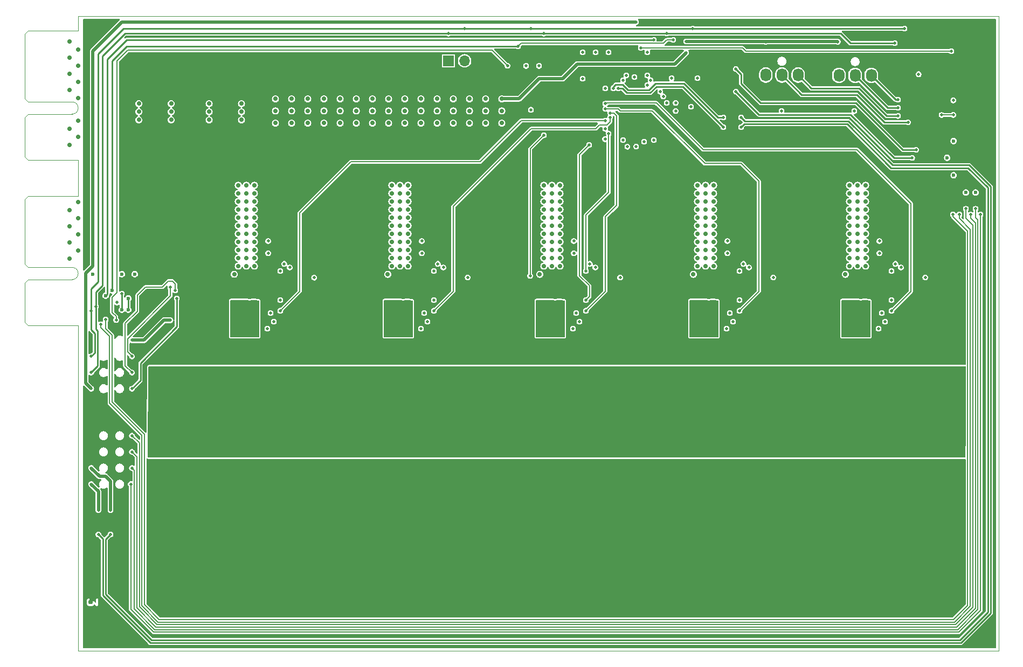
<source format=gbr>
%TF.GenerationSoftware,KiCad,Pcbnew,8.0.6*%
%TF.CreationDate,2024-11-29T00:06:02+01:00*%
%TF.ProjectId,EKO_Miner_PowerBoard-53667,454b4f5f-4d69-46e6-9572-5f506f776572,rev?*%
%TF.SameCoordinates,Original*%
%TF.FileFunction,Copper,L3,Inr*%
%TF.FilePolarity,Positive*%
%FSLAX46Y46*%
G04 Gerber Fmt 4.6, Leading zero omitted, Abs format (unit mm)*
G04 Created by KiCad (PCBNEW 8.0.6) date 2024-11-29 00:06:02*
%MOMM*%
%LPD*%
G01*
G04 APERTURE LIST*
%ADD10C,0.300000*%
%TA.AperFunction,ComponentPad*%
%ADD11R,1.730000X2.030000*%
%TD*%
%TA.AperFunction,ComponentPad*%
%ADD12O,1.730000X2.030000*%
%TD*%
%TA.AperFunction,ComponentPad*%
%ADD13C,0.800000*%
%TD*%
%TA.AperFunction,ComponentPad*%
%ADD14C,6.400000*%
%TD*%
%TA.AperFunction,ComponentPad*%
%ADD15C,0.499999*%
%TD*%
%TA.AperFunction,ComponentPad*%
%ADD16C,0.400000*%
%TD*%
%TA.AperFunction,ComponentPad*%
%ADD17C,0.500000*%
%TD*%
%TA.AperFunction,ComponentPad*%
%ADD18R,1.700000X1.700000*%
%TD*%
%TA.AperFunction,ComponentPad*%
%ADD19O,1.700000X1.700000*%
%TD*%
%TA.AperFunction,ViaPad*%
%ADD20C,0.700000*%
%TD*%
%TA.AperFunction,ViaPad*%
%ADD21C,0.500000*%
%TD*%
%TA.AperFunction,ViaPad*%
%ADD22C,0.600000*%
%TD*%
%TA.AperFunction,Conductor*%
%ADD23C,0.200000*%
%TD*%
%TA.AperFunction,Conductor*%
%ADD24C,0.500000*%
%TD*%
%TA.AperFunction,Conductor*%
%ADD25C,0.250000*%
%TD*%
%TA.AperFunction,Profile*%
%ADD26C,0.100000*%
%TD*%
G04 APERTURE END LIST*
D10*
G36*
X78035838Y-118147892D02*
G01*
X75902504Y-118147892D01*
X75902504Y-117116939D01*
X76069171Y-117116939D01*
X76069171Y-117545510D01*
X76072053Y-117574774D01*
X76074114Y-117579751D01*
X76074497Y-117585129D01*
X76085007Y-117612592D01*
X76156436Y-117755450D01*
X76164363Y-117768043D01*
X76165879Y-117771703D01*
X76169260Y-117775822D01*
X76172101Y-117780336D01*
X76175094Y-117782932D01*
X76184534Y-117794434D01*
X76255962Y-117865862D01*
X76267464Y-117875302D01*
X76270060Y-117878295D01*
X76274569Y-117881133D01*
X76278692Y-117884517D01*
X76282354Y-117886033D01*
X76294946Y-117893960D01*
X76437802Y-117965389D01*
X76465266Y-117975898D01*
X76470640Y-117976279D01*
X76475621Y-117978343D01*
X76504885Y-117981225D01*
X76862028Y-117981225D01*
X76891292Y-117978343D01*
X76896272Y-117976279D01*
X76901647Y-117975898D01*
X76929110Y-117965389D01*
X77071967Y-117893960D01*
X77084562Y-117886031D01*
X77088219Y-117884517D01*
X77092336Y-117881137D01*
X77096853Y-117878295D01*
X77099450Y-117875300D01*
X77110950Y-117865863D01*
X77182379Y-117794435D01*
X77191818Y-117782932D01*
X77194814Y-117780335D01*
X77197655Y-117775820D01*
X77201034Y-117771704D01*
X77202549Y-117768045D01*
X77210478Y-117755449D01*
X77269613Y-117637178D01*
X77620395Y-117944111D01*
X77633044Y-117953154D01*
X77635835Y-117955945D01*
X77638479Y-117957040D01*
X77644316Y-117961213D01*
X77667395Y-117969018D01*
X77689907Y-117978343D01*
X77694969Y-117978343D01*
X77699759Y-117979963D01*
X77724059Y-117978343D01*
X77748435Y-117978343D01*
X77753110Y-117976406D01*
X77758155Y-117976070D01*
X77779990Y-117965271D01*
X77802507Y-117955945D01*
X77806083Y-117952368D01*
X77810618Y-117950126D01*
X77826661Y-117931790D01*
X77843891Y-117914561D01*
X77845827Y-117909886D01*
X77849159Y-117906079D01*
X77856962Y-117883003D01*
X77866289Y-117860489D01*
X77866992Y-117853347D01*
X77867909Y-117850637D01*
X77867646Y-117846702D01*
X77869171Y-117831225D01*
X77869171Y-116902653D01*
X77866289Y-116873389D01*
X77843891Y-116819317D01*
X77802507Y-116777933D01*
X77748435Y-116755535D01*
X77689907Y-116755535D01*
X77635835Y-116777933D01*
X77594451Y-116819317D01*
X77572053Y-116873389D01*
X77569171Y-116902653D01*
X77569171Y-117500659D01*
X77246518Y-117218338D01*
X77233867Y-117209294D01*
X77231078Y-117206505D01*
X77228432Y-117205408D01*
X77222596Y-117201237D01*
X77199514Y-117193430D01*
X77177006Y-117184107D01*
X77171947Y-117184107D01*
X77167154Y-117182486D01*
X77142845Y-117184107D01*
X77118478Y-117184107D01*
X77113802Y-117186043D01*
X77108758Y-117186380D01*
X77086922Y-117197178D01*
X77064406Y-117206505D01*
X77060829Y-117210081D01*
X77056295Y-117212324D01*
X77040251Y-117230659D01*
X77023022Y-117247889D01*
X77021085Y-117252563D01*
X77017754Y-117256371D01*
X77009947Y-117279452D01*
X77000624Y-117301961D01*
X76999921Y-117309098D01*
X76999003Y-117311813D01*
X76999265Y-117315752D01*
X76997742Y-117331225D01*
X76997742Y-117510100D01*
X76953036Y-117599512D01*
X76916032Y-117636517D01*
X76826618Y-117681225D01*
X76540295Y-117681225D01*
X76450882Y-117636518D01*
X76413878Y-117599514D01*
X76369171Y-117510100D01*
X76369171Y-117152349D01*
X76413878Y-117062934D01*
X76468095Y-117008718D01*
X76486749Y-116985988D01*
X76509146Y-116931915D01*
X76509145Y-116873389D01*
X76486748Y-116819317D01*
X76445362Y-116777932D01*
X76391290Y-116755535D01*
X76332764Y-116755536D01*
X76278692Y-116777933D01*
X76255961Y-116796588D01*
X76184533Y-116868017D01*
X76175095Y-116879516D01*
X76172101Y-116882114D01*
X76169258Y-116886630D01*
X76165879Y-116890748D01*
X76164364Y-116894404D01*
X76156436Y-116907000D01*
X76085007Y-117049857D01*
X76074498Y-117077320D01*
X76074116Y-117082694D01*
X76072053Y-117087675D01*
X76069171Y-117116939D01*
X75902504Y-117116939D01*
X75902504Y-116588868D01*
X78035838Y-116588868D01*
X78035838Y-118147892D01*
G37*
D11*
%TO.N,GND*%
%TO.C,J5*%
X191717000Y-34576000D03*
D12*
%TO.N,+12V_PWR*%
X194257000Y-34576000D03*
%TO.N,/FAN/FAN2_TACH*%
X196797000Y-34576000D03*
%TO.N,/FAN/FAN2_PWM*%
X199337000Y-34576000D03*
%TD*%
D13*
%TO.N,GND*%
%TO.C,H18*%
X183600000Y-60000000D03*
X184302944Y-58302944D03*
X184302944Y-61697056D03*
X186000000Y-57600000D03*
D14*
X186000000Y-60000000D03*
D13*
X186000000Y-62400000D03*
X187697056Y-58302944D03*
X187697056Y-61697056D03*
X188400000Y-60000000D03*
%TD*%
%TO.N,VPWR_ASIC*%
%TO.C,H19*%
X183600000Y-91000000D03*
X184302944Y-89302944D03*
X184302944Y-92697056D03*
X186000000Y-88600000D03*
D14*
X186000000Y-91000000D03*
D13*
X186000000Y-93400000D03*
X187697056Y-89302944D03*
X187697056Y-92697056D03*
X188400000Y-91000000D03*
%TD*%
%TO.N,VPWR_ASIC*%
%TO.C,H21*%
X207600000Y-84000000D03*
X208302944Y-82302944D03*
X208302944Y-85697056D03*
X210000000Y-81600000D03*
D14*
X210000000Y-84000000D03*
D13*
X210000000Y-86400000D03*
X211697056Y-82302944D03*
X211697056Y-85697056D03*
X212400000Y-84000000D03*
%TD*%
%TO.N,VPWR_ASIC*%
%TO.C,H23*%
X207600000Y-91000000D03*
X208302944Y-89302944D03*
X208302944Y-92697056D03*
X210000000Y-88600000D03*
D14*
X210000000Y-91000000D03*
D13*
X210000000Y-93400000D03*
X211697056Y-89302944D03*
X211697056Y-92697056D03*
X212400000Y-91000000D03*
%TD*%
%TO.N,GND*%
%TO.C,H12*%
X135600000Y-115000000D03*
X136302944Y-113302944D03*
X136302944Y-116697056D03*
X138000000Y-112600000D03*
D14*
X138000000Y-115000000D03*
D13*
X138000000Y-117400000D03*
X139697056Y-113302944D03*
X139697056Y-116697056D03*
X140400000Y-115000000D03*
%TD*%
%TO.N,VPWR_ASIC*%
%TO.C,H3*%
X87600000Y-91000000D03*
X88302944Y-89302944D03*
X88302944Y-92697056D03*
X90000000Y-88600000D03*
D14*
X90000000Y-91000000D03*
D13*
X90000000Y-93400000D03*
X91697056Y-89302944D03*
X91697056Y-92697056D03*
X92400000Y-91000000D03*
%TD*%
%TO.N,VPWR_ASIC*%
%TO.C,H15*%
X159600000Y-91000000D03*
X160302944Y-89302944D03*
X160302944Y-92697056D03*
X162000000Y-88600000D03*
D14*
X162000000Y-91000000D03*
D13*
X162000000Y-93400000D03*
X163697056Y-89302944D03*
X163697056Y-92697056D03*
X164400000Y-91000000D03*
%TD*%
%TO.N,VPWR_ASIC*%
%TO.C,H17*%
X183600000Y-84000000D03*
X184302944Y-82302944D03*
X184302944Y-85697056D03*
X186000000Y-81600000D03*
D14*
X186000000Y-84000000D03*
D13*
X186000000Y-86400000D03*
X187697056Y-82302944D03*
X187697056Y-85697056D03*
X188400000Y-84000000D03*
%TD*%
%TO.N,GND*%
%TO.C,H6*%
X111600000Y-60000000D03*
X112302944Y-58302944D03*
X112302944Y-61697056D03*
X114000000Y-57600000D03*
D14*
X114000000Y-60000000D03*
D13*
X114000000Y-62400000D03*
X115697056Y-58302944D03*
X115697056Y-61697056D03*
X116400000Y-60000000D03*
%TD*%
%TO.N,GND*%
%TO.C,H22*%
X207600000Y-60000000D03*
X208302944Y-58302944D03*
X208302944Y-61697056D03*
X210000000Y-57600000D03*
D14*
X210000000Y-60000000D03*
D13*
X210000000Y-62400000D03*
X211697056Y-58302944D03*
X211697056Y-61697056D03*
X212400000Y-60000000D03*
%TD*%
%TO.N,GND*%
%TO.C,H20*%
X183600000Y-115000000D03*
X184302944Y-113302944D03*
X184302944Y-116697056D03*
X186000000Y-112600000D03*
D14*
X186000000Y-115000000D03*
D13*
X186000000Y-117400000D03*
X187697056Y-113302944D03*
X187697056Y-116697056D03*
X188400000Y-115000000D03*
%TD*%
%TO.N,GND*%
%TO.C,H4*%
X87600000Y-115000000D03*
X88302944Y-113302944D03*
X88302944Y-116697056D03*
X90000000Y-112600000D03*
D14*
X90000000Y-115000000D03*
D13*
X90000000Y-117400000D03*
X91697056Y-113302944D03*
X91697056Y-116697056D03*
X92400000Y-115000000D03*
%TD*%
%TO.N,GND*%
%TO.C,H24*%
X207600000Y-115000000D03*
X208302944Y-113302944D03*
X208302944Y-116697056D03*
X210000000Y-112600000D03*
D14*
X210000000Y-115000000D03*
D13*
X210000000Y-117400000D03*
X211697056Y-113302944D03*
X211697056Y-116697056D03*
X212400000Y-115000000D03*
%TD*%
%TO.N,GND*%
%TO.C,H16*%
X159600000Y-115000000D03*
X160302944Y-113302944D03*
X160302944Y-116697056D03*
X162000000Y-112600000D03*
D14*
X162000000Y-115000000D03*
D13*
X162000000Y-117400000D03*
X163697056Y-113302944D03*
X163697056Y-116697056D03*
X164400000Y-115000000D03*
%TD*%
%TO.N,VPWR_ASIC*%
%TO.C,H7*%
X111600000Y-91000000D03*
X112302944Y-89302944D03*
X112302944Y-92697056D03*
X114000000Y-88600000D03*
D14*
X114000000Y-91000000D03*
D13*
X114000000Y-93400000D03*
X115697056Y-89302944D03*
X115697056Y-92697056D03*
X116400000Y-91000000D03*
%TD*%
%TO.N,VPWR_ASIC*%
%TO.C,H5*%
X111600000Y-84000000D03*
X112302944Y-82302944D03*
X112302944Y-85697056D03*
X114000000Y-81600000D03*
D14*
X114000000Y-84000000D03*
D13*
X114000000Y-86400000D03*
X115697056Y-82302944D03*
X115697056Y-85697056D03*
X116400000Y-84000000D03*
%TD*%
%TO.N,GND*%
%TO.C,H10*%
X135600000Y-60000000D03*
X136302944Y-58302944D03*
X136302944Y-61697056D03*
X138000000Y-57600000D03*
D14*
X138000000Y-60000000D03*
D13*
X138000000Y-62400000D03*
X139697056Y-58302944D03*
X139697056Y-61697056D03*
X140400000Y-60000000D03*
%TD*%
%TO.N,GND*%
%TO.C,H8*%
X111600000Y-115000000D03*
X112302944Y-113302944D03*
X112302944Y-116697056D03*
X114000000Y-112600000D03*
D14*
X114000000Y-115000000D03*
D13*
X114000000Y-117400000D03*
X115697056Y-113302944D03*
X115697056Y-116697056D03*
X116400000Y-115000000D03*
%TD*%
%TO.N,VPWR_ASIC*%
%TO.C,H13*%
X159600000Y-84000000D03*
X160302944Y-82302944D03*
X160302944Y-85697056D03*
X162000000Y-81600000D03*
D14*
X162000000Y-84000000D03*
D13*
X162000000Y-86400000D03*
X163697056Y-82302944D03*
X163697056Y-85697056D03*
X164400000Y-84000000D03*
%TD*%
%TO.N,GND*%
%TO.C,H2*%
X87600000Y-60000000D03*
X88302944Y-58302944D03*
X88302944Y-61697056D03*
X90000000Y-57600000D03*
D14*
X90000000Y-60000000D03*
D13*
X90000000Y-62400000D03*
X91697056Y-58302944D03*
X91697056Y-61697056D03*
X92400000Y-60000000D03*
%TD*%
D11*
%TO.N,GND*%
%TO.C,J6*%
X180215000Y-34513000D03*
D12*
%TO.N,+12V_PWR*%
X182755000Y-34513000D03*
%TO.N,/FAN/FAN1_TACH*%
X185295000Y-34513000D03*
%TO.N,/FAN/FAN1_PWM*%
X187835000Y-34513000D03*
%TD*%
D13*
%TO.N,VPWR_ASIC*%
%TO.C,H1*%
X87600000Y-84000000D03*
X88302944Y-82302944D03*
X88302944Y-85697056D03*
X90000000Y-81600000D03*
D14*
X90000000Y-84000000D03*
D13*
X90000000Y-86400000D03*
X91697056Y-82302944D03*
X91697056Y-85697056D03*
X92400000Y-84000000D03*
%TD*%
%TO.N,VPWR_ASIC*%
%TO.C,H9*%
X135600000Y-84000000D03*
X136302944Y-82302944D03*
X136302944Y-85697056D03*
X138000000Y-81600000D03*
D14*
X138000000Y-84000000D03*
D13*
X138000000Y-86400000D03*
X139697056Y-82302944D03*
X139697056Y-85697056D03*
X140400000Y-84000000D03*
%TD*%
%TO.N,VPWR_ASIC*%
%TO.C,H11*%
X135600000Y-91000000D03*
X136302944Y-89302944D03*
X136302944Y-92697056D03*
X138000000Y-88600000D03*
D14*
X138000000Y-91000000D03*
D13*
X138000000Y-93400000D03*
X139697056Y-89302944D03*
X139697056Y-92697056D03*
X140400000Y-91000000D03*
%TD*%
%TO.N,GND*%
%TO.C,H14*%
X159600000Y-60000000D03*
X160302944Y-58302944D03*
X160302944Y-61697056D03*
X162000000Y-57600000D03*
D14*
X162000000Y-60000000D03*
D13*
X162000000Y-62400000D03*
X163697056Y-58302944D03*
X163697056Y-61697056D03*
X164400000Y-60000000D03*
%TD*%
D15*
%TO.N,GND*%
%TO.C,U11*%
X149680000Y-69504007D03*
X151000000Y-69504004D03*
X152320000Y-69504004D03*
X153450000Y-68104002D03*
X148550000Y-68103999D03*
X151000000Y-68103999D03*
X152320000Y-68103999D03*
X149680000Y-68103997D03*
X151000000Y-66704000D03*
X152320000Y-66704000D03*
X149680000Y-66703997D03*
%TD*%
D16*
%TO.N,GND*%
%TO.C,U2*%
X87196000Y-68928000D03*
X87196000Y-70328000D03*
%TD*%
D15*
%TO.N,GND*%
%TO.C,U12*%
X173810000Y-69504007D03*
X175130000Y-69504004D03*
X176450000Y-69504004D03*
X177580000Y-68104002D03*
X172680000Y-68103999D03*
X175130000Y-68103999D03*
X176450000Y-68103999D03*
X173810000Y-68103997D03*
X175130000Y-66704000D03*
X176450000Y-66704000D03*
X173810000Y-66703997D03*
%TD*%
%TO.N,GND*%
%TO.C,U9*%
X101674000Y-69504008D03*
X102994000Y-69504005D03*
X104314000Y-69504005D03*
X105444000Y-68104003D03*
X100544000Y-68104000D03*
X102994000Y-68104000D03*
X104314000Y-68104000D03*
X101674000Y-68103998D03*
X102994000Y-66704001D03*
X104314000Y-66704001D03*
X101674000Y-66703998D03*
%TD*%
%TO.N,GND*%
%TO.C,U13*%
X197686000Y-69504007D03*
X199006000Y-69504004D03*
X200326000Y-69504004D03*
X201456000Y-68104002D03*
X196556000Y-68103999D03*
X199006000Y-68103999D03*
X200326000Y-68103999D03*
X197686000Y-68103997D03*
X199006000Y-66704000D03*
X200326000Y-66704000D03*
X197686000Y-66703997D03*
%TD*%
D17*
%TO.N,GND*%
%TO.C,U4*%
X160808998Y-39479000D03*
X160808998Y-40849000D03*
X161948998Y-38339000D03*
X161948998Y-39479000D03*
X161948998Y-40849000D03*
X161948998Y-41989000D03*
X163318998Y-38339000D03*
X163318998Y-39479000D03*
X163318998Y-40849000D03*
X163318998Y-41989000D03*
X164458998Y-39479000D03*
X164458998Y-40849000D03*
%TD*%
D18*
%TO.N,/SCL*%
%TO.C,J9*%
X132916000Y-32290000D03*
D19*
%TO.N,/SDA*%
X135456000Y-32290000D03*
%TO.N,GND*%
X137996000Y-32290000D03*
%TD*%
D15*
%TO.N,GND*%
%TO.C,U10*%
X125804000Y-69504008D03*
X127124000Y-69504005D03*
X128444000Y-69504005D03*
X129574000Y-68104003D03*
X124674000Y-68104000D03*
X127124000Y-68104000D03*
X128444000Y-68104000D03*
X125804000Y-68103998D03*
X127124000Y-66704001D03*
X128444000Y-66704001D03*
X125804000Y-66703998D03*
%TD*%
D20*
%TO.N,GND*%
X199083000Y-99219000D03*
X200353000Y-99219000D03*
X195273000Y-99219000D03*
X194003000Y-97949000D03*
X196543000Y-99219000D03*
X204163000Y-99219000D03*
X192733000Y-97949000D03*
X195273000Y-97949000D03*
X197813000Y-99219000D03*
X197813000Y-97949000D03*
X192733000Y-99219000D03*
X194003000Y-99219000D03*
X201623000Y-97949000D03*
X202893000Y-99219000D03*
X196543000Y-97949000D03*
X201623000Y-99219000D03*
X199083000Y-97949000D03*
X204163000Y-97949000D03*
X191463000Y-99219000D03*
X200353000Y-97949000D03*
X191463000Y-97949000D03*
X202893000Y-97949000D03*
X175334000Y-99219000D03*
X176604000Y-99219000D03*
X171524000Y-99219000D03*
X170254000Y-97949000D03*
X172794000Y-99219000D03*
X180414000Y-99219000D03*
X168984000Y-97949000D03*
X171524000Y-97949000D03*
X174064000Y-99219000D03*
X174064000Y-97949000D03*
X168984000Y-99219000D03*
X170254000Y-99219000D03*
X177874000Y-97949000D03*
X179144000Y-99219000D03*
X172794000Y-97949000D03*
X177874000Y-99219000D03*
X175334000Y-97949000D03*
X180414000Y-97949000D03*
X167714000Y-99219000D03*
X176604000Y-97949000D03*
X167714000Y-97949000D03*
X179144000Y-97949000D03*
X151204000Y-99219000D03*
X152474000Y-99219000D03*
X147394000Y-99219000D03*
X146124000Y-97949000D03*
X148664000Y-99219000D03*
X156284000Y-99219000D03*
X144854000Y-97949000D03*
X147394000Y-97949000D03*
X149934000Y-99219000D03*
X149934000Y-97949000D03*
X144854000Y-99219000D03*
X146124000Y-99219000D03*
X153744000Y-97949000D03*
X155014000Y-99219000D03*
X148664000Y-97949000D03*
X153744000Y-99219000D03*
X151204000Y-97949000D03*
X156284000Y-97949000D03*
X143584000Y-99219000D03*
X152474000Y-97949000D03*
X143584000Y-97949000D03*
X155014000Y-97949000D03*
X127201000Y-99219000D03*
X128471000Y-99219000D03*
X123391000Y-99219000D03*
X122121000Y-97949000D03*
X124661000Y-99219000D03*
X132281000Y-99219000D03*
X120851000Y-97949000D03*
X123391000Y-97949000D03*
X125931000Y-99219000D03*
X125931000Y-97949000D03*
X120851000Y-99219000D03*
X122121000Y-99219000D03*
X129741000Y-97949000D03*
X131011000Y-99219000D03*
X124661000Y-97949000D03*
X129741000Y-99219000D03*
X127201000Y-97949000D03*
X132281000Y-97949000D03*
X119581000Y-99219000D03*
X128471000Y-97949000D03*
X119581000Y-97949000D03*
X131011000Y-97949000D03*
X103198000Y-97949000D03*
X104468000Y-97949000D03*
X104468000Y-99219000D03*
X101928000Y-97949000D03*
X99388000Y-97949000D03*
X96848000Y-99219000D03*
X101928000Y-99219000D03*
X99388000Y-99219000D03*
X100658000Y-99219000D03*
X95578000Y-99219000D03*
X108278000Y-97949000D03*
X98118000Y-97949000D03*
X95578000Y-97949000D03*
X98118000Y-99219000D03*
X107008000Y-97949000D03*
X108278000Y-99219000D03*
X96848000Y-97949000D03*
X105738000Y-97949000D03*
X107008000Y-99219000D03*
X105738000Y-99219000D03*
X100658000Y-97949000D03*
X103198000Y-99219000D03*
%TO.N,+12V_PWR*%
X195264000Y-65830000D03*
X171388000Y-65830000D03*
X147258000Y-65830000D03*
X123382000Y-65830000D03*
X99261000Y-65818000D03*
X84275000Y-41561000D03*
X84275000Y-40291000D03*
X84275000Y-39021000D03*
X89355000Y-41561000D03*
X89355000Y-40291000D03*
X89355000Y-39021000D03*
X95324000Y-41561000D03*
X95324000Y-40291000D03*
X95324000Y-39021000D03*
X100404000Y-41561000D03*
X100404000Y-40291000D03*
X100404000Y-39021000D03*
X74750000Y-62135000D03*
%TO.N,GND*%
X73353000Y-63405000D03*
X73353000Y-60865000D03*
%TO.N,+12V_PWR*%
X74750000Y-59595000D03*
X74750000Y-57055000D03*
%TO.N,GND*%
X73353000Y-58325000D03*
X73353000Y-55785000D03*
%TO.N,+12V_PWR*%
X74750000Y-54515000D03*
%TO.N,GND*%
X216990000Y-122714000D03*
X142568000Y-63277999D03*
X110818000Y-45879000D03*
X83386000Y-50959000D03*
X166698000Y-63277999D03*
X82116000Y-53499000D03*
X95578000Y-32036000D03*
X122121000Y-45879000D03*
D21*
X105865000Y-75216000D03*
D22*
X214196000Y-51983000D03*
D20*
X81227000Y-108490000D03*
D21*
X117549000Y-76486000D03*
D20*
X95832000Y-62008000D03*
D21*
X162126000Y-30954000D03*
D20*
X94562000Y-60738000D03*
D21*
X192733000Y-75215999D03*
X111707000Y-75216000D03*
D20*
X94562000Y-59468000D03*
X191844000Y-62007999D03*
X82116000Y-57309000D03*
X119962000Y-64548000D03*
X142568000Y-64547999D03*
D21*
X129995000Y-76486000D03*
X170127000Y-76485999D03*
X84717000Y-70644000D03*
D20*
X118692000Y-45879000D03*
X166698000Y-58197999D03*
D21*
X135837000Y-76486000D03*
X164285000Y-75216000D03*
D20*
X82116000Y-56039000D03*
X83386000Y-58579000D03*
X167968000Y-60737999D03*
X82116000Y-48419000D03*
X78052000Y-26575000D03*
D21*
X178636000Y-68297000D03*
X140155000Y-76486000D03*
D20*
X83386000Y-32036000D03*
X73353000Y-29242000D03*
X83386000Y-57309000D03*
D21*
X160094000Y-30954000D03*
D20*
X138250000Y-109760000D03*
X166698000Y-59467999D03*
X120470000Y-33814000D03*
X82116000Y-58579000D03*
X100150000Y-109760000D03*
X143838000Y-59467999D03*
D21*
X92149000Y-76486000D03*
X182573000Y-76485999D03*
X204544000Y-67214999D03*
D20*
X83386000Y-45879000D03*
X87450000Y-109760000D03*
X73353000Y-42958000D03*
X190574000Y-60737999D03*
D21*
X155141000Y-76485999D03*
D20*
X211275000Y-27591000D03*
X115644000Y-33814000D03*
X119962000Y-62008000D03*
X119962000Y-60738000D03*
D21*
X188161000Y-75216000D03*
D20*
X103960000Y-45879000D03*
X109040000Y-33814000D03*
D21*
X159713000Y-75216000D03*
D20*
X118692000Y-58198000D03*
D21*
X132662000Y-67215000D03*
D20*
X83386000Y-48419000D03*
X76020000Y-51848000D03*
X82116000Y-45879000D03*
D21*
X168857000Y-75215999D03*
D20*
X143838000Y-58197999D03*
X94562000Y-58198000D03*
D21*
X105865000Y-76486000D03*
D20*
X142568000Y-59467999D03*
D21*
X107135000Y-75216000D03*
D20*
X191844000Y-63277999D03*
D21*
X111707000Y-76486000D03*
X122121000Y-75216000D03*
D20*
X109040000Y-45244000D03*
D21*
X93419000Y-75216000D03*
D20*
X93038000Y-32036000D03*
X94562000Y-62008000D03*
D21*
X178067000Y-31528000D03*
X135837000Y-75216000D03*
X149934000Y-39971000D03*
D20*
X125423000Y-45879000D03*
X89228000Y-33306000D03*
D21*
X158443000Y-76485999D03*
X131265000Y-76486000D03*
X179271000Y-75215999D03*
D20*
X191844000Y-58197999D03*
X82116000Y-33306000D03*
X73353000Y-31782000D03*
X170000000Y-109760000D03*
X90498000Y-32036000D03*
D21*
X155141000Y-75215999D03*
D20*
X102436000Y-33306000D03*
X110818000Y-31528000D03*
D21*
X141425000Y-75215999D03*
D20*
X167968000Y-59467999D03*
D21*
X153998000Y-39971000D03*
X189431000Y-75215999D03*
D20*
X195417688Y-109777689D03*
X99896000Y-33306000D03*
D21*
X178001000Y-76485999D03*
D20*
X217625000Y-27591000D03*
D21*
X92149000Y-75216000D03*
D20*
X94308000Y-32036000D03*
X84656000Y-32036000D03*
X167968000Y-58197999D03*
D21*
X165555000Y-76485999D03*
X122121000Y-76486000D03*
D20*
X118692000Y-59468000D03*
X112342000Y-33814000D03*
X191844000Y-64547999D03*
X166698000Y-60737999D03*
X114131997Y-45879000D03*
D21*
X134567000Y-75216000D03*
D20*
X163650000Y-109760000D03*
X157300000Y-109760000D03*
X105611000Y-45244000D03*
X112469000Y-45244000D03*
D21*
X180668000Y-67214999D03*
D20*
X118692000Y-60738000D03*
D21*
X206449000Y-76485999D03*
D20*
X123772000Y-45244000D03*
X190574000Y-58197999D03*
X127074000Y-33814000D03*
X128852000Y-31528000D03*
X119962000Y-63278000D03*
X95578000Y-33306000D03*
X166698000Y-64547999D03*
D21*
X166190000Y-30954000D03*
D20*
X191844000Y-59467999D03*
X82116000Y-50959000D03*
X125550000Y-109760000D03*
D21*
X207719000Y-75216000D03*
X116279000Y-76486000D03*
D20*
X131900000Y-109760000D03*
D21*
X145997000Y-75215999D03*
X144727000Y-75215999D03*
X93419000Y-76486000D03*
D20*
X82116000Y-49689000D03*
X82116000Y-32036000D03*
X112850000Y-109760000D03*
X118692000Y-64548000D03*
D21*
X168222000Y-30954000D03*
X153871000Y-75215999D03*
X117549000Y-75216000D03*
D22*
X215720000Y-51983000D03*
D20*
X143838000Y-64547999D03*
D21*
X145997000Y-76485999D03*
D20*
X99896000Y-32036000D03*
X117930000Y-31528000D03*
D21*
X203147000Y-76485999D03*
D20*
X73353000Y-34322000D03*
X82116000Y-52229000D03*
D21*
X201877000Y-75215999D03*
X175649000Y-39402000D03*
X96721000Y-76486000D03*
D20*
X81227000Y-121190000D03*
X167968000Y-64547999D03*
X167968000Y-62007999D03*
X107262000Y-45879000D03*
D21*
X110437000Y-76486000D03*
X183843000Y-75216000D03*
X147902000Y-36415000D03*
X134567000Y-76486000D03*
D20*
X90498000Y-33306000D03*
D21*
X140155000Y-75216000D03*
D20*
X82116000Y-47149000D03*
X142568000Y-62007999D03*
X102436000Y-32036000D03*
X176371258Y-109777689D03*
X76782000Y-87662000D03*
X127074000Y-45244000D03*
D21*
X192733000Y-76485999D03*
D20*
X217625000Y-46641000D03*
D21*
X110437000Y-75216000D03*
D20*
X101166000Y-33306000D03*
D21*
X207719000Y-76486000D03*
X76800000Y-76190000D03*
D20*
X121994000Y-31528000D03*
X125550000Y-31528000D03*
D21*
X154506000Y-68297000D03*
D20*
X120470000Y-45244000D03*
X142568000Y-60737999D03*
X93800000Y-109760000D03*
D21*
X202512000Y-68297000D03*
X120851000Y-75216000D03*
X156538000Y-67214999D03*
X170000000Y-35018000D03*
D20*
X114120000Y-31528000D03*
D21*
X129995000Y-75216000D03*
D20*
X182700000Y-109760000D03*
X150950000Y-109760000D03*
X119200000Y-109760000D03*
D21*
X158443000Y-75215999D03*
X175649000Y-44482000D03*
D20*
X190574000Y-59467999D03*
X76020000Y-49308000D03*
X95832000Y-60738000D03*
D21*
X151966000Y-39971000D03*
D20*
X143838000Y-63277999D03*
D21*
X164285000Y-76486000D03*
D20*
X73353000Y-45498000D03*
X105738000Y-33814000D03*
X190574000Y-63277999D03*
X115898000Y-45371000D03*
X83386000Y-49689000D03*
D21*
X194003000Y-75215999D03*
X107135000Y-76486000D03*
D20*
X217625000Y-40291000D03*
X119962000Y-59468000D03*
D21*
X165555000Y-75215999D03*
D20*
X142568000Y-58197999D03*
X106500000Y-109760000D03*
X101166000Y-32036000D03*
X117676000Y-45879000D03*
X91768000Y-33306000D03*
X95832000Y-58198000D03*
D21*
X213180000Y-34926000D03*
D20*
X83386000Y-52229000D03*
X93038000Y-33306000D03*
X94308000Y-33306000D03*
X83386000Y-33306000D03*
X167968000Y-63277999D03*
X143838000Y-62007999D03*
D21*
X96721000Y-75216000D03*
D20*
X143838000Y-60737999D03*
D21*
X87450000Y-67088000D03*
X108532000Y-67215000D03*
X216609000Y-34926000D03*
D20*
X119962000Y-58198000D03*
D21*
X183843000Y-76486000D03*
X209690000Y-35719000D03*
X120851000Y-76486000D03*
X106500000Y-68297001D03*
X144727000Y-76485999D03*
D20*
X94562000Y-64548000D03*
D21*
X116279000Y-75216000D03*
D20*
X107262000Y-31528000D03*
X91768000Y-32036000D03*
X81227000Y-102140000D03*
X83386000Y-53499000D03*
D21*
X130630000Y-68297001D03*
X159713000Y-76486000D03*
X97991000Y-75216000D03*
D20*
X166698000Y-62007999D03*
X95832000Y-63278000D03*
D21*
X188161000Y-76486000D03*
X153871000Y-76485999D03*
X194003000Y-76485999D03*
D20*
X84656000Y-33306000D03*
D21*
X178067000Y-35084000D03*
X206449000Y-75215999D03*
D20*
X82116000Y-54769000D03*
X190574000Y-62007999D03*
X95832000Y-59468000D03*
D21*
X97991000Y-76486000D03*
X178001000Y-75215999D03*
D20*
X73353000Y-36862000D03*
D21*
X203147000Y-75215999D03*
D20*
X191844000Y-60737999D03*
D21*
X156030000Y-39971000D03*
X170127000Y-75215999D03*
D20*
X83386000Y-54769000D03*
D21*
X182573000Y-75215999D03*
X89482000Y-70644000D03*
X189431000Y-76485999D03*
D20*
X190574000Y-64547999D03*
D21*
X141425000Y-76485999D03*
D20*
X217625000Y-33941000D03*
D21*
X131265000Y-75216000D03*
D20*
X123772000Y-33814000D03*
X81227000Y-114840000D03*
X89228000Y-32036000D03*
X83386000Y-47149000D03*
X95832000Y-64548000D03*
D21*
X168857000Y-76485999D03*
D20*
X118692000Y-62008000D03*
X189050000Y-109760000D03*
X144600000Y-109760000D03*
D21*
X201877000Y-76485999D03*
D20*
X83386000Y-56039000D03*
X118692000Y-63278000D03*
X201773016Y-109777689D03*
X94562000Y-63278000D03*
D21*
X179271000Y-76485999D03*
D20*
%TO.N,+12V_PWR*%
X195908000Y-51848000D03*
X105738000Y-38259000D03*
X125296000Y-51848000D03*
X74750000Y-41688000D03*
X174572000Y-62007999D03*
X173302000Y-54387999D03*
X172032000Y-54388000D03*
X124026000Y-53118000D03*
X113358000Y-38259000D03*
X197178000Y-55657999D03*
X102436000Y-56928000D03*
X147902000Y-51848000D03*
X174572000Y-59467999D03*
X198448000Y-58197999D03*
X124026000Y-58198000D03*
X99896000Y-55658000D03*
X150442000Y-53118000D03*
X147902000Y-54388000D03*
D21*
X182755000Y-29297000D03*
D20*
X172032000Y-55658000D03*
X101166000Y-56928000D03*
X173302000Y-53117999D03*
X136218000Y-42069000D03*
X74750000Y-30512000D03*
X101166000Y-62008000D03*
X123518000Y-38259000D03*
X126566000Y-51848000D03*
X198448000Y-59467999D03*
X149172000Y-51847999D03*
X125296000Y-54388000D03*
X197178000Y-58197999D03*
X126566000Y-55658000D03*
X126058000Y-38259000D03*
X126566000Y-59468000D03*
X174572000Y-58197999D03*
X102436000Y-63278000D03*
X124026000Y-56928000D03*
X125296000Y-60738000D03*
X126566000Y-64548000D03*
X101166000Y-58198000D03*
X174572000Y-55658000D03*
X99896000Y-59468000D03*
X195908000Y-64547999D03*
X125296000Y-64548000D03*
X173302000Y-63277999D03*
X131138000Y-38259000D03*
X174572000Y-64547999D03*
X126566000Y-56928000D03*
X131138000Y-40164000D03*
X141298000Y-40164000D03*
X147902000Y-53118000D03*
X99896000Y-53118000D03*
X99896000Y-64548000D03*
X115898000Y-40164000D03*
X118438000Y-38259000D03*
X108278000Y-38259000D03*
X150442000Y-58197999D03*
X173302000Y-51847999D03*
X172032000Y-64547999D03*
X174572000Y-53118000D03*
X174572000Y-54388000D03*
X126566000Y-53118000D03*
X118438000Y-42069000D03*
X172032000Y-53118000D03*
X126566000Y-62008000D03*
X74750000Y-35592000D03*
X195908000Y-60737999D03*
X141298000Y-38259000D03*
X150442000Y-64547999D03*
X149172000Y-62007999D03*
X99896000Y-60738000D03*
X113358000Y-42069000D03*
X74750000Y-38132000D03*
X195908000Y-53118000D03*
X172032000Y-60737999D03*
X195908000Y-62007999D03*
X147902000Y-60737999D03*
X101166000Y-63278000D03*
X126566000Y-60738000D03*
X197178000Y-56927999D03*
X124026000Y-54388000D03*
X147902000Y-62007999D03*
X102436000Y-62008000D03*
X115898000Y-38259000D03*
X115898000Y-42069000D03*
X124026000Y-60738000D03*
X147902000Y-59467999D03*
X149172000Y-64547999D03*
X149172000Y-55657999D03*
X195908000Y-63277999D03*
X150442000Y-63277999D03*
X147902000Y-56928000D03*
X120978000Y-42069000D03*
X174572000Y-63277999D03*
X99896000Y-63278000D03*
X150442000Y-54388000D03*
X123518000Y-40164000D03*
X172032000Y-56928000D03*
X102436000Y-60738000D03*
X102436000Y-54388000D03*
X102436000Y-59468000D03*
X138758000Y-38259000D03*
X102436000Y-64548000D03*
X173302000Y-58197999D03*
X105738000Y-40164000D03*
X173302000Y-64547999D03*
X124026000Y-62008000D03*
X133678000Y-38259000D03*
X173302000Y-62007999D03*
X99896000Y-58198000D03*
X110818000Y-38259000D03*
X102436000Y-51848000D03*
X172032000Y-59467999D03*
X131138000Y-42069000D03*
X124026000Y-64548000D03*
X174572000Y-56928000D03*
X173302000Y-56927999D03*
X174572000Y-51848000D03*
X150442000Y-59467999D03*
X172032000Y-58197999D03*
X123518000Y-42069000D03*
X138758000Y-40164000D03*
X147902000Y-58197999D03*
X198448000Y-51848000D03*
X198448000Y-60737999D03*
X101166000Y-54388000D03*
X128598000Y-40164000D03*
X125296000Y-62008000D03*
X174572000Y-60737999D03*
X195908000Y-59467999D03*
X198448000Y-56928000D03*
X149172000Y-56927999D03*
X102436000Y-55658000D03*
X74750000Y-33052000D03*
X150442000Y-51848000D03*
X113358000Y-40164000D03*
X150442000Y-55658000D03*
X101166000Y-53118000D03*
X99896000Y-54388000D03*
X197178000Y-64547999D03*
X197178000Y-63277999D03*
X149172000Y-60737999D03*
X198448000Y-64547999D03*
X126566000Y-54388000D03*
D21*
X194075000Y-29297000D03*
D20*
X198448000Y-62007999D03*
X198448000Y-54388000D03*
X141298000Y-42069000D03*
X101166000Y-55658000D03*
X126058000Y-40164000D03*
X125296000Y-55658000D03*
X172032000Y-51848000D03*
X149172000Y-54387999D03*
X125296000Y-53118000D03*
X102436000Y-53118000D03*
X138758000Y-42069000D03*
X124026000Y-59468000D03*
X198448000Y-63277999D03*
X195908000Y-54388000D03*
X126566000Y-58198000D03*
X118438000Y-40164000D03*
X195908000Y-58197999D03*
X173302000Y-60737999D03*
X150442000Y-56928000D03*
X120978000Y-40164000D03*
X147902000Y-63277999D03*
X99896000Y-56928000D03*
X197178000Y-54387999D03*
X105738000Y-42069000D03*
X198448000Y-53118000D03*
X101166000Y-51848000D03*
X172032000Y-63277999D03*
D21*
X170254000Y-29242000D03*
D20*
X198448000Y-55658000D03*
X149172000Y-53117999D03*
X120978000Y-38259000D03*
X124026000Y-63278000D03*
X99896000Y-51848000D03*
X126058000Y-42069000D03*
X102436000Y-58198000D03*
X173302000Y-59467999D03*
X136218000Y-40164000D03*
X197178000Y-62007999D03*
X125296000Y-59468000D03*
X136218000Y-38259000D03*
X197178000Y-51847999D03*
X197178000Y-59467999D03*
X128598000Y-38259000D03*
X150442000Y-60737999D03*
X149172000Y-59467999D03*
X197178000Y-53117999D03*
X126566000Y-63278000D03*
X172032000Y-62007999D03*
X149172000Y-63277999D03*
X125296000Y-63278000D03*
X110818000Y-40164000D03*
X125296000Y-58198000D03*
D21*
X170254000Y-31020000D03*
D20*
X124026000Y-51848000D03*
X99896000Y-62008000D03*
X195908000Y-56928000D03*
X133678000Y-40164000D03*
X108278000Y-42069000D03*
X124026000Y-55658000D03*
X147902000Y-64547999D03*
X108278000Y-40164000D03*
X197178000Y-60737999D03*
X125296000Y-56928000D03*
X101166000Y-60738000D03*
X147902000Y-55658000D03*
X128598000Y-42069000D03*
X150442000Y-62007999D03*
X149172000Y-58197999D03*
X110818000Y-42069000D03*
X74750000Y-44228000D03*
X195908000Y-55658000D03*
X101166000Y-64548000D03*
X101166000Y-59468000D03*
X133678000Y-42069000D03*
X173302000Y-55657999D03*
D21*
%TO.N,/DB_RX*%
X81608000Y-68866000D03*
D22*
X81608000Y-71406000D03*
D21*
%TO.N,/ID0*%
X205750500Y-47530000D03*
X212164000Y-56420000D03*
X178067000Y-37116000D03*
X79068000Y-72930000D03*
D22*
%TO.N,/DB_TX*%
X82624000Y-69628000D03*
X82624000Y-71406000D03*
D21*
%TO.N,/ID1*%
X213180000Y-56420000D03*
X78306000Y-73692000D03*
X178067000Y-33560000D03*
X206385500Y-46260000D03*
%TO.N,+VLOGIC_HB*%
X89228000Y-73057000D03*
X83200000Y-76190000D03*
D22*
%TO.N,Net-(U3-REF)*%
X211259000Y-47530000D03*
%TO.N,+5V_PSU*%
X81608000Y-65818000D03*
X77036000Y-65818000D03*
D21*
%TO.N,+5V_STDBY*%
X128598000Y-74364500D03*
D22*
X83640000Y-65818000D03*
D21*
X200480000Y-74364499D03*
D22*
X75908000Y-67200000D03*
D21*
X176604000Y-74364499D03*
X164158000Y-30954000D03*
X104468000Y-74364500D03*
X162380000Y-26194000D03*
X152474000Y-74364499D03*
X76800000Y-83810000D03*
%TO.N,VPWR_ASIC*%
X150569000Y-92996000D03*
X194638000Y-84106000D03*
X131392000Y-91726000D03*
X190828000Y-92996000D03*
X97482999Y-91736494D03*
X155268000Y-85376000D03*
X107262000Y-91726000D03*
X130249000Y-84106000D03*
X176985000Y-82835999D03*
X104849000Y-85376000D03*
X202004000Y-84106000D03*
X96213000Y-92996000D03*
X125423000Y-84106000D03*
X130249000Y-85376000D03*
X193368000Y-84106000D03*
X193368000Y-85376000D03*
X152855000Y-85376000D03*
X190828000Y-84106000D03*
X154125000Y-92996000D03*
X142949000Y-92996000D03*
X197178000Y-91726000D03*
X149299000Y-91726000D03*
X167079000Y-91726000D03*
X193368000Y-82836000D03*
X192098000Y-92996000D03*
X96213000Y-91726000D03*
X203147000Y-84106000D03*
X145489000Y-92996000D03*
X190828000Y-85376000D03*
X131392000Y-85376000D03*
X108532000Y-92996000D03*
X120343000Y-92996000D03*
X125423000Y-91726000D03*
X94943000Y-91726000D03*
X150569000Y-91726000D03*
X94943000Y-85376000D03*
X167079000Y-84106000D03*
X152855000Y-84106000D03*
X120343000Y-85376000D03*
X106119000Y-82836000D03*
X128979000Y-82836000D03*
X106118999Y-91736494D03*
X170889000Y-92996000D03*
X203147000Y-85376000D03*
X119073000Y-91726000D03*
X204417000Y-91726000D03*
X179398000Y-84106000D03*
X98753000Y-92996000D03*
X130249000Y-81566000D03*
X202004000Y-85376000D03*
X173429000Y-84106000D03*
X152855000Y-82835999D03*
X173429000Y-85376000D03*
X120343000Y-91726000D03*
X107262000Y-85376000D03*
X145489000Y-84106000D03*
X168349000Y-91726000D03*
X142949000Y-84106000D03*
X121613000Y-85376000D03*
X106119000Y-85376000D03*
X108532000Y-84106000D03*
X98752999Y-91736494D03*
X194638000Y-82836000D03*
X131392000Y-92996000D03*
X102563000Y-84106000D03*
X176984999Y-91736494D03*
X150569000Y-85376000D03*
X96213000Y-85376000D03*
X198448000Y-91726000D03*
X149299000Y-85376000D03*
X121612999Y-91736494D03*
X176985000Y-81565999D03*
X94943000Y-92996000D03*
X128979000Y-84106000D03*
X97483000Y-85376000D03*
X200734000Y-81566000D03*
X200733999Y-91736494D03*
X125423000Y-85376000D03*
X192098000Y-91726000D03*
X200734000Y-82836000D03*
X167079000Y-85376000D03*
X132662000Y-92996000D03*
X121613000Y-81566000D03*
X179398000Y-92996000D03*
X145489000Y-85376000D03*
X128978999Y-91736494D03*
X146759000Y-81565999D03*
X144219000Y-92996000D03*
X132662000Y-91726000D03*
X125423000Y-92996000D03*
X202004000Y-92996000D03*
X146759000Y-82835999D03*
X149299000Y-92996000D03*
X145488999Y-91736494D03*
X128979000Y-92996000D03*
X204417000Y-85376000D03*
X121613000Y-84106000D03*
X176985000Y-84106000D03*
X180668000Y-91726000D03*
X156538000Y-92996000D03*
X101293000Y-92996000D03*
X194638000Y-92996000D03*
X193367999Y-91736494D03*
X203147000Y-92996000D03*
X178254999Y-91736494D03*
X168349000Y-85376000D03*
X170889000Y-81565999D03*
X101293000Y-84106000D03*
X152855000Y-92996000D03*
X126693000Y-84106000D03*
X200734000Y-84106000D03*
X130248999Y-91736494D03*
X104849000Y-92996000D03*
X169619000Y-92996000D03*
X144219000Y-91726000D03*
X126693000Y-85376000D03*
X169619000Y-82835999D03*
X155268000Y-91726000D03*
X152854999Y-91736494D03*
X169619000Y-84106000D03*
X178255000Y-81565999D03*
X122883000Y-92996000D03*
X169618999Y-91736494D03*
X104848999Y-91736494D03*
X144219000Y-84106000D03*
X154124999Y-91736494D03*
X119073000Y-92996000D03*
X192098000Y-84106000D03*
X204417000Y-92996000D03*
X130249000Y-92996000D03*
X194637999Y-91736494D03*
X167079000Y-92996000D03*
X202003999Y-91736494D03*
X128979000Y-81566000D03*
X197178000Y-84106000D03*
X176985000Y-85376000D03*
X173429000Y-91726000D03*
X154125000Y-81565999D03*
X128979000Y-85376000D03*
X130249000Y-82836000D03*
X154125000Y-82835999D03*
X142949000Y-91726000D03*
X132662000Y-85376000D03*
X156538000Y-84106000D03*
X146759000Y-92996000D03*
X150569000Y-84106000D03*
X97483000Y-92996000D03*
X98753000Y-84106000D03*
X107262000Y-84106000D03*
X174699000Y-91726000D03*
X179398000Y-91726000D03*
X146758999Y-91736494D03*
X122883000Y-85376000D03*
X168349000Y-84106000D03*
X154125000Y-85376000D03*
X193368000Y-81566000D03*
X122882999Y-91736494D03*
X145489000Y-81565999D03*
X98753000Y-81566000D03*
X174699000Y-84106000D03*
X104849000Y-81566000D03*
X104849000Y-84106000D03*
X108532000Y-85376000D03*
X198448000Y-92996000D03*
X142949000Y-85376000D03*
X101293000Y-85376000D03*
X174699000Y-92996000D03*
X145489000Y-82835999D03*
X97483000Y-81566000D03*
X102563000Y-85376000D03*
X122883000Y-82836000D03*
X132662000Y-84106000D03*
X119073000Y-84106000D03*
X149299000Y-84106000D03*
X174699000Y-85376000D03*
X156538000Y-85376000D03*
X122883000Y-81566000D03*
X131392000Y-84106000D03*
X193368000Y-92996000D03*
X108532000Y-91726000D03*
X154125000Y-84106000D03*
X102563000Y-92996000D03*
X200734000Y-92996000D03*
X178255000Y-92996000D03*
X106119000Y-81566000D03*
X102563000Y-91726000D03*
X180668000Y-85376000D03*
X121613000Y-92996000D03*
X203147000Y-91726000D03*
X106119000Y-84106000D03*
X98753000Y-85376000D03*
X198448000Y-84106000D03*
X104849000Y-82836000D03*
X155268000Y-84106000D03*
X178255000Y-82835999D03*
X126693000Y-92996000D03*
X190828000Y-91726000D03*
X144219000Y-85376000D03*
X176985000Y-92996000D03*
X121613000Y-82836000D03*
X146759000Y-85376000D03*
X194638000Y-81566000D03*
X200734000Y-85376000D03*
X170888999Y-91736494D03*
X178255000Y-85376000D03*
X168349000Y-92996000D03*
X122883000Y-84106000D03*
X97483000Y-84106000D03*
X155268000Y-92996000D03*
X106119000Y-92996000D03*
X204417000Y-84106000D03*
X202004000Y-82836000D03*
X96213000Y-84106000D03*
X197178000Y-85376000D03*
X170889000Y-84106000D03*
X170889000Y-82835999D03*
X94943000Y-84106000D03*
X170889000Y-85376000D03*
X180668000Y-84106000D03*
X97483000Y-82836000D03*
X120343000Y-84106000D03*
X179398000Y-85376000D03*
X107262000Y-92996000D03*
X156538000Y-91726000D03*
X178255000Y-84106000D03*
X119073000Y-85376000D03*
X192098000Y-85376000D03*
X197178000Y-92996000D03*
X169619000Y-85376000D03*
X173429000Y-92996000D03*
X202004000Y-81566000D03*
X152855000Y-81565999D03*
X98753000Y-82836000D03*
X146759000Y-84106000D03*
X169619000Y-81565999D03*
X180668000Y-92996000D03*
X101293000Y-91726000D03*
X126693000Y-91726000D03*
X194638000Y-85376000D03*
X198448000Y-85376000D03*
%TO.N,/PSU_53667/TSEN*%
X202512000Y-65309999D03*
X130630000Y-65310000D03*
X106500000Y-65310000D03*
X178636000Y-65309999D03*
X154506000Y-65309999D03*
X158062000Y-43720000D03*
%TO.N,Net-(U4-V5)*%
X164158000Y-34576000D03*
%TO.N,Net-(U4-VIN)*%
X164666000Y-35338000D03*
%TO.N,+VREF*%
X178636000Y-69881999D03*
X160856000Y-34576000D03*
X202512000Y-69881999D03*
X156030000Y-30954000D03*
X106500000Y-69882000D03*
X153998000Y-30954000D03*
X157554000Y-36608000D03*
X155014000Y-45498000D03*
X130630000Y-69882000D03*
X154506000Y-69881999D03*
X158062000Y-30954000D03*
X172032000Y-35018000D03*
%TO.N,Net-(U9-BOOTR)*%
X104595000Y-60611000D03*
%TO.N,Net-(U4-COMP)*%
X153998000Y-35084000D03*
%TO.N,/RST_ASICn*%
X80846000Y-70253000D03*
D22*
%TO.N,/RST_BUCKn*%
X79068000Y-69200000D03*
D21*
X165174000Y-28988000D03*
X166190000Y-37116000D03*
D20*
%TO.N,Net-(U9-SW)*%
X99260524Y-73961000D03*
X99896000Y-71660000D03*
X99260524Y-72661000D03*
X99261000Y-70644000D03*
X102436000Y-71660000D03*
X101166000Y-71660000D03*
X99261000Y-75216000D03*
D21*
%TO.N,Net-(U4-IMON)*%
X157554000Y-42958000D03*
%TO.N,Net-(U10-VDD)*%
X129614000Y-73287500D03*
D20*
%TO.N,Net-(U10-SW)*%
X125423000Y-71660000D03*
X124153000Y-71660000D03*
X123518000Y-73961000D03*
X123518000Y-75216000D03*
X126693000Y-71660000D03*
X123518000Y-72661000D03*
X123518000Y-70644000D03*
D21*
%TO.N,Net-(U10-BOOTR)*%
X128725000Y-60611000D03*
%TO.N,Net-(U11-VDD)*%
X153490000Y-73287499D03*
D20*
%TO.N,Net-(U11-SW)*%
X148029000Y-71660000D03*
X147394000Y-70644000D03*
X150569000Y-71660000D03*
X147394000Y-75216000D03*
X147393524Y-72661000D03*
X149299000Y-71660000D03*
X147394000Y-73973622D03*
D21*
%TO.N,Net-(U9-BOOT)*%
X104595000Y-62516000D03*
%TO.N,Net-(U11-BOOTR)*%
X152601000Y-60610999D03*
%TO.N,Net-(U12-VDD)*%
X177620000Y-73287499D03*
%TO.N,Net-(U9-VDD)*%
X105484000Y-73287500D03*
%TO.N,/FAN/FAN2_PWM*%
X203528000Y-38386000D03*
%TO.N,/FAN/FAN2_TACH*%
X203528000Y-39656000D03*
%TO.N,/FAN/FAN1_TACH*%
X205115500Y-41942000D03*
%TO.N,/FAN/FAN1_PWM*%
X203528000Y-40926000D03*
%TO.N,/CTN2*%
X83014000Y-98810000D03*
X216482000Y-56420000D03*
D22*
X212275000Y-44882500D03*
%TO.N,/CTN1*%
X212275000Y-50263500D03*
D21*
X214958000Y-56420000D03*
X83200000Y-93730000D03*
%TO.N,/PSU_53667/VR_RDY*%
X163142000Y-30258000D03*
X164158000Y-36100000D03*
X211910000Y-30766000D03*
X212222000Y-38502000D03*
%TO.N,/RO*%
X89228000Y-67850000D03*
X83200000Y-78730000D03*
%TO.N,/RSTIn*%
X83200000Y-83810000D03*
X90244000Y-69628000D03*
%TO.N,/CI*%
X83200000Y-81270000D03*
X89990000Y-68358000D03*
%TO.N,/PSU_53667/VSENSE+*%
X178890000Y-41180000D03*
X176096000Y-41180000D03*
X158824000Y-36608000D03*
X77925000Y-106712000D03*
%TO.N,/SDA*%
X168603000Y-40164000D03*
X76800000Y-78730000D03*
X76782000Y-71575000D03*
X171270000Y-27210000D03*
X204544000Y-27210000D03*
X135456000Y-27210000D03*
X145870000Y-27210000D03*
%TO.N,/PSU_53667/VSENSE-*%
X178890000Y-42704000D03*
X159586000Y-36608000D03*
X176096000Y-42704000D03*
X79830000Y-106712000D03*
%TO.N,/PSU_53667/ADDR-TRISE*%
X171016000Y-39505500D03*
%TO.N,+3V3*%
X80719000Y-72996000D03*
X167968000Y-35018000D03*
X147140000Y-33075500D03*
X166656000Y-37878000D03*
X142187000Y-33052000D03*
X145870000Y-39971000D03*
X185240000Y-40164000D03*
X196670000Y-40164000D03*
X206769000Y-34383000D03*
X210386002Y-40798998D03*
X145108000Y-33075500D03*
X162126000Y-34830000D03*
X212222000Y-40788000D03*
D20*
%TO.N,Net-(U12-SW)*%
X171524000Y-70644000D03*
X172159000Y-71660000D03*
X171524000Y-72661000D03*
X171524000Y-75216000D03*
X171524000Y-73961000D03*
X174699000Y-71660000D03*
X173429000Y-71660000D03*
D21*
%TO.N,Net-(U4-ISUM)*%
X160348000Y-35338000D03*
%TO.N,/PSU_53667/FCCM*%
X159882000Y-66339159D03*
X145743000Y-66072000D03*
X207822500Y-66325998D03*
X135940500Y-66326000D03*
X183946500Y-66326000D03*
X111810500Y-66349500D03*
X147902000Y-43974000D03*
%TO.N,Net-(U12-BOOTR)*%
X176731000Y-60610999D03*
%TO.N,/PSU_53667/TPS_PWM5*%
X203128000Y-64185999D03*
X165174000Y-44736003D03*
%TO.N,/SCL*%
X76800000Y-81270000D03*
X147902000Y-27972000D03*
X203020000Y-29496000D03*
X77544000Y-70898000D03*
X132916000Y-27972000D03*
X167206000Y-27972000D03*
X167206000Y-38894000D03*
%TO.N,/PSU_53667/TPS_CSP4*%
X157564065Y-39845070D03*
X178636000Y-71556499D03*
%TO.N,/PSU_53667/TPS_CSP2*%
X130630000Y-71556500D03*
X158308091Y-41172091D03*
%TO.N,/PSU_53667/TPS_PWM1*%
X160348000Y-44736000D03*
X107116000Y-64186000D03*
%TO.N,/PSU_53667/TPS_PWM3*%
X162383998Y-45752000D03*
X155122000Y-64185999D03*
%TO.N,/PSU_53667/TPS_PWM4*%
X163650000Y-44990000D03*
X179252000Y-64185999D03*
%TO.N,/PSU_53667/TPS_CSP5*%
X202512000Y-71556499D03*
X157554000Y-39021000D03*
%TO.N,/PSU_53667/TPS_PWM2*%
X161017657Y-45786657D03*
X131246000Y-64186000D03*
D22*
%TO.N,/ALERTn_oc*%
X80084000Y-68358000D03*
D21*
X168222000Y-28988000D03*
X168603000Y-38894000D03*
X143838000Y-30004000D03*
%TO.N,/PSU_53667/TPS_CSP3*%
X154506000Y-71556499D03*
X158316919Y-40472144D03*
%TO.N,/PSU_53667/TPS_CSP1*%
X106500000Y-71556500D03*
X157554000Y-41688000D03*
%TO.N,/VSP*%
X76800000Y-98810000D03*
X77925000Y-102902000D03*
%TO.N,/VSN*%
X79830000Y-102902000D03*
X76800000Y-96270000D03*
D22*
%TO.N,/CTN2_RTN*%
X215720000Y-52983000D03*
D21*
X83200000Y-96270000D03*
X215720000Y-55531000D03*
%TO.N,/CTN1_RTN*%
X83200000Y-91190000D03*
D22*
X214196000Y-52983000D03*
D21*
X214196000Y-55531000D03*
%TO.N,Net-(U13-VDD)*%
X201496000Y-73287499D03*
D20*
%TO.N,Net-(U13-SW)*%
X196035000Y-71660000D03*
X195400000Y-75216000D03*
X195399524Y-72661000D03*
X195400000Y-70644000D03*
X195399524Y-73961000D03*
X197305000Y-71660000D03*
X198575000Y-71660000D03*
D21*
%TO.N,Net-(U13-BOOTR)*%
X200607000Y-60610999D03*
%TO.N,Net-(U9-LSET)*%
X104976000Y-71914000D03*
%TO.N,Net-(U10-BOOT)*%
X128725000Y-62516000D03*
%TO.N,Net-(U11-BOOT)*%
X152601000Y-62515999D03*
%TO.N,Net-(U12-BOOT)*%
X176731000Y-62515999D03*
%TO.N,Net-(U13-BOOT)*%
X200607000Y-62515999D03*
%TO.N,Net-(U10-LSET)*%
X129106000Y-71914000D03*
%TO.N,Net-(U11-LSET)*%
X152982000Y-71913999D03*
%TO.N,Net-(U12-LSET)*%
X177112000Y-71913999D03*
%TO.N,Net-(U13-LSET)*%
X200988000Y-71913999D03*
%TO.N,Net-(U9-EN_FCCM)*%
X107982000Y-64760000D03*
%TO.N,Net-(U10-EN_FCCM)*%
X132112000Y-64760000D03*
%TO.N,Net-(U11-EN_FCCM)*%
X155988000Y-64759999D03*
%TO.N,Net-(U12-EN_FCCM)*%
X180118000Y-64759999D03*
%TO.N,Net-(U13-EN_FCCM)*%
X203994000Y-64759999D03*
%TO.N,Net-(U4-~{SKIP}-NVM)*%
X157512000Y-44602605D03*
%TD*%
D23*
%TO.N,/PSU_53667/TPS_CSP5*%
X157681000Y-38894000D02*
X157554000Y-39021000D01*
X165555000Y-38894000D02*
X157681000Y-38894000D01*
X172921000Y-46260000D02*
X165555000Y-38894000D01*
X205560000Y-68508499D02*
X205560000Y-54705500D01*
X202512000Y-71556499D02*
X205560000Y-68508499D01*
X205560000Y-54705500D02*
X197114500Y-46260000D01*
X197114500Y-46260000D02*
X172921000Y-46260000D01*
%TO.N,/PSU_53667/TPS_CSP4*%
X181684000Y-68508499D02*
X178636000Y-71556499D01*
X181684000Y-51213000D02*
X181684000Y-68508499D01*
X173175000Y-48419000D02*
X178890000Y-48419000D01*
X159586000Y-39845070D02*
X159904930Y-40164000D01*
X157564065Y-39845070D02*
X159586000Y-39845070D01*
X159904930Y-40164000D02*
X164920000Y-40164000D01*
X164920000Y-40164000D02*
X173175000Y-48419000D01*
X178890000Y-48419000D02*
X181684000Y-51213000D01*
%TO.N,/PSU_53667/TPS_CSP1*%
X137869000Y-48165000D02*
X144346000Y-41688000D01*
X144346000Y-41688000D02*
X157554000Y-41688000D01*
X109548000Y-56166000D02*
X117549000Y-48165000D01*
X109548000Y-68508500D02*
X109548000Y-56166000D01*
X106500000Y-71556500D02*
X109548000Y-68508500D01*
X117549000Y-48165000D02*
X137869000Y-48165000D01*
D24*
%TO.N,+12V_PWR*%
X150823000Y-35084000D02*
X147140000Y-35084000D01*
X147140000Y-35084000D02*
X143965000Y-38259000D01*
X143965000Y-38259000D02*
X141298000Y-38259000D01*
X168476000Y-32798000D02*
X153109000Y-32798000D01*
X153109000Y-32798000D02*
X150823000Y-35084000D01*
X170254000Y-31020000D02*
X168476000Y-32798000D01*
D23*
%TO.N,+3V3*%
X80084000Y-69501000D02*
X80084000Y-71820000D01*
X80846000Y-68739000D02*
X80084000Y-69501000D01*
X82497000Y-30639000D02*
X80846000Y-32290000D01*
X139774000Y-30639000D02*
X82497000Y-30639000D01*
X80846000Y-32290000D02*
X80846000Y-68739000D01*
X80084000Y-71820000D02*
X80719000Y-72455000D01*
X142187000Y-33052000D02*
X139774000Y-30639000D01*
X80719000Y-72455000D02*
X80719000Y-72996000D01*
%TO.N,/CI*%
X85291000Y-67850000D02*
X87958000Y-67850000D01*
X88910500Y-66897500D02*
X89545500Y-66897500D01*
X89545500Y-66897500D02*
X89990000Y-67342000D01*
X84021000Y-69120000D02*
X85291000Y-67850000D01*
X89990000Y-67342000D02*
X89990000Y-68358000D01*
X82116000Y-73565000D02*
X84021000Y-71660000D01*
X84021000Y-71660000D02*
X84021000Y-69120000D01*
X82116000Y-80186000D02*
X82116000Y-73565000D01*
X87958000Y-67850000D02*
X88910500Y-66897500D01*
X83200000Y-81270000D02*
X82116000Y-80186000D01*
%TO.N,/ID0*%
X212258530Y-120079000D02*
X214482000Y-117855530D01*
X212164000Y-56731686D02*
X212164000Y-56420000D01*
X85164000Y-90964000D02*
X85164000Y-117761000D01*
X80084000Y-75412314D02*
X80084000Y-85884000D01*
X214482000Y-59049686D02*
X212164000Y-56731686D01*
%TO.N,/CTN2*%
X83014000Y-118462686D02*
X83014000Y-98810000D01*
X86630314Y-122079000D02*
X83014000Y-118462686D01*
X216482000Y-118683960D02*
X213086960Y-122079000D01*
%TO.N,/ID0*%
X85164000Y-117761000D02*
X87482000Y-120079000D01*
%TO.N,/CTN2_RTN*%
X212921274Y-121679000D02*
X216082000Y-118518274D01*
X86807628Y-121679000D02*
X212921274Y-121679000D01*
%TO.N,/CTN1*%
X214958000Y-57055000D02*
X214958000Y-56420000D01*
%TO.N,/CTN2_RTN*%
X216082000Y-118518274D02*
X216082000Y-57290000D01*
%TO.N,/CTN1*%
X83964000Y-118269686D02*
X86973314Y-121279000D01*
%TO.N,/CTN2_RTN*%
X83200000Y-96270000D02*
X83564000Y-96634000D01*
%TO.N,/CTN1*%
X83964000Y-94494000D02*
X83964000Y-118269686D01*
%TO.N,/CTN1_RTN*%
X84364000Y-118092372D02*
X84783000Y-118511372D01*
X84364000Y-92354000D02*
X84364000Y-118092372D01*
X83200000Y-91190000D02*
X84364000Y-92354000D01*
%TO.N,/CTN2*%
X213086960Y-122079000D02*
X86630314Y-122079000D01*
%TO.N,/ID1*%
X214882000Y-118021216D02*
X214882000Y-58757000D01*
%TO.N,/CTN1*%
X86973314Y-121279000D02*
X212755588Y-121279000D01*
%TO.N,/ID1*%
X212424216Y-120479000D02*
X214882000Y-118021216D01*
X79684000Y-86049686D02*
X84764000Y-91129686D01*
%TO.N,/ID0*%
X214482000Y-117855530D02*
X214482000Y-59049686D01*
%TO.N,/ID1*%
X79684000Y-75578000D02*
X79684000Y-86049686D01*
X78306000Y-73692000D02*
X78306000Y-74200000D01*
X84764000Y-117926686D02*
X87316314Y-120479000D01*
X84764000Y-91129686D02*
X84764000Y-117926686D01*
%TO.N,/CTN1*%
X212755588Y-121279000D02*
X215682000Y-118352588D01*
%TO.N,/ID1*%
X87316314Y-120479000D02*
X212424216Y-120479000D01*
X78306000Y-74200000D02*
X79684000Y-75578000D01*
%TO.N,/CTN2_RTN*%
X215720000Y-56928000D02*
X215720000Y-55531000D01*
%TO.N,/ID0*%
X79068000Y-72930000D02*
X79068000Y-74396314D01*
X87482000Y-120079000D02*
X212258530Y-120079000D01*
%TO.N,/CTN2_RTN*%
X83564000Y-118435372D02*
X86807628Y-121679000D01*
%TO.N,/ID0*%
X79068000Y-74396314D02*
X80084000Y-75412314D01*
%TO.N,/CTN2*%
X216482000Y-56420000D02*
X216482000Y-118683960D01*
%TO.N,/CTN1*%
X83200000Y-93730000D02*
X83964000Y-94494000D01*
%TO.N,/CTN2_RTN*%
X216082000Y-57290000D02*
X215720000Y-56928000D01*
%TO.N,/ID0*%
X80084000Y-85884000D02*
X85164000Y-90964000D01*
%TO.N,/ID1*%
X213180000Y-57055000D02*
X213180000Y-56420000D01*
X214882000Y-58757000D02*
X213180000Y-57055000D01*
%TO.N,/CTN1*%
X215682000Y-118352588D02*
X215682000Y-57779000D01*
X215682000Y-57779000D02*
X214958000Y-57055000D01*
%TO.N,/CTN2_RTN*%
X83564000Y-96634000D02*
X83564000Y-118435372D01*
D25*
%TO.N,/PSU_53667/VSENSE-*%
X195525604Y-42196000D02*
X179398000Y-42196000D01*
X179398000Y-42196000D02*
X178890000Y-42704000D01*
X202452604Y-49123000D02*
X195525604Y-42196000D01*
X214517604Y-49123000D02*
X202452604Y-49123000D01*
X217625000Y-118904000D02*
X217625000Y-52230396D01*
X217625000Y-52230396D02*
X214517604Y-49123000D01*
X213249000Y-123280000D02*
X217625000Y-118904000D01*
X86238000Y-123280000D02*
X213249000Y-123280000D01*
X79068000Y-116110000D02*
X86238000Y-123280000D01*
X79068000Y-107474000D02*
X79068000Y-116110000D01*
X79830000Y-106712000D02*
X79068000Y-107474000D01*
%TO.N,/PSU_53667/VSENSE+*%
X179456000Y-41746000D02*
X178890000Y-41180000D01*
X195712000Y-41746000D02*
X179456000Y-41746000D01*
X202639000Y-48673000D02*
X195712000Y-41746000D01*
X213435396Y-123730000D02*
X218075000Y-119090396D01*
X214704000Y-48673000D02*
X202639000Y-48673000D01*
X86051604Y-123730000D02*
X213435396Y-123730000D01*
X218075000Y-52044000D02*
X214704000Y-48673000D01*
X78618000Y-107405000D02*
X78618000Y-116296396D01*
X78618000Y-116296396D02*
X86051604Y-123730000D01*
X77925000Y-106712000D02*
X78618000Y-107405000D01*
X218075000Y-119090396D02*
X218075000Y-52044000D01*
D23*
%TO.N,+3V3*%
X212222000Y-40788000D02*
X210397000Y-40788000D01*
X210397000Y-40788000D02*
X210386002Y-40798998D01*
D25*
%TO.N,/ID1*%
X204290000Y-46260000D02*
X206322000Y-46260000D01*
X196924000Y-38894000D02*
X204290000Y-46260000D01*
X178890000Y-34383000D02*
X178890000Y-35846000D01*
X178067000Y-33560000D02*
X178890000Y-34383000D01*
X178890000Y-35846000D02*
X181938000Y-38894000D01*
X181938000Y-38894000D02*
X196924000Y-38894000D01*
%TO.N,/ID0*%
X181690000Y-40739000D02*
X178067000Y-37116000D01*
X196102000Y-40739000D02*
X181690000Y-40739000D01*
X205750500Y-47530000D02*
X202893000Y-47530000D01*
X202893000Y-47530000D02*
X196102000Y-40739000D01*
%TO.N,/FAN/FAN1_TACH*%
X201369000Y-41942000D02*
X205115500Y-41942000D01*
X197051000Y-37624000D02*
X201369000Y-41942000D01*
X185295000Y-34513000D02*
X188406000Y-37624000D01*
X188406000Y-37624000D02*
X197051000Y-37624000D01*
%TO.N,/FAN/FAN1_PWM*%
X189930000Y-36608000D02*
X187835000Y-34513000D01*
X201750000Y-40926000D02*
X197432000Y-36608000D01*
X197432000Y-36608000D02*
X189930000Y-36608000D01*
X203528000Y-40926000D02*
X201750000Y-40926000D01*
%TO.N,/SCL*%
X196035000Y-29496000D02*
X203020000Y-29496000D01*
X194511000Y-27972000D02*
X196035000Y-29496000D01*
X147902000Y-27972000D02*
X194511000Y-27972000D01*
D23*
%TO.N,/ALERTn_oc*%
X144304000Y-29538000D02*
X143838000Y-30004000D01*
X167206000Y-28988000D02*
X166656000Y-29538000D01*
X166656000Y-29538000D02*
X144304000Y-29538000D01*
X168222000Y-28988000D02*
X167206000Y-28988000D01*
D24*
%TO.N,+5V_STDBY*%
X77036000Y-30766000D02*
X81608000Y-26194000D01*
X81608000Y-26194000D02*
X162380000Y-26194000D01*
X77036000Y-64548000D02*
X77036000Y-30766000D01*
X75908000Y-65676000D02*
X77036000Y-64548000D01*
X75908000Y-67200000D02*
X75908000Y-65676000D01*
D23*
%TO.N,/RO*%
X82516000Y-75959000D02*
X82516000Y-78046000D01*
X89228000Y-69247000D02*
X82516000Y-75959000D01*
X82516000Y-78046000D02*
X83200000Y-78730000D01*
X89228000Y-67850000D02*
X89228000Y-69247000D01*
D25*
%TO.N,/RSTIn*%
X84529000Y-79788000D02*
X90244000Y-74073000D01*
X90244000Y-74073000D02*
X90244000Y-69628000D01*
X84529000Y-82481000D02*
X84529000Y-79788000D01*
X83200000Y-83810000D02*
X84529000Y-82481000D01*
D24*
%TO.N,+12V_PWR*%
X182810000Y-29242000D02*
X182755000Y-29297000D01*
X170254000Y-29242000D02*
X182700000Y-29242000D01*
X194075000Y-29297000D02*
X194020000Y-29242000D01*
X182700000Y-29242000D02*
X182755000Y-29297000D01*
X194020000Y-29242000D02*
X182810000Y-29242000D01*
D25*
%TO.N,/DB_RX*%
X81608000Y-71406000D02*
X81608000Y-68866000D01*
%TO.N,/DB_TX*%
X82624000Y-69628000D02*
X82624000Y-71406000D01*
D24*
%TO.N,+VLOGIC_HB*%
X88212000Y-73057000D02*
X89228000Y-73057000D01*
X83200000Y-76190000D02*
X85079000Y-76190000D01*
X85079000Y-76190000D02*
X88212000Y-73057000D01*
%TO.N,+5V_STDBY*%
X75908000Y-82918000D02*
X76800000Y-83810000D01*
X75908000Y-67200000D02*
X75908000Y-82918000D01*
D23*
%TO.N,/PSU_53667/TSEN*%
X158062000Y-52991000D02*
X158062000Y-43720000D01*
X154506000Y-56547000D02*
X158062000Y-52991000D01*
X154506000Y-65309999D02*
X154506000Y-56547000D01*
%TO.N,+VREF*%
X153490000Y-66072000D02*
X153490000Y-47022000D01*
X155056000Y-69331999D02*
X155056000Y-67638000D01*
X154506000Y-69881999D02*
X155056000Y-69331999D01*
X153490000Y-47022000D02*
X155014000Y-45498000D01*
X155056000Y-67638000D02*
X153490000Y-66072000D01*
D25*
%TO.N,/RST_BUCKn*%
X79322000Y-68946000D02*
X79068000Y-69200000D01*
X82370000Y-28988000D02*
X79322000Y-32036000D01*
X165174000Y-28988000D02*
X82370000Y-28988000D01*
X79322000Y-32036000D02*
X79322000Y-68946000D01*
%TO.N,/FAN/FAN2_PWM*%
X203528000Y-38386000D02*
X203147000Y-38386000D01*
X203147000Y-38386000D02*
X199337000Y-34576000D01*
%TO.N,/FAN/FAN2_TACH*%
X201877000Y-39656000D02*
X196797000Y-34576000D01*
X203528000Y-39656000D02*
X201877000Y-39656000D01*
D23*
%TO.N,/PSU_53667/VR_RDY*%
X179144000Y-30258000D02*
X163142000Y-30258000D01*
X211910000Y-30766000D02*
X179652000Y-30766000D01*
X179652000Y-30766000D02*
X179144000Y-30258000D01*
D25*
%TO.N,/PSU_53667/VSENSE+*%
X158824000Y-36608000D02*
X158824000Y-36354000D01*
X169874396Y-35846000D02*
X175208396Y-41180000D01*
D23*
X158824000Y-36623818D02*
X158824000Y-36608000D01*
D25*
X158824000Y-36354000D02*
X159145000Y-36033000D01*
X175208396Y-41180000D02*
X176096000Y-41180000D01*
X165428000Y-35846000D02*
X169874396Y-35846000D01*
X159145000Y-36033000D02*
X160281000Y-36033000D01*
X160281000Y-36033000D02*
X161110000Y-36862000D01*
X164412000Y-36862000D02*
X165428000Y-35846000D01*
X161110000Y-36862000D02*
X164412000Y-36862000D01*
%TO.N,/SDA*%
X77375000Y-78155000D02*
X76800000Y-78730000D01*
X76782000Y-74525414D02*
X77375000Y-75118414D01*
X81862000Y-27210000D02*
X145870000Y-27210000D01*
X76782000Y-71575000D02*
X76782000Y-74525414D01*
X76782000Y-71575000D02*
X76782000Y-68104000D01*
X76782000Y-68104000D02*
X77865000Y-67021000D01*
X77865000Y-67021000D02*
X77865000Y-31207000D01*
X77865000Y-31207000D02*
X81862000Y-27210000D01*
X77375000Y-75118414D02*
X77375000Y-78155000D01*
X145870000Y-27210000D02*
X204544000Y-27210000D01*
%TO.N,/PSU_53667/VSENSE-*%
X159586000Y-36608000D02*
X160219604Y-36608000D01*
X169746000Y-36354000D02*
X176096000Y-42704000D01*
X165556396Y-36354000D02*
X169746000Y-36354000D01*
X160219604Y-36608000D02*
X160923604Y-37312000D01*
X160923604Y-37312000D02*
X164598396Y-37312000D01*
X164598396Y-37312000D02*
X165556396Y-36354000D01*
D23*
%TO.N,/PSU_53667/FCCM*%
X145743000Y-66072000D02*
X145743000Y-46133000D01*
X145743000Y-46133000D02*
X147902000Y-43974000D01*
D25*
%TO.N,/SCL*%
X77544000Y-68612000D02*
X78560000Y-67596000D01*
X77544000Y-74454000D02*
X77825000Y-74735000D01*
X77825000Y-80245000D02*
X76800000Y-81270000D01*
X78560000Y-31528000D02*
X82116000Y-27972000D01*
X77825000Y-74735000D02*
X77825000Y-80245000D01*
X77544000Y-70898000D02*
X77544000Y-74454000D01*
X77544000Y-70898000D02*
X77544000Y-68612000D01*
X78560000Y-67596000D02*
X78560000Y-31528000D01*
X82116000Y-27972000D02*
X147902000Y-27972000D01*
D23*
%TO.N,/PSU_53667/TPS_CSP2*%
X156580000Y-42408000D02*
X156030000Y-42958000D01*
X156030000Y-42958000D02*
X145870000Y-42958000D01*
X158316000Y-41180000D02*
X158316000Y-41873818D01*
X145870000Y-42958000D02*
X133678000Y-55150000D01*
X158316000Y-41873818D02*
X157781818Y-42408000D01*
X133678000Y-55150000D02*
X133678000Y-68508500D01*
X133678000Y-68508500D02*
X130630000Y-71556500D01*
X157781818Y-42408000D02*
X156580000Y-42408000D01*
X158308091Y-41172091D02*
X158316000Y-41180000D01*
D25*
%TO.N,/ALERTn_oc*%
X80084000Y-68358000D02*
X80084000Y-32290000D01*
X80084000Y-32290000D02*
X82370000Y-30004000D01*
X82370000Y-30004000D02*
X143838000Y-30004000D01*
D23*
%TO.N,/PSU_53667/TPS_CSP3*%
X157554000Y-68508499D02*
X154506000Y-71556499D01*
X159332000Y-40926000D02*
X159332000Y-55023000D01*
X158878144Y-40472144D02*
X159332000Y-40926000D01*
X157554000Y-56801000D02*
X157554000Y-68508499D01*
X158316919Y-40472144D02*
X158878144Y-40472144D01*
X159332000Y-55023000D02*
X157554000Y-56801000D01*
D24*
%TO.N,/VSP*%
X77925000Y-102902000D02*
X77925000Y-99935000D01*
X77925000Y-99935000D02*
X76800000Y-98810000D01*
%TO.N,/VSN*%
X78098000Y-97568000D02*
X76800000Y-96270000D01*
X79830000Y-102902000D02*
X79830000Y-98330000D01*
X79068000Y-97568000D02*
X78098000Y-97568000D01*
X79830000Y-98330000D02*
X79068000Y-97568000D01*
D23*
%TO.N,/CTN1_RTN*%
X84783000Y-118523000D02*
X87139000Y-120879000D01*
X212589902Y-120879000D02*
X215282000Y-118186902D01*
X215282000Y-58141000D02*
X214196000Y-57055000D01*
X215282000Y-118186902D02*
X215282000Y-58141000D01*
X214196000Y-57055000D02*
X214196000Y-55531000D01*
X87139000Y-120879000D02*
X212589902Y-120879000D01*
%TD*%
%TA.AperFunction,Conductor*%
%TO.N,GND*%
G36*
X218838039Y-25705685D02*
G01*
X218883794Y-25758489D01*
X218895000Y-25810000D01*
X218895000Y-124495000D01*
X218875315Y-124562039D01*
X218822511Y-124607794D01*
X218771000Y-124619000D01*
X75636000Y-124619000D01*
X75568961Y-124599315D01*
X75523206Y-124546511D01*
X75512000Y-124495000D01*
X75512000Y-117987950D01*
X76062446Y-117987950D01*
X77875812Y-117987950D01*
X77875812Y-116747653D01*
X76062446Y-116747653D01*
X76062446Y-117987950D01*
X75512000Y-117987950D01*
X75512000Y-106712000D01*
X77469867Y-106712000D01*
X77488302Y-106840225D01*
X77542117Y-106958061D01*
X77542118Y-106958063D01*
X77626951Y-107055967D01*
X77735931Y-107126004D01*
X77817578Y-107149977D01*
X77860225Y-107162499D01*
X77860227Y-107162500D01*
X77860228Y-107162500D01*
X77863811Y-107162500D01*
X77867249Y-107163509D01*
X77869005Y-107163762D01*
X77868968Y-107164014D01*
X77930850Y-107182185D01*
X77951492Y-107198819D01*
X78256181Y-107503508D01*
X78289666Y-107564831D01*
X78292500Y-107591189D01*
X78292500Y-116339248D01*
X78314682Y-116422036D01*
X78336108Y-116459146D01*
X78357535Y-116496258D01*
X78357536Y-116496259D01*
X78357537Y-116496260D01*
X85786798Y-123925520D01*
X85786808Y-123925531D01*
X85791138Y-123929861D01*
X85791139Y-123929862D01*
X85851742Y-123990465D01*
X85851744Y-123990466D01*
X85851745Y-123990467D01*
X85925962Y-124033316D01*
X85925963Y-124033317D01*
X85925965Y-124033317D01*
X85925966Y-124033318D01*
X86008751Y-124055501D01*
X86008753Y-124055501D01*
X86102053Y-124055501D01*
X86102069Y-124055500D01*
X213478247Y-124055500D01*
X213478249Y-124055500D01*
X213561035Y-124033318D01*
X213635258Y-123990465D01*
X218335465Y-119290258D01*
X218378318Y-119216035D01*
X218400500Y-119133249D01*
X218400500Y-119047543D01*
X218400500Y-52001147D01*
X218392136Y-51969931D01*
X218378318Y-51918361D01*
X218335465Y-51844138D01*
X214903862Y-48412535D01*
X214866750Y-48391108D01*
X214829640Y-48369682D01*
X214788246Y-48358591D01*
X214746853Y-48347500D01*
X214746852Y-48347500D01*
X202825189Y-48347500D01*
X202758150Y-48327815D01*
X202737508Y-48311181D01*
X195911864Y-41485537D01*
X195911862Y-41485535D01*
X195874750Y-41464108D01*
X195837640Y-41442682D01*
X195796246Y-41431591D01*
X195754853Y-41420500D01*
X195754852Y-41420500D01*
X179642189Y-41420500D01*
X179575150Y-41400815D01*
X179554508Y-41384181D01*
X179373443Y-41203116D01*
X179339958Y-41141793D01*
X179338386Y-41133080D01*
X179326698Y-41051779D01*
X179326697Y-41051777D01*
X179326697Y-41051774D01*
X179301555Y-40996721D01*
X179272884Y-40933940D01*
X179272882Y-40933938D01*
X179272882Y-40933937D01*
X179188049Y-40836033D01*
X179079069Y-40765996D01*
X179079065Y-40765994D01*
X179079064Y-40765994D01*
X178954774Y-40729500D01*
X178954772Y-40729500D01*
X178825228Y-40729500D01*
X178825226Y-40729500D01*
X178700935Y-40765994D01*
X178700932Y-40765995D01*
X178700931Y-40765996D01*
X178666692Y-40788000D01*
X178591950Y-40836033D01*
X178507118Y-40933937D01*
X178507117Y-40933938D01*
X178453302Y-41051774D01*
X178434867Y-41180000D01*
X178453302Y-41308225D01*
X178503506Y-41418154D01*
X178507118Y-41426063D01*
X178591951Y-41523967D01*
X178700931Y-41594004D01*
X178825225Y-41630499D01*
X178825227Y-41630500D01*
X178825228Y-41630500D01*
X178828811Y-41630500D01*
X178832249Y-41631509D01*
X178834005Y-41631762D01*
X178833968Y-41632014D01*
X178895850Y-41650185D01*
X178916492Y-41666819D01*
X179103992Y-41854319D01*
X179137477Y-41915642D01*
X179132493Y-41985334D01*
X179103992Y-42029681D01*
X178916492Y-42217181D01*
X178855169Y-42250666D01*
X178828811Y-42253500D01*
X178825226Y-42253500D01*
X178700935Y-42289994D01*
X178700932Y-42289995D01*
X178700931Y-42289996D01*
X178649677Y-42322934D01*
X178591950Y-42360033D01*
X178507118Y-42457937D01*
X178507117Y-42457938D01*
X178453302Y-42575774D01*
X178434867Y-42704000D01*
X178453302Y-42832225D01*
X178461487Y-42850147D01*
X178507118Y-42950063D01*
X178591951Y-43047967D01*
X178700931Y-43118004D01*
X178825225Y-43154499D01*
X178825227Y-43154500D01*
X178825228Y-43154500D01*
X178954773Y-43154500D01*
X178954773Y-43154499D01*
X179079069Y-43118004D01*
X179188049Y-43047967D01*
X179272882Y-42950063D01*
X179326697Y-42832226D01*
X179338387Y-42750915D01*
X179367410Y-42687362D01*
X179373413Y-42680912D01*
X179496509Y-42557817D01*
X179557832Y-42524334D01*
X179584189Y-42521500D01*
X195339415Y-42521500D01*
X195406454Y-42541185D01*
X195427095Y-42557818D01*
X202192138Y-49322861D01*
X202192139Y-49322862D01*
X202252742Y-49383465D01*
X202252744Y-49383466D01*
X202252748Y-49383469D01*
X202326959Y-49426314D01*
X202326966Y-49426318D01*
X202409751Y-49448500D01*
X214331415Y-49448500D01*
X214398454Y-49468185D01*
X214419096Y-49484819D01*
X217263181Y-52328903D01*
X217296666Y-52390226D01*
X217299500Y-52416584D01*
X217299500Y-118717811D01*
X217279815Y-118784850D01*
X217263181Y-118805492D01*
X213150492Y-122918181D01*
X213089169Y-122951666D01*
X213062811Y-122954500D01*
X86424189Y-122954500D01*
X86357150Y-122934815D01*
X86336508Y-122918181D01*
X79429819Y-116011492D01*
X79396334Y-115950169D01*
X79393500Y-115923811D01*
X79393500Y-107660188D01*
X79413185Y-107593149D01*
X79429819Y-107572507D01*
X79803507Y-107198819D01*
X79864830Y-107165334D01*
X79891188Y-107162500D01*
X79894773Y-107162500D01*
X79894773Y-107162499D01*
X80019069Y-107126004D01*
X80128049Y-107055967D01*
X80212882Y-106958063D01*
X80266697Y-106840226D01*
X80285133Y-106712000D01*
X80266697Y-106583774D01*
X80212882Y-106465937D01*
X80128049Y-106368033D01*
X80019069Y-106297996D01*
X80019065Y-106297994D01*
X80019064Y-106297994D01*
X79894774Y-106261500D01*
X79894772Y-106261500D01*
X79765228Y-106261500D01*
X79765226Y-106261500D01*
X79640935Y-106297994D01*
X79640932Y-106297995D01*
X79640931Y-106297996D01*
X79589677Y-106330934D01*
X79531950Y-106368033D01*
X79447118Y-106465937D01*
X79447117Y-106465938D01*
X79393303Y-106583772D01*
X79393302Y-106583777D01*
X79381612Y-106665083D01*
X79352587Y-106728639D01*
X79346555Y-106735117D01*
X78965181Y-107116492D01*
X78903858Y-107149977D01*
X78834167Y-107144993D01*
X78789819Y-107116492D01*
X78408443Y-106735116D01*
X78374958Y-106673793D01*
X78373386Y-106665080D01*
X78361698Y-106583779D01*
X78361697Y-106583777D01*
X78361697Y-106583774D01*
X78350088Y-106558354D01*
X78307884Y-106465940D01*
X78307882Y-106465938D01*
X78307882Y-106465937D01*
X78223049Y-106368033D01*
X78114069Y-106297996D01*
X78114065Y-106297994D01*
X78114064Y-106297994D01*
X77989774Y-106261500D01*
X77989772Y-106261500D01*
X77860228Y-106261500D01*
X77860226Y-106261500D01*
X77735935Y-106297994D01*
X77735932Y-106297995D01*
X77735931Y-106297996D01*
X77684677Y-106330934D01*
X77626950Y-106368033D01*
X77542118Y-106465937D01*
X77542117Y-106465938D01*
X77488302Y-106583774D01*
X77469867Y-106712000D01*
X75512000Y-106712000D01*
X75512000Y-96269999D01*
X76344867Y-96269999D01*
X76348239Y-96293452D01*
X76349501Y-96311099D01*
X76349501Y-96329313D01*
X76355991Y-96353535D01*
X76358952Y-96367972D01*
X76363303Y-96398225D01*
X76363304Y-96398230D01*
X76370286Y-96413518D01*
X76377265Y-96432932D01*
X76380199Y-96443881D01*
X76380202Y-96443889D01*
X76396166Y-96471539D01*
X76401573Y-96482026D01*
X76417117Y-96516062D01*
X76417118Y-96516063D01*
X76423609Y-96523555D01*
X76437283Y-96542756D01*
X76439509Y-96546612D01*
X76439510Y-96546613D01*
X76439511Y-96546614D01*
X76466945Y-96574048D01*
X76472951Y-96580499D01*
X76501951Y-96613967D01*
X76504488Y-96615597D01*
X76525126Y-96632229D01*
X77821386Y-97928489D01*
X77924113Y-97987799D01*
X77948321Y-97994284D01*
X77948324Y-97994286D01*
X77948325Y-97994286D01*
X77978447Y-98002357D01*
X78038691Y-98018500D01*
X78244923Y-98018500D01*
X78311962Y-98038185D01*
X78357717Y-98090989D01*
X78367661Y-98160147D01*
X78338636Y-98223703D01*
X78313815Y-98245602D01*
X78283454Y-98265888D01*
X78185888Y-98363454D01*
X78185885Y-98363458D01*
X78109228Y-98478182D01*
X78109221Y-98478195D01*
X78056421Y-98605667D01*
X78056418Y-98605677D01*
X78029500Y-98741004D01*
X78029500Y-98741007D01*
X78029500Y-98878993D01*
X78029500Y-98878995D01*
X78029499Y-98878995D01*
X78056418Y-99014322D01*
X78056421Y-99014332D01*
X78111300Y-99146822D01*
X78118769Y-99216291D01*
X78087494Y-99278770D01*
X78027405Y-99314422D01*
X77957579Y-99311928D01*
X77909058Y-99281955D01*
X77133073Y-98505970D01*
X77127040Y-98499491D01*
X77098050Y-98466034D01*
X77098048Y-98466032D01*
X77095511Y-98464402D01*
X77083102Y-98454402D01*
X77083060Y-98454458D01*
X77076617Y-98449514D01*
X77076614Y-98449511D01*
X77037103Y-98426699D01*
X77032078Y-98423636D01*
X76989070Y-98395996D01*
X76987764Y-98395400D01*
X76978843Y-98392253D01*
X76973892Y-98390202D01*
X76923233Y-98376627D01*
X76920399Y-98375831D01*
X76864774Y-98359500D01*
X76864772Y-98359500D01*
X76735228Y-98359500D01*
X76710237Y-98366837D01*
X76679582Y-98375837D01*
X76676748Y-98376632D01*
X76626111Y-98390200D01*
X76621146Y-98392257D01*
X76612230Y-98395402D01*
X76610933Y-98395994D01*
X76567930Y-98423630D01*
X76562895Y-98426699D01*
X76523387Y-98449509D01*
X76516941Y-98454456D01*
X76516899Y-98454401D01*
X76504494Y-98464397D01*
X76501955Y-98466028D01*
X76501949Y-98466033D01*
X76472969Y-98499478D01*
X76466943Y-98505951D01*
X76439515Y-98533380D01*
X76439503Y-98533396D01*
X76437279Y-98537249D01*
X76423619Y-98556433D01*
X76417116Y-98563938D01*
X76417114Y-98563941D01*
X76401576Y-98597965D01*
X76396172Y-98608450D01*
X76380200Y-98636114D01*
X76377263Y-98647074D01*
X76370289Y-98666473D01*
X76363305Y-98681767D01*
X76363302Y-98681777D01*
X76358952Y-98712028D01*
X76355991Y-98726464D01*
X76349502Y-98750684D01*
X76349501Y-98750693D01*
X76349501Y-98768899D01*
X76348239Y-98786545D01*
X76344867Y-98809999D01*
X76348239Y-98833452D01*
X76349501Y-98851099D01*
X76349501Y-98869313D01*
X76355991Y-98893535D01*
X76358952Y-98907972D01*
X76363303Y-98938225D01*
X76363304Y-98938230D01*
X76370286Y-98953518D01*
X76377265Y-98972932D01*
X76380199Y-98983881D01*
X76380202Y-98983889D01*
X76396166Y-99011539D01*
X76401573Y-99022026D01*
X76417117Y-99056062D01*
X76417118Y-99056063D01*
X76423609Y-99063555D01*
X76437283Y-99082756D01*
X76439509Y-99086612D01*
X76439510Y-99086613D01*
X76439511Y-99086614D01*
X76466945Y-99114048D01*
X76472951Y-99120499D01*
X76501951Y-99153967D01*
X76504488Y-99155597D01*
X76525126Y-99172229D01*
X77438181Y-100085284D01*
X77471666Y-100146607D01*
X77474500Y-100172965D01*
X77474500Y-102860906D01*
X77473238Y-102878552D01*
X77469867Y-102901999D01*
X77473238Y-102925445D01*
X77474500Y-102943092D01*
X77474500Y-102961310D01*
X77480991Y-102985537D01*
X77483952Y-102999976D01*
X77488301Y-103030222D01*
X77488302Y-103030225D01*
X77495286Y-103045518D01*
X77502264Y-103064927D01*
X77502267Y-103064940D01*
X77505201Y-103075886D01*
X77521170Y-103103545D01*
X77526574Y-103114027D01*
X77542118Y-103148063D01*
X77548612Y-103155558D01*
X77562291Y-103174767D01*
X77564510Y-103178612D01*
X77591920Y-103206022D01*
X77597952Y-103212500D01*
X77626951Y-103245967D01*
X77629485Y-103247595D01*
X77641897Y-103257598D01*
X77641941Y-103257542D01*
X77648381Y-103262483D01*
X77648387Y-103262489D01*
X77687871Y-103285285D01*
X77687878Y-103285289D01*
X77692918Y-103288361D01*
X77735930Y-103316004D01*
X77737226Y-103316595D01*
X77746171Y-103319751D01*
X77751107Y-103321795D01*
X77751114Y-103321799D01*
X77799940Y-103334881D01*
X77801778Y-103335374D01*
X77804580Y-103336160D01*
X77860228Y-103352500D01*
X77989772Y-103352500D01*
X78045426Y-103336157D01*
X78048243Y-103335368D01*
X78098886Y-103321799D01*
X78098892Y-103321795D01*
X78103821Y-103319754D01*
X78112768Y-103316597D01*
X78114062Y-103316005D01*
X78114069Y-103316004D01*
X78157114Y-103288339D01*
X78162086Y-103285309D01*
X78201613Y-103262489D01*
X78201618Y-103262483D01*
X78208068Y-103257536D01*
X78208111Y-103257593D01*
X78220525Y-103247588D01*
X78223049Y-103245967D01*
X78252054Y-103212491D01*
X78258060Y-103206040D01*
X78285489Y-103178613D01*
X78287708Y-103174767D01*
X78301391Y-103155553D01*
X78307882Y-103148063D01*
X78323428Y-103114018D01*
X78328822Y-103103555D01*
X78344799Y-103075886D01*
X78347734Y-103064931D01*
X78354715Y-103045513D01*
X78361697Y-103030226D01*
X78366046Y-102999976D01*
X78369007Y-102985537D01*
X78375500Y-102961309D01*
X78375500Y-102943092D01*
X78376762Y-102925445D01*
X78380133Y-102901999D01*
X78376762Y-102878552D01*
X78375500Y-102860906D01*
X78375500Y-99875693D01*
X78375500Y-99875691D01*
X78344799Y-99761114D01*
X78344799Y-99761113D01*
X78285489Y-99658386D01*
X78258044Y-99630941D01*
X78224559Y-99569618D01*
X78229543Y-99499926D01*
X78271415Y-99443993D01*
X78336879Y-99419576D01*
X78393178Y-99428699D01*
X78398187Y-99430773D01*
X78398189Y-99430775D01*
X78525672Y-99483580D01*
X78525676Y-99483580D01*
X78525677Y-99483581D01*
X78661004Y-99510500D01*
X78661007Y-99510500D01*
X78798995Y-99510500D01*
X78890041Y-99492389D01*
X78934328Y-99483580D01*
X79061811Y-99430775D01*
X79176542Y-99354114D01*
X79176546Y-99354109D01*
X79176836Y-99353873D01*
X79177020Y-99353794D01*
X79181607Y-99350730D01*
X79182188Y-99351599D01*
X79241146Y-99326561D01*
X79310013Y-99338352D01*
X79361573Y-99385505D01*
X79379500Y-99449727D01*
X79379500Y-102860906D01*
X79378238Y-102878552D01*
X79374867Y-102901999D01*
X79378238Y-102925445D01*
X79379500Y-102943092D01*
X79379500Y-102961310D01*
X79385991Y-102985537D01*
X79388952Y-102999976D01*
X79393301Y-103030222D01*
X79393302Y-103030225D01*
X79400286Y-103045518D01*
X79407264Y-103064927D01*
X79407267Y-103064940D01*
X79410201Y-103075886D01*
X79426170Y-103103545D01*
X79431574Y-103114027D01*
X79447118Y-103148063D01*
X79453612Y-103155558D01*
X79467291Y-103174767D01*
X79469510Y-103178612D01*
X79496920Y-103206022D01*
X79502952Y-103212500D01*
X79531951Y-103245967D01*
X79534485Y-103247595D01*
X79546897Y-103257598D01*
X79546941Y-103257542D01*
X79553381Y-103262483D01*
X79553387Y-103262489D01*
X79592871Y-103285285D01*
X79592878Y-103285289D01*
X79597918Y-103288361D01*
X79640930Y-103316004D01*
X79642226Y-103316595D01*
X79651171Y-103319751D01*
X79656107Y-103321795D01*
X79656114Y-103321799D01*
X79704940Y-103334881D01*
X79706778Y-103335374D01*
X79709580Y-103336160D01*
X79765228Y-103352500D01*
X79894772Y-103352500D01*
X79950426Y-103336157D01*
X79953243Y-103335368D01*
X80003886Y-103321799D01*
X80003892Y-103321795D01*
X80008821Y-103319754D01*
X80017768Y-103316597D01*
X80019062Y-103316005D01*
X80019069Y-103316004D01*
X80062114Y-103288339D01*
X80067086Y-103285309D01*
X80106613Y-103262489D01*
X80106618Y-103262483D01*
X80113068Y-103257536D01*
X80113111Y-103257593D01*
X80125525Y-103247588D01*
X80128049Y-103245967D01*
X80157054Y-103212491D01*
X80163060Y-103206040D01*
X80190489Y-103178613D01*
X80192708Y-103174767D01*
X80206391Y-103155553D01*
X80212882Y-103148063D01*
X80228428Y-103114018D01*
X80233822Y-103103555D01*
X80249799Y-103075886D01*
X80252734Y-103064931D01*
X80259715Y-103045513D01*
X80266697Y-103030226D01*
X80271046Y-102999976D01*
X80274007Y-102985537D01*
X80280500Y-102961309D01*
X80280500Y-102943092D01*
X80281762Y-102925445D01*
X80285133Y-102901999D01*
X80281762Y-102878552D01*
X80280500Y-102860906D01*
X80280500Y-98878995D01*
X80569499Y-98878995D01*
X80596418Y-99014322D01*
X80596421Y-99014332D01*
X80649221Y-99141804D01*
X80649228Y-99141817D01*
X80725885Y-99256541D01*
X80725888Y-99256545D01*
X80823454Y-99354111D01*
X80823458Y-99354114D01*
X80938182Y-99430771D01*
X80938195Y-99430778D01*
X81065667Y-99483578D01*
X81065672Y-99483580D01*
X81065676Y-99483580D01*
X81065677Y-99483581D01*
X81201004Y-99510500D01*
X81201007Y-99510500D01*
X81338995Y-99510500D01*
X81430041Y-99492389D01*
X81474328Y-99483580D01*
X81601811Y-99430775D01*
X81716542Y-99354114D01*
X81814114Y-99256542D01*
X81890775Y-99141811D01*
X81943580Y-99014328D01*
X81966189Y-98900665D01*
X81970500Y-98878995D01*
X81970500Y-98741004D01*
X81943581Y-98605677D01*
X81943580Y-98605676D01*
X81943580Y-98605672D01*
X81919482Y-98547494D01*
X81890778Y-98478195D01*
X81890771Y-98478182D01*
X81814114Y-98363458D01*
X81814111Y-98363454D01*
X81716545Y-98265888D01*
X81716541Y-98265885D01*
X81601817Y-98189228D01*
X81601804Y-98189221D01*
X81474332Y-98136421D01*
X81474322Y-98136418D01*
X81338995Y-98109500D01*
X81338993Y-98109500D01*
X81201007Y-98109500D01*
X81201005Y-98109500D01*
X81065677Y-98136418D01*
X81065667Y-98136421D01*
X80938195Y-98189221D01*
X80938182Y-98189228D01*
X80823458Y-98265885D01*
X80823454Y-98265888D01*
X80725888Y-98363454D01*
X80725885Y-98363458D01*
X80649228Y-98478182D01*
X80649221Y-98478195D01*
X80596421Y-98605667D01*
X80596418Y-98605677D01*
X80569500Y-98741004D01*
X80569500Y-98741007D01*
X80569500Y-98878993D01*
X80569500Y-98878995D01*
X80569499Y-98878995D01*
X80280500Y-98878995D01*
X80280500Y-98270693D01*
X80280500Y-98270691D01*
X80249799Y-98156114D01*
X80249799Y-98156113D01*
X80249799Y-98156112D01*
X80190492Y-98053389D01*
X80190488Y-98053384D01*
X79344616Y-97207513D01*
X79344614Y-97207511D01*
X79293250Y-97177856D01*
X79241888Y-97148201D01*
X79229780Y-97144957D01*
X79217673Y-97141713D01*
X79217670Y-97141712D01*
X79179478Y-97131478D01*
X79127309Y-97117500D01*
X79127308Y-97117500D01*
X79119249Y-97116439D01*
X79119561Y-97114062D01*
X79064228Y-97097815D01*
X79018473Y-97045011D01*
X79008529Y-96975853D01*
X79037554Y-96912297D01*
X79062376Y-96890398D01*
X79131066Y-96844500D01*
X79176542Y-96814114D01*
X79274114Y-96716542D01*
X79350775Y-96601811D01*
X79403580Y-96474328D01*
X79426189Y-96360665D01*
X79430500Y-96338995D01*
X80569499Y-96338995D01*
X80596418Y-96474322D01*
X80596421Y-96474332D01*
X80649221Y-96601804D01*
X80649228Y-96601817D01*
X80725885Y-96716541D01*
X80725888Y-96716545D01*
X80823454Y-96814111D01*
X80823458Y-96814114D01*
X80938182Y-96890771D01*
X80938195Y-96890778D01*
X81065667Y-96943578D01*
X81065672Y-96943580D01*
X81065676Y-96943580D01*
X81065677Y-96943581D01*
X81201004Y-96970500D01*
X81201007Y-96970500D01*
X81338995Y-96970500D01*
X81430041Y-96952389D01*
X81474328Y-96943580D01*
X81601811Y-96890775D01*
X81716542Y-96814114D01*
X81814114Y-96716542D01*
X81890775Y-96601811D01*
X81943580Y-96474328D01*
X81966189Y-96360665D01*
X81970500Y-96338995D01*
X81970500Y-96201004D01*
X81943581Y-96065677D01*
X81943580Y-96065676D01*
X81943580Y-96065672D01*
X81919482Y-96007494D01*
X81890778Y-95938195D01*
X81890771Y-95938182D01*
X81814114Y-95823458D01*
X81814111Y-95823454D01*
X81716545Y-95725888D01*
X81716541Y-95725885D01*
X81601817Y-95649228D01*
X81601804Y-95649221D01*
X81474332Y-95596421D01*
X81474322Y-95596418D01*
X81338995Y-95569500D01*
X81338993Y-95569500D01*
X81201007Y-95569500D01*
X81201005Y-95569500D01*
X81065677Y-95596418D01*
X81065667Y-95596421D01*
X80938195Y-95649221D01*
X80938182Y-95649228D01*
X80823458Y-95725885D01*
X80823454Y-95725888D01*
X80725888Y-95823454D01*
X80725885Y-95823458D01*
X80649228Y-95938182D01*
X80649221Y-95938195D01*
X80596421Y-96065667D01*
X80596418Y-96065677D01*
X80569500Y-96201004D01*
X80569500Y-96201007D01*
X80569500Y-96338993D01*
X80569500Y-96338995D01*
X80569499Y-96338995D01*
X79430500Y-96338995D01*
X79430500Y-96201004D01*
X79403581Y-96065677D01*
X79403580Y-96065676D01*
X79403580Y-96065672D01*
X79379482Y-96007494D01*
X79350778Y-95938195D01*
X79350771Y-95938182D01*
X79274114Y-95823458D01*
X79274111Y-95823454D01*
X79176545Y-95725888D01*
X79176541Y-95725885D01*
X79061817Y-95649228D01*
X79061804Y-95649221D01*
X78934332Y-95596421D01*
X78934322Y-95596418D01*
X78798995Y-95569500D01*
X78798993Y-95569500D01*
X78661007Y-95569500D01*
X78661005Y-95569500D01*
X78525677Y-95596418D01*
X78525667Y-95596421D01*
X78398195Y-95649221D01*
X78398182Y-95649228D01*
X78283458Y-95725885D01*
X78283454Y-95725888D01*
X78185888Y-95823454D01*
X78185885Y-95823458D01*
X78109228Y-95938182D01*
X78109221Y-95938195D01*
X78056421Y-96065667D01*
X78056418Y-96065677D01*
X78029500Y-96201004D01*
X78029500Y-96201007D01*
X78029500Y-96338993D01*
X78029500Y-96338995D01*
X78029499Y-96338995D01*
X78056418Y-96474322D01*
X78056421Y-96474332D01*
X78111300Y-96606822D01*
X78118769Y-96676291D01*
X78087494Y-96738770D01*
X78027405Y-96774422D01*
X77957579Y-96771928D01*
X77909058Y-96741955D01*
X77133073Y-95965970D01*
X77127040Y-95959491D01*
X77098050Y-95926034D01*
X77098048Y-95926032D01*
X77095511Y-95924402D01*
X77083102Y-95914402D01*
X77083060Y-95914458D01*
X77076617Y-95909514D01*
X77076614Y-95909511D01*
X77037103Y-95886699D01*
X77032078Y-95883636D01*
X76989070Y-95855996D01*
X76987764Y-95855400D01*
X76978843Y-95852253D01*
X76973892Y-95850202D01*
X76923233Y-95836627D01*
X76920399Y-95835831D01*
X76864774Y-95819500D01*
X76864772Y-95819500D01*
X76735228Y-95819500D01*
X76710237Y-95826837D01*
X76679582Y-95835837D01*
X76676748Y-95836632D01*
X76626111Y-95850200D01*
X76621146Y-95852257D01*
X76612230Y-95855402D01*
X76610933Y-95855994D01*
X76567930Y-95883630D01*
X76562895Y-95886699D01*
X76523387Y-95909509D01*
X76516941Y-95914456D01*
X76516899Y-95914401D01*
X76504494Y-95924397D01*
X76501955Y-95926028D01*
X76501949Y-95926033D01*
X76472969Y-95959478D01*
X76466943Y-95965951D01*
X76439515Y-95993380D01*
X76439503Y-95993396D01*
X76437279Y-95997249D01*
X76423619Y-96016433D01*
X76417116Y-96023938D01*
X76417114Y-96023941D01*
X76401576Y-96057965D01*
X76396172Y-96068450D01*
X76380200Y-96096114D01*
X76377263Y-96107074D01*
X76370289Y-96126473D01*
X76363305Y-96141767D01*
X76363302Y-96141777D01*
X76358952Y-96172028D01*
X76355991Y-96186464D01*
X76349502Y-96210684D01*
X76349501Y-96210693D01*
X76349501Y-96228899D01*
X76348239Y-96246545D01*
X76344867Y-96269999D01*
X75512000Y-96269999D01*
X75512000Y-93798995D01*
X78029499Y-93798995D01*
X78056418Y-93934322D01*
X78056421Y-93934332D01*
X78109221Y-94061804D01*
X78109228Y-94061817D01*
X78185885Y-94176541D01*
X78185888Y-94176545D01*
X78283454Y-94274111D01*
X78283458Y-94274114D01*
X78398182Y-94350771D01*
X78398195Y-94350778D01*
X78525667Y-94403578D01*
X78525672Y-94403580D01*
X78525676Y-94403580D01*
X78525677Y-94403581D01*
X78661004Y-94430500D01*
X78661007Y-94430500D01*
X78798995Y-94430500D01*
X78890041Y-94412389D01*
X78934328Y-94403580D01*
X79061811Y-94350775D01*
X79176542Y-94274114D01*
X79274114Y-94176542D01*
X79350775Y-94061811D01*
X79403580Y-93934328D01*
X79412389Y-93890041D01*
X79430500Y-93798995D01*
X80569499Y-93798995D01*
X80596418Y-93934322D01*
X80596421Y-93934332D01*
X80649221Y-94061804D01*
X80649228Y-94061817D01*
X80725885Y-94176541D01*
X80725888Y-94176545D01*
X80823454Y-94274111D01*
X80823458Y-94274114D01*
X80938182Y-94350771D01*
X80938195Y-94350778D01*
X81065667Y-94403578D01*
X81065672Y-94403580D01*
X81065676Y-94403580D01*
X81065677Y-94403581D01*
X81201004Y-94430500D01*
X81201007Y-94430500D01*
X81338995Y-94430500D01*
X81430041Y-94412389D01*
X81474328Y-94403580D01*
X81601811Y-94350775D01*
X81716542Y-94274114D01*
X81814114Y-94176542D01*
X81890775Y-94061811D01*
X81943580Y-93934328D01*
X81952389Y-93890041D01*
X81970500Y-93798995D01*
X81970500Y-93661004D01*
X81943581Y-93525677D01*
X81943580Y-93525676D01*
X81943580Y-93525672D01*
X81926293Y-93483937D01*
X81890778Y-93398195D01*
X81890771Y-93398182D01*
X81814114Y-93283458D01*
X81814111Y-93283454D01*
X81716545Y-93185888D01*
X81716541Y-93185885D01*
X81601817Y-93109228D01*
X81601804Y-93109221D01*
X81474332Y-93056421D01*
X81474322Y-93056418D01*
X81338995Y-93029500D01*
X81338993Y-93029500D01*
X81201007Y-93029500D01*
X81201005Y-93029500D01*
X81065677Y-93056418D01*
X81065667Y-93056421D01*
X80938195Y-93109221D01*
X80938182Y-93109228D01*
X80823458Y-93185885D01*
X80823454Y-93185888D01*
X80725888Y-93283454D01*
X80725885Y-93283458D01*
X80649228Y-93398182D01*
X80649221Y-93398195D01*
X80596421Y-93525667D01*
X80596418Y-93525677D01*
X80569500Y-93661004D01*
X80569500Y-93661007D01*
X80569500Y-93798993D01*
X80569500Y-93798995D01*
X80569499Y-93798995D01*
X79430500Y-93798995D01*
X79430500Y-93661004D01*
X79403581Y-93525677D01*
X79403580Y-93525676D01*
X79403580Y-93525672D01*
X79386293Y-93483937D01*
X79350778Y-93398195D01*
X79350771Y-93398182D01*
X79274114Y-93283458D01*
X79274111Y-93283454D01*
X79176545Y-93185888D01*
X79176541Y-93185885D01*
X79061817Y-93109228D01*
X79061804Y-93109221D01*
X78934332Y-93056421D01*
X78934322Y-93056418D01*
X78798995Y-93029500D01*
X78798993Y-93029500D01*
X78661007Y-93029500D01*
X78661005Y-93029500D01*
X78525677Y-93056418D01*
X78525667Y-93056421D01*
X78398195Y-93109221D01*
X78398182Y-93109228D01*
X78283458Y-93185885D01*
X78283454Y-93185888D01*
X78185888Y-93283454D01*
X78185885Y-93283458D01*
X78109228Y-93398182D01*
X78109221Y-93398195D01*
X78056421Y-93525667D01*
X78056418Y-93525677D01*
X78029500Y-93661004D01*
X78029500Y-93661007D01*
X78029500Y-93798993D01*
X78029500Y-93798995D01*
X78029499Y-93798995D01*
X75512000Y-93798995D01*
X75512000Y-91258995D01*
X78029499Y-91258995D01*
X78056418Y-91394322D01*
X78056421Y-91394332D01*
X78109221Y-91521804D01*
X78109228Y-91521817D01*
X78185885Y-91636541D01*
X78185888Y-91636545D01*
X78283454Y-91734111D01*
X78283458Y-91734114D01*
X78398182Y-91810771D01*
X78398195Y-91810778D01*
X78497486Y-91851905D01*
X78525672Y-91863580D01*
X78525676Y-91863580D01*
X78525677Y-91863581D01*
X78661004Y-91890500D01*
X78661007Y-91890500D01*
X78798995Y-91890500D01*
X78890041Y-91872389D01*
X78934328Y-91863580D01*
X79032924Y-91822740D01*
X79061804Y-91810778D01*
X79061804Y-91810777D01*
X79061811Y-91810775D01*
X79176542Y-91734114D01*
X79274114Y-91636542D01*
X79350775Y-91521811D01*
X79403580Y-91394328D01*
X79418718Y-91318225D01*
X79430500Y-91258995D01*
X80569499Y-91258995D01*
X80596418Y-91394322D01*
X80596421Y-91394332D01*
X80649221Y-91521804D01*
X80649228Y-91521817D01*
X80725885Y-91636541D01*
X80725888Y-91636545D01*
X80823454Y-91734111D01*
X80823458Y-91734114D01*
X80938182Y-91810771D01*
X80938195Y-91810778D01*
X81037486Y-91851905D01*
X81065672Y-91863580D01*
X81065676Y-91863580D01*
X81065677Y-91863581D01*
X81201004Y-91890500D01*
X81201007Y-91890500D01*
X81338995Y-91890500D01*
X81430041Y-91872389D01*
X81474328Y-91863580D01*
X81572924Y-91822740D01*
X81601804Y-91810778D01*
X81601804Y-91810777D01*
X81601811Y-91810775D01*
X81716542Y-91734114D01*
X81814114Y-91636542D01*
X81890775Y-91521811D01*
X81943580Y-91394328D01*
X81958718Y-91318225D01*
X81970500Y-91258995D01*
X81970500Y-91121004D01*
X81943581Y-90985677D01*
X81943580Y-90985676D01*
X81943580Y-90985672D01*
X81918216Y-90924438D01*
X81890778Y-90858195D01*
X81890771Y-90858182D01*
X81814114Y-90743458D01*
X81814111Y-90743454D01*
X81716545Y-90645888D01*
X81716541Y-90645885D01*
X81601817Y-90569228D01*
X81601804Y-90569221D01*
X81474332Y-90516421D01*
X81474322Y-90516418D01*
X81338995Y-90489500D01*
X81338993Y-90489500D01*
X81201007Y-90489500D01*
X81201005Y-90489500D01*
X81065677Y-90516418D01*
X81065667Y-90516421D01*
X80938195Y-90569221D01*
X80938182Y-90569228D01*
X80823458Y-90645885D01*
X80823454Y-90645888D01*
X80725888Y-90743454D01*
X80725885Y-90743458D01*
X80649228Y-90858182D01*
X80649221Y-90858195D01*
X80596421Y-90985667D01*
X80596418Y-90985677D01*
X80569500Y-91121004D01*
X80569500Y-91121007D01*
X80569500Y-91258993D01*
X80569500Y-91258995D01*
X80569499Y-91258995D01*
X79430500Y-91258995D01*
X79430500Y-91121004D01*
X79403581Y-90985677D01*
X79403580Y-90985676D01*
X79403580Y-90985672D01*
X79378216Y-90924438D01*
X79350778Y-90858195D01*
X79350771Y-90858182D01*
X79274114Y-90743458D01*
X79274111Y-90743454D01*
X79176545Y-90645888D01*
X79176541Y-90645885D01*
X79061817Y-90569228D01*
X79061804Y-90569221D01*
X78934332Y-90516421D01*
X78934322Y-90516418D01*
X78798995Y-90489500D01*
X78798993Y-90489500D01*
X78661007Y-90489500D01*
X78661005Y-90489500D01*
X78525677Y-90516418D01*
X78525667Y-90516421D01*
X78398195Y-90569221D01*
X78398182Y-90569228D01*
X78283458Y-90645885D01*
X78283454Y-90645888D01*
X78185888Y-90743454D01*
X78185885Y-90743458D01*
X78109228Y-90858182D01*
X78109221Y-90858195D01*
X78056421Y-90985667D01*
X78056418Y-90985677D01*
X78029500Y-91121004D01*
X78029500Y-91121007D01*
X78029500Y-91258993D01*
X78029500Y-91258995D01*
X78029499Y-91258995D01*
X75512000Y-91258995D01*
X75512000Y-83458465D01*
X75531685Y-83391426D01*
X75584489Y-83345671D01*
X75653647Y-83335727D01*
X75717203Y-83364752D01*
X75723681Y-83370784D01*
X76466933Y-84114036D01*
X76472951Y-84120499D01*
X76501951Y-84153967D01*
X76504488Y-84155597D01*
X76516898Y-84165598D01*
X76516941Y-84165543D01*
X76523383Y-84170486D01*
X76523386Y-84170489D01*
X76523389Y-84170490D01*
X76523392Y-84170493D01*
X76562886Y-84193295D01*
X76567927Y-84196366D01*
X76610931Y-84224004D01*
X76610940Y-84224006D01*
X76612235Y-84224599D01*
X76621175Y-84227752D01*
X76626108Y-84229795D01*
X76626113Y-84229798D01*
X76626117Y-84229799D01*
X76676773Y-84243373D01*
X76679582Y-84244161D01*
X76735228Y-84260500D01*
X76864772Y-84260500D01*
X76920457Y-84244149D01*
X76923239Y-84243368D01*
X76973886Y-84229798D01*
X76973889Y-84229795D01*
X76978812Y-84227757D01*
X76987772Y-84224596D01*
X76989066Y-84224005D01*
X76989066Y-84224004D01*
X76989069Y-84224004D01*
X77032087Y-84196357D01*
X77037121Y-84193289D01*
X77076616Y-84170487D01*
X77083060Y-84165542D01*
X77083103Y-84165599D01*
X77095519Y-84155592D01*
X77098049Y-84153967D01*
X77127042Y-84120504D01*
X77133065Y-84114036D01*
X77160489Y-84086613D01*
X77162710Y-84082765D01*
X77176387Y-84063557D01*
X77182882Y-84056063D01*
X77198432Y-84022010D01*
X77203829Y-84011543D01*
X77219798Y-83983886D01*
X77222731Y-83972935D01*
X77229710Y-83953523D01*
X77236697Y-83938226D01*
X77241048Y-83907957D01*
X77244005Y-83893540D01*
X77250499Y-83869309D01*
X77250499Y-83851099D01*
X77251761Y-83833452D01*
X77255133Y-83809999D01*
X77251761Y-83786545D01*
X77250499Y-83768899D01*
X77250499Y-83750691D01*
X77250499Y-83750690D01*
X77244009Y-83726470D01*
X77241046Y-83712024D01*
X77236697Y-83681774D01*
X77236696Y-83681772D01*
X77229712Y-83666478D01*
X77222730Y-83647057D01*
X77219798Y-83636114D01*
X77219798Y-83636113D01*
X77203828Y-83608451D01*
X77198424Y-83597967D01*
X77182884Y-83563940D01*
X77182880Y-83563935D01*
X77176387Y-83556441D01*
X77162714Y-83537239D01*
X77160490Y-83533388D01*
X77160490Y-83533387D01*
X77160489Y-83533386D01*
X77133059Y-83505956D01*
X77127039Y-83499490D01*
X77098050Y-83466034D01*
X77098048Y-83466032D01*
X77095511Y-83464402D01*
X77074872Y-83447769D01*
X76394819Y-82767716D01*
X76361334Y-82706393D01*
X76358500Y-82680035D01*
X76358500Y-81748865D01*
X76378185Y-81681826D01*
X76430989Y-81636071D01*
X76500147Y-81626127D01*
X76549535Y-81644547D01*
X76610931Y-81684004D01*
X76610932Y-81684004D01*
X76610935Y-81684006D01*
X76735225Y-81720499D01*
X76735227Y-81720500D01*
X76735228Y-81720500D01*
X76864773Y-81720500D01*
X76864773Y-81720499D01*
X76989069Y-81684004D01*
X77098049Y-81613967D01*
X77182882Y-81516063D01*
X77236697Y-81398226D01*
X77248387Y-81316915D01*
X77277410Y-81253362D01*
X77283429Y-81246897D01*
X78085465Y-80444862D01*
X78128318Y-80370639D01*
X78150500Y-80287853D01*
X78150500Y-80202147D01*
X78150500Y-79417262D01*
X78170185Y-79350223D01*
X78222989Y-79304468D01*
X78292147Y-79294524D01*
X78343389Y-79314159D01*
X78398189Y-79350775D01*
X78398191Y-79350776D01*
X78398195Y-79350778D01*
X78525667Y-79403578D01*
X78525672Y-79403580D01*
X78525676Y-79403580D01*
X78525677Y-79403581D01*
X78661004Y-79430500D01*
X78661007Y-79430500D01*
X78798995Y-79430500D01*
X78890041Y-79412389D01*
X78934328Y-79403580D01*
X79061811Y-79350775D01*
X79176542Y-79274114D01*
X79176547Y-79274108D01*
X79180834Y-79270592D01*
X79245143Y-79243278D01*
X79314011Y-79255068D01*
X79365572Y-79302220D01*
X79383500Y-79366444D01*
X79383500Y-80633555D01*
X79363815Y-80700594D01*
X79311011Y-80746349D01*
X79241853Y-80756293D01*
X79180840Y-80729412D01*
X79176545Y-80725888D01*
X79061817Y-80649228D01*
X79061804Y-80649221D01*
X78934332Y-80596421D01*
X78934322Y-80596418D01*
X78798995Y-80569500D01*
X78798993Y-80569500D01*
X78661007Y-80569500D01*
X78661005Y-80569500D01*
X78525677Y-80596418D01*
X78525667Y-80596421D01*
X78398195Y-80649221D01*
X78398182Y-80649228D01*
X78283458Y-80725885D01*
X78283454Y-80725888D01*
X78185888Y-80823454D01*
X78185885Y-80823458D01*
X78109228Y-80938182D01*
X78109221Y-80938195D01*
X78056421Y-81065667D01*
X78056418Y-81065677D01*
X78029500Y-81201004D01*
X78029500Y-81201007D01*
X78029500Y-81338993D01*
X78029500Y-81338995D01*
X78029499Y-81338995D01*
X78056418Y-81474322D01*
X78056421Y-81474332D01*
X78109221Y-81601804D01*
X78109228Y-81601817D01*
X78185885Y-81716541D01*
X78185888Y-81716545D01*
X78283454Y-81814111D01*
X78283458Y-81814114D01*
X78398182Y-81890771D01*
X78398195Y-81890778D01*
X78436017Y-81906444D01*
X78525672Y-81943580D01*
X78525676Y-81943580D01*
X78525677Y-81943581D01*
X78661004Y-81970500D01*
X78661007Y-81970500D01*
X78798995Y-81970500D01*
X78890041Y-81952389D01*
X78934328Y-81943580D01*
X79061811Y-81890775D01*
X79176542Y-81814114D01*
X79176547Y-81814108D01*
X79180834Y-81810592D01*
X79245143Y-81783278D01*
X79314011Y-81795068D01*
X79365572Y-81842220D01*
X79383500Y-81906444D01*
X79383500Y-83173555D01*
X79363815Y-83240594D01*
X79311011Y-83286349D01*
X79241853Y-83296293D01*
X79180840Y-83269412D01*
X79176545Y-83265888D01*
X79061817Y-83189228D01*
X79061804Y-83189221D01*
X78934332Y-83136421D01*
X78934322Y-83136418D01*
X78798995Y-83109500D01*
X78798993Y-83109500D01*
X78661007Y-83109500D01*
X78661005Y-83109500D01*
X78525677Y-83136418D01*
X78525667Y-83136421D01*
X78398195Y-83189221D01*
X78398182Y-83189228D01*
X78283458Y-83265885D01*
X78283454Y-83265888D01*
X78185888Y-83363454D01*
X78185885Y-83363458D01*
X78109228Y-83478182D01*
X78109221Y-83478195D01*
X78056421Y-83605667D01*
X78056418Y-83605677D01*
X78029500Y-83741004D01*
X78029500Y-83741007D01*
X78029500Y-83878993D01*
X78029500Y-83878995D01*
X78029499Y-83878995D01*
X78056418Y-84014322D01*
X78056421Y-84014332D01*
X78109221Y-84141804D01*
X78109228Y-84141817D01*
X78185885Y-84256541D01*
X78185888Y-84256545D01*
X78283454Y-84354111D01*
X78283458Y-84354114D01*
X78398182Y-84430771D01*
X78398195Y-84430778D01*
X78436017Y-84446444D01*
X78525672Y-84483580D01*
X78525676Y-84483580D01*
X78525677Y-84483581D01*
X78661004Y-84510500D01*
X78661007Y-84510500D01*
X78798995Y-84510500D01*
X78890041Y-84492389D01*
X78934328Y-84483580D01*
X79061811Y-84430775D01*
X79176542Y-84354114D01*
X79176547Y-84354108D01*
X79180834Y-84350592D01*
X79245143Y-84323278D01*
X79314011Y-84335068D01*
X79365572Y-84382220D01*
X79383500Y-84446444D01*
X79383500Y-86089248D01*
X79403979Y-86165675D01*
X79414846Y-86184496D01*
X79414847Y-86184500D01*
X79414848Y-86184500D01*
X79443539Y-86234195D01*
X79443541Y-86234198D01*
X84427181Y-91217838D01*
X84460666Y-91279161D01*
X84463500Y-91305519D01*
X84463500Y-91729167D01*
X84443815Y-91796206D01*
X84391011Y-91841961D01*
X84321853Y-91851905D01*
X84258297Y-91822880D01*
X84251819Y-91816848D01*
X83689381Y-91254410D01*
X83655896Y-91193087D01*
X83654324Y-91184375D01*
X83636697Y-91061774D01*
X83601942Y-90985672D01*
X83582882Y-90943937D01*
X83498049Y-90846033D01*
X83389069Y-90775996D01*
X83389065Y-90775994D01*
X83389064Y-90775994D01*
X83264774Y-90739500D01*
X83264772Y-90739500D01*
X83135228Y-90739500D01*
X83135226Y-90739500D01*
X83010935Y-90775994D01*
X83010932Y-90775995D01*
X83010931Y-90775996D01*
X82959677Y-90808934D01*
X82901950Y-90846033D01*
X82817118Y-90943937D01*
X82817117Y-90943938D01*
X82763302Y-91061774D01*
X82744867Y-91190000D01*
X82763302Y-91318225D01*
X82798055Y-91394322D01*
X82817118Y-91436063D01*
X82901951Y-91533967D01*
X83010931Y-91604004D01*
X83135225Y-91640499D01*
X83135227Y-91640500D01*
X83135228Y-91640500D01*
X83174167Y-91640500D01*
X83241206Y-91660185D01*
X83261848Y-91676819D01*
X84027181Y-92442152D01*
X84060666Y-92503475D01*
X84063500Y-92529833D01*
X84063500Y-93869167D01*
X84043815Y-93936206D01*
X83991011Y-93981961D01*
X83921853Y-93991905D01*
X83858297Y-93962880D01*
X83851819Y-93956848D01*
X83689381Y-93794410D01*
X83655896Y-93733087D01*
X83654324Y-93724375D01*
X83636697Y-93601774D01*
X83601942Y-93525672D01*
X83582882Y-93483937D01*
X83498049Y-93386033D01*
X83389069Y-93315996D01*
X83389065Y-93315994D01*
X83389064Y-93315994D01*
X83264774Y-93279500D01*
X83264772Y-93279500D01*
X83135228Y-93279500D01*
X83135226Y-93279500D01*
X83010935Y-93315994D01*
X83010932Y-93315995D01*
X83010931Y-93315996D01*
X82959677Y-93348934D01*
X82901950Y-93386033D01*
X82817118Y-93483937D01*
X82817117Y-93483938D01*
X82763302Y-93601774D01*
X82744867Y-93730000D01*
X82763302Y-93858225D01*
X82808343Y-93956848D01*
X82817118Y-93976063D01*
X82901951Y-94073967D01*
X83010931Y-94144004D01*
X83135225Y-94180499D01*
X83135227Y-94180500D01*
X83135228Y-94180500D01*
X83174167Y-94180500D01*
X83241206Y-94200185D01*
X83261848Y-94216819D01*
X83627181Y-94582152D01*
X83660666Y-94643475D01*
X83663500Y-94669833D01*
X83663500Y-95805272D01*
X83643815Y-95872311D01*
X83591011Y-95918066D01*
X83521853Y-95928010D01*
X83472462Y-95909588D01*
X83389066Y-95855994D01*
X83264774Y-95819500D01*
X83264772Y-95819500D01*
X83135228Y-95819500D01*
X83135226Y-95819500D01*
X83010935Y-95855994D01*
X83010932Y-95855995D01*
X83010931Y-95855996D01*
X82967932Y-95883630D01*
X82901950Y-95926033D01*
X82817118Y-96023937D01*
X82817117Y-96023938D01*
X82763302Y-96141774D01*
X82744867Y-96270000D01*
X82763302Y-96398225D01*
X82817117Y-96516061D01*
X82817118Y-96516063D01*
X82901951Y-96613967D01*
X83010931Y-96684004D01*
X83135225Y-96720499D01*
X83135227Y-96720500D01*
X83135228Y-96720500D01*
X83139500Y-96720500D01*
X83143599Y-96721703D01*
X83144005Y-96721762D01*
X83143996Y-96721820D01*
X83206539Y-96740185D01*
X83252294Y-96792989D01*
X83263500Y-96844500D01*
X83263500Y-98248096D01*
X83243815Y-98315135D01*
X83191011Y-98360890D01*
X83121853Y-98370834D01*
X83104566Y-98367073D01*
X83078774Y-98359500D01*
X83078772Y-98359500D01*
X82949228Y-98359500D01*
X82949226Y-98359500D01*
X82824935Y-98395994D01*
X82824932Y-98395995D01*
X82824931Y-98395996D01*
X82781932Y-98423630D01*
X82715950Y-98466033D01*
X82631118Y-98563937D01*
X82631117Y-98563938D01*
X82577302Y-98681774D01*
X82558867Y-98810000D01*
X82577302Y-98938225D01*
X82631117Y-99056061D01*
X82631118Y-99056063D01*
X82683214Y-99116186D01*
X82712238Y-99179738D01*
X82713500Y-99197386D01*
X82713500Y-118502248D01*
X82727152Y-118553199D01*
X82733979Y-118578676D01*
X82733980Y-118578677D01*
X82762087Y-118627360D01*
X82773540Y-118647197D01*
X86389854Y-122263511D01*
X86445803Y-122319460D01*
X86445805Y-122319461D01*
X86445809Y-122319464D01*
X86514318Y-122359017D01*
X86514325Y-122359021D01*
X86590752Y-122379500D01*
X86590754Y-122379500D01*
X213126520Y-122379500D01*
X213126522Y-122379500D01*
X213202949Y-122359021D01*
X213271471Y-122319460D01*
X213327420Y-122263511D01*
X216722460Y-118868471D01*
X216762022Y-118799948D01*
X216782500Y-118723522D01*
X216782500Y-118644398D01*
X216782500Y-56807386D01*
X216802185Y-56740347D01*
X216812778Y-56726194D01*
X216864882Y-56666063D01*
X216918697Y-56548226D01*
X216937133Y-56420000D01*
X216918697Y-56291774D01*
X216864882Y-56173937D01*
X216780049Y-56076033D01*
X216671069Y-56005996D01*
X216671065Y-56005994D01*
X216671064Y-56005994D01*
X216546774Y-55969500D01*
X216546772Y-55969500D01*
X216417228Y-55969500D01*
X216417226Y-55969500D01*
X216292933Y-56005994D01*
X216292932Y-56005994D01*
X216211538Y-56058303D01*
X216144499Y-56077987D01*
X216077459Y-56058302D01*
X216031705Y-56005497D01*
X216020500Y-55953987D01*
X216020500Y-55918386D01*
X216040185Y-55851347D01*
X216050778Y-55837194D01*
X216102882Y-55777063D01*
X216156697Y-55659226D01*
X216175133Y-55531000D01*
X216156697Y-55402774D01*
X216102882Y-55284937D01*
X216018049Y-55187033D01*
X215909069Y-55116996D01*
X215909065Y-55116994D01*
X215909064Y-55116994D01*
X215784774Y-55080500D01*
X215784772Y-55080500D01*
X215655228Y-55080500D01*
X215655226Y-55080500D01*
X215530935Y-55116994D01*
X215530932Y-55116995D01*
X215530931Y-55116996D01*
X215504653Y-55133884D01*
X215421950Y-55187033D01*
X215337118Y-55284937D01*
X215337117Y-55284938D01*
X215283302Y-55402774D01*
X215264867Y-55531000D01*
X215283302Y-55659225D01*
X215330971Y-55763604D01*
X215337118Y-55777063D01*
X215389214Y-55837186D01*
X215418238Y-55900738D01*
X215419500Y-55918386D01*
X215419500Y-55953987D01*
X215399815Y-56021026D01*
X215347011Y-56066781D01*
X215277853Y-56076725D01*
X215228462Y-56058303D01*
X215147066Y-56005994D01*
X215022774Y-55969500D01*
X215022772Y-55969500D01*
X214893228Y-55969500D01*
X214893226Y-55969500D01*
X214768933Y-56005994D01*
X214768932Y-56005994D01*
X214687538Y-56058303D01*
X214620499Y-56077987D01*
X214553459Y-56058302D01*
X214507705Y-56005497D01*
X214496500Y-55953987D01*
X214496500Y-55918386D01*
X214516185Y-55851347D01*
X214526778Y-55837194D01*
X214578882Y-55777063D01*
X214632697Y-55659226D01*
X214651133Y-55531000D01*
X214632697Y-55402774D01*
X214578882Y-55284937D01*
X214494049Y-55187033D01*
X214385069Y-55116996D01*
X214385065Y-55116994D01*
X214385064Y-55116994D01*
X214260774Y-55080500D01*
X214260772Y-55080500D01*
X214131228Y-55080500D01*
X214131226Y-55080500D01*
X214006935Y-55116994D01*
X214006932Y-55116995D01*
X214006931Y-55116996D01*
X213980653Y-55133884D01*
X213897950Y-55187033D01*
X213813118Y-55284937D01*
X213813117Y-55284938D01*
X213759302Y-55402774D01*
X213740867Y-55531000D01*
X213759302Y-55659225D01*
X213806971Y-55763604D01*
X213813118Y-55777063D01*
X213865214Y-55837186D01*
X213894238Y-55900738D01*
X213895500Y-55918386D01*
X213895500Y-57046167D01*
X213875815Y-57113206D01*
X213823011Y-57158961D01*
X213753853Y-57168905D01*
X213690297Y-57139880D01*
X213683819Y-57133848D01*
X213516819Y-56966848D01*
X213483334Y-56905525D01*
X213480500Y-56879167D01*
X213480500Y-56807386D01*
X213500185Y-56740347D01*
X213510778Y-56726194D01*
X213562882Y-56666063D01*
X213616697Y-56548226D01*
X213635133Y-56420000D01*
X213616697Y-56291774D01*
X213562882Y-56173937D01*
X213478049Y-56076033D01*
X213369069Y-56005996D01*
X213369065Y-56005994D01*
X213369064Y-56005994D01*
X213244774Y-55969500D01*
X213244772Y-55969500D01*
X213115228Y-55969500D01*
X213115226Y-55969500D01*
X212990935Y-56005994D01*
X212990932Y-56005995D01*
X212990931Y-56005996D01*
X212967544Y-56021026D01*
X212881950Y-56076033D01*
X212797118Y-56173937D01*
X212797117Y-56173938D01*
X212784794Y-56200922D01*
X212739039Y-56253726D01*
X212671999Y-56273410D01*
X212604960Y-56253725D01*
X212559206Y-56200922D01*
X212548938Y-56178439D01*
X212546882Y-56173937D01*
X212462049Y-56076033D01*
X212353069Y-56005996D01*
X212353065Y-56005994D01*
X212353064Y-56005994D01*
X212228774Y-55969500D01*
X212228772Y-55969500D01*
X212099228Y-55969500D01*
X212099226Y-55969500D01*
X211974935Y-56005994D01*
X211974932Y-56005995D01*
X211974931Y-56005996D01*
X211951544Y-56021026D01*
X211865950Y-56076033D01*
X211781118Y-56173937D01*
X211781117Y-56173938D01*
X211727302Y-56291774D01*
X211708867Y-56420000D01*
X211727302Y-56548225D01*
X211781117Y-56666061D01*
X211781118Y-56666063D01*
X211840900Y-56735055D01*
X211866960Y-56784161D01*
X211872150Y-56803529D01*
X211883979Y-56847677D01*
X211883981Y-56847680D01*
X211920702Y-56911281D01*
X211920703Y-56911287D01*
X211920705Y-56911287D01*
X211923539Y-56916197D01*
X211923540Y-56916198D01*
X214145181Y-59137838D01*
X214178666Y-59199161D01*
X214181500Y-59225519D01*
X214181500Y-79937394D01*
X214161815Y-80004433D01*
X214109011Y-80050188D01*
X214057500Y-80061394D01*
X85915654Y-80061394D01*
X85906157Y-80062393D01*
X85872885Y-80065894D01*
X85872869Y-80065896D01*
X85822380Y-80076640D01*
X85813097Y-80078843D01*
X85813095Y-80078844D01*
X85732001Y-80121120D01*
X85731992Y-80121126D01*
X85678795Y-80166386D01*
X85660666Y-80183832D01*
X85615303Y-80263240D01*
X85595013Y-80330100D01*
X85586166Y-80387921D01*
X85494210Y-90571002D01*
X85473921Y-90637861D01*
X85420706Y-90683137D01*
X85351460Y-90692456D01*
X85288169Y-90662858D01*
X85282534Y-90657563D01*
X80420819Y-85795848D01*
X80387334Y-85734525D01*
X80384500Y-85708167D01*
X80384500Y-84126098D01*
X80404185Y-84059059D01*
X80456989Y-84013304D01*
X80526147Y-84003360D01*
X80589703Y-84032385D01*
X80623061Y-84078646D01*
X80649221Y-84141804D01*
X80649228Y-84141817D01*
X80725885Y-84256541D01*
X80725888Y-84256545D01*
X80823454Y-84354111D01*
X80823458Y-84354114D01*
X80938182Y-84430771D01*
X80938195Y-84430778D01*
X80976017Y-84446444D01*
X81065672Y-84483580D01*
X81065676Y-84483580D01*
X81065677Y-84483581D01*
X81201004Y-84510500D01*
X81201007Y-84510500D01*
X81338995Y-84510500D01*
X81430041Y-84492389D01*
X81474328Y-84483580D01*
X81601811Y-84430775D01*
X81716542Y-84354114D01*
X81814114Y-84256542D01*
X81890775Y-84141811D01*
X81943580Y-84014328D01*
X81958718Y-83938224D01*
X81970500Y-83878995D01*
X81970500Y-83810000D01*
X82744867Y-83810000D01*
X82763302Y-83938225D01*
X82793049Y-84003360D01*
X82817118Y-84056063D01*
X82867342Y-84114025D01*
X82901947Y-84153963D01*
X82901951Y-84153967D01*
X83010931Y-84224004D01*
X83135225Y-84260499D01*
X83135227Y-84260500D01*
X83135228Y-84260500D01*
X83264773Y-84260500D01*
X83264773Y-84260499D01*
X83389069Y-84224004D01*
X83498049Y-84153967D01*
X83582882Y-84056063D01*
X83636697Y-83938226D01*
X83648387Y-83856914D01*
X83677409Y-83793361D01*
X83683429Y-83786895D01*
X84718652Y-82751673D01*
X84718657Y-82751669D01*
X84728860Y-82741465D01*
X84728862Y-82741465D01*
X84789465Y-82680862D01*
X84820324Y-82627412D01*
X84832318Y-82606639D01*
X84854500Y-82523853D01*
X84854500Y-82438147D01*
X84854500Y-79974187D01*
X84874185Y-79907148D01*
X84890814Y-79886511D01*
X90433652Y-74343672D01*
X90433657Y-74343669D01*
X90443860Y-74333465D01*
X90443862Y-74333465D01*
X90504465Y-74272862D01*
X90547318Y-74198638D01*
X90558766Y-74155913D01*
X90569501Y-74115852D01*
X90569501Y-74030147D01*
X90569501Y-74022552D01*
X90569500Y-74022534D01*
X90569500Y-70006003D01*
X98420500Y-70006003D01*
X98420500Y-75600007D01*
X98425197Y-75643686D01*
X98436397Y-75695174D01*
X98438181Y-75702471D01*
X98438890Y-75705373D01*
X98481899Y-75786084D01*
X98481901Y-75786086D01*
X98527660Y-75838895D01*
X98545241Y-75856838D01*
X98545246Y-75856843D01*
X98545247Y-75856844D01*
X98545249Y-75856845D01*
X98625059Y-75901488D01*
X98625063Y-75901490D01*
X98692102Y-75921175D01*
X98750000Y-75929500D01*
X98750004Y-75929500D01*
X103073991Y-75929500D01*
X103074000Y-75929500D01*
X103117684Y-75924803D01*
X103146875Y-75918452D01*
X103169174Y-75913602D01*
X103169190Y-75913598D01*
X103169195Y-75913597D01*
X103179373Y-75911110D01*
X103260085Y-75868100D01*
X103312889Y-75822345D01*
X103330843Y-75804754D01*
X103375490Y-75724937D01*
X103395175Y-75657898D01*
X103403500Y-75600000D01*
X103403500Y-74364500D01*
X104012867Y-74364500D01*
X104031302Y-74492725D01*
X104085117Y-74610560D01*
X104085118Y-74610563D01*
X104169951Y-74708467D01*
X104278931Y-74778504D01*
X104403225Y-74814999D01*
X104403227Y-74815000D01*
X104403228Y-74815000D01*
X104532773Y-74815000D01*
X104532773Y-74814999D01*
X104657069Y-74778504D01*
X104766049Y-74708467D01*
X104850882Y-74610563D01*
X104904697Y-74492726D01*
X104923133Y-74364500D01*
X104904697Y-74236274D01*
X104850882Y-74118437D01*
X104766049Y-74020533D01*
X104657069Y-73950496D01*
X104657065Y-73950494D01*
X104657064Y-73950494D01*
X104532774Y-73914000D01*
X104532772Y-73914000D01*
X104403228Y-73914000D01*
X104403226Y-73914000D01*
X104278935Y-73950494D01*
X104278932Y-73950495D01*
X104278931Y-73950496D01*
X104227677Y-73983434D01*
X104169950Y-74020533D01*
X104085118Y-74118437D01*
X104085117Y-74118438D01*
X104031302Y-74236274D01*
X104012867Y-74364500D01*
X103403500Y-74364500D01*
X103403500Y-73287500D01*
X105028867Y-73287500D01*
X105047302Y-73415725D01*
X105097407Y-73525438D01*
X105101118Y-73533563D01*
X105185951Y-73631467D01*
X105294931Y-73701504D01*
X105419225Y-73737999D01*
X105419227Y-73738000D01*
X105419228Y-73738000D01*
X105548773Y-73738000D01*
X105548773Y-73737999D01*
X105673069Y-73701504D01*
X105782049Y-73631467D01*
X105866882Y-73533563D01*
X105920697Y-73415726D01*
X105939133Y-73287500D01*
X105920697Y-73159274D01*
X105866882Y-73041437D01*
X105782049Y-72943533D01*
X105673069Y-72873496D01*
X105673065Y-72873494D01*
X105673064Y-72873494D01*
X105548774Y-72837000D01*
X105548772Y-72837000D01*
X105419228Y-72837000D01*
X105419226Y-72837000D01*
X105294935Y-72873494D01*
X105294932Y-72873495D01*
X105294931Y-72873496D01*
X105262931Y-72894061D01*
X105185950Y-72943533D01*
X105101118Y-73041437D01*
X105101117Y-73041438D01*
X105047302Y-73159274D01*
X105028867Y-73287500D01*
X103403500Y-73287500D01*
X103403500Y-71914000D01*
X104520867Y-71914000D01*
X104539302Y-72042225D01*
X104593117Y-72160060D01*
X104593118Y-72160063D01*
X104677951Y-72257967D01*
X104786931Y-72328004D01*
X104911225Y-72364499D01*
X104911227Y-72364500D01*
X104911228Y-72364500D01*
X105040773Y-72364500D01*
X105040773Y-72364499D01*
X105165069Y-72328004D01*
X105274049Y-72257967D01*
X105358882Y-72160063D01*
X105412697Y-72042226D01*
X105431133Y-71914000D01*
X105412697Y-71785774D01*
X105358882Y-71667937D01*
X105274049Y-71570033D01*
X105252991Y-71556500D01*
X106044867Y-71556500D01*
X106063302Y-71684725D01*
X106117117Y-71802560D01*
X106117118Y-71802563D01*
X106201951Y-71900467D01*
X106310931Y-71970504D01*
X106435225Y-72006999D01*
X106435227Y-72007000D01*
X106435228Y-72007000D01*
X106564773Y-72007000D01*
X106564773Y-72006999D01*
X106689069Y-71970504D01*
X106798049Y-71900467D01*
X106882882Y-71802563D01*
X106936697Y-71684726D01*
X106954324Y-71562121D01*
X106983349Y-71498567D01*
X106989367Y-71492102D01*
X108475467Y-70006003D01*
X122550500Y-70006003D01*
X122550500Y-75600007D01*
X122555197Y-75643686D01*
X122566397Y-75695174D01*
X122568181Y-75702471D01*
X122568890Y-75705373D01*
X122611899Y-75786084D01*
X122611901Y-75786086D01*
X122657660Y-75838895D01*
X122675241Y-75856838D01*
X122675246Y-75856843D01*
X122675247Y-75856844D01*
X122675249Y-75856845D01*
X122755059Y-75901488D01*
X122755063Y-75901490D01*
X122822102Y-75921175D01*
X122880000Y-75929500D01*
X122880004Y-75929500D01*
X127203991Y-75929500D01*
X127204000Y-75929500D01*
X127247684Y-75924803D01*
X127276875Y-75918452D01*
X127299174Y-75913602D01*
X127299190Y-75913598D01*
X127299195Y-75913597D01*
X127309373Y-75911110D01*
X127390085Y-75868100D01*
X127442889Y-75822345D01*
X127460843Y-75804754D01*
X127505490Y-75724937D01*
X127525175Y-75657898D01*
X127533500Y-75600000D01*
X127533500Y-74364500D01*
X128142867Y-74364500D01*
X128161302Y-74492725D01*
X128215117Y-74610560D01*
X128215118Y-74610563D01*
X128299951Y-74708467D01*
X128408931Y-74778504D01*
X128533225Y-74814999D01*
X128533227Y-74815000D01*
X128533228Y-74815000D01*
X128662773Y-74815000D01*
X128662773Y-74814999D01*
X128787069Y-74778504D01*
X128896049Y-74708467D01*
X128980882Y-74610563D01*
X129034697Y-74492726D01*
X129053133Y-74364500D01*
X129034697Y-74236274D01*
X128980882Y-74118437D01*
X128896049Y-74020533D01*
X128787069Y-73950496D01*
X128787065Y-73950494D01*
X128787064Y-73950494D01*
X128662774Y-73914000D01*
X128662772Y-73914000D01*
X128533228Y-73914000D01*
X128533226Y-73914000D01*
X128408935Y-73950494D01*
X128408932Y-73950495D01*
X128408931Y-73950496D01*
X128357677Y-73983434D01*
X128299950Y-74020533D01*
X128215118Y-74118437D01*
X128215117Y-74118438D01*
X128161302Y-74236274D01*
X128142867Y-74364500D01*
X127533500Y-74364500D01*
X127533500Y-73287500D01*
X129158867Y-73287500D01*
X129177302Y-73415725D01*
X129227407Y-73525438D01*
X129231118Y-73533563D01*
X129315951Y-73631467D01*
X129424931Y-73701504D01*
X129549225Y-73737999D01*
X129549227Y-73738000D01*
X129549228Y-73738000D01*
X129678773Y-73738000D01*
X129678773Y-73737999D01*
X129803069Y-73701504D01*
X129912049Y-73631467D01*
X129996882Y-73533563D01*
X130050697Y-73415726D01*
X130069133Y-73287500D01*
X130050697Y-73159274D01*
X129996882Y-73041437D01*
X129912049Y-72943533D01*
X129803069Y-72873496D01*
X129803065Y-72873494D01*
X129803064Y-72873494D01*
X129678774Y-72837000D01*
X129678772Y-72837000D01*
X129549228Y-72837000D01*
X129549226Y-72837000D01*
X129424935Y-72873494D01*
X129424932Y-72873495D01*
X129424931Y-72873496D01*
X129392931Y-72894061D01*
X129315950Y-72943533D01*
X129231118Y-73041437D01*
X129231117Y-73041438D01*
X129177302Y-73159274D01*
X129158867Y-73287500D01*
X127533500Y-73287500D01*
X127533500Y-71914000D01*
X128650867Y-71914000D01*
X128669302Y-72042225D01*
X128723117Y-72160060D01*
X128723118Y-72160063D01*
X128807951Y-72257967D01*
X128916931Y-72328004D01*
X129041225Y-72364499D01*
X129041227Y-72364500D01*
X129041228Y-72364500D01*
X129170773Y-72364500D01*
X129170773Y-72364499D01*
X129295069Y-72328004D01*
X129404049Y-72257967D01*
X129488882Y-72160063D01*
X129542697Y-72042226D01*
X129561133Y-71914000D01*
X129542697Y-71785774D01*
X129488882Y-71667937D01*
X129404049Y-71570033D01*
X129295069Y-71499996D01*
X129295065Y-71499994D01*
X129295064Y-71499994D01*
X129170774Y-71463500D01*
X129170772Y-71463500D01*
X129041228Y-71463500D01*
X129041226Y-71463500D01*
X128916935Y-71499994D01*
X128916932Y-71499995D01*
X128916931Y-71499996D01*
X128870045Y-71530128D01*
X128807950Y-71570033D01*
X128723118Y-71667937D01*
X128723117Y-71667938D01*
X128669302Y-71785774D01*
X128650867Y-71914000D01*
X127533500Y-71914000D01*
X127533500Y-70077578D01*
X127525171Y-70019666D01*
X127505481Y-69952628D01*
X127496934Y-69928986D01*
X127462497Y-69882000D01*
X130174867Y-69882000D01*
X130193302Y-70010225D01*
X130224062Y-70077578D01*
X130247118Y-70128063D01*
X130331951Y-70225967D01*
X130440931Y-70296004D01*
X130565225Y-70332499D01*
X130565227Y-70332500D01*
X130565228Y-70332500D01*
X130694773Y-70332500D01*
X130694773Y-70332499D01*
X130819069Y-70296004D01*
X130928049Y-70225967D01*
X131012882Y-70128063D01*
X131066697Y-70010226D01*
X131085133Y-69882000D01*
X131066697Y-69753774D01*
X131012882Y-69635937D01*
X130928049Y-69538033D01*
X130819069Y-69467996D01*
X130819065Y-69467994D01*
X130819064Y-69467994D01*
X130694774Y-69431500D01*
X130694772Y-69431500D01*
X130565228Y-69431500D01*
X130565226Y-69431500D01*
X130440935Y-69467994D01*
X130440932Y-69467995D01*
X130440931Y-69467996D01*
X130408021Y-69489146D01*
X130331950Y-69538033D01*
X130247118Y-69635937D01*
X130247117Y-69635938D01*
X130193302Y-69753774D01*
X130174867Y-69882000D01*
X127462497Y-69882000D01*
X127442870Y-69855221D01*
X127442867Y-69855218D01*
X127442866Y-69855217D01*
X127390079Y-69809485D01*
X127390068Y-69809476D01*
X127390062Y-69809471D01*
X127380944Y-69802500D01*
X127370092Y-69794203D01*
X127300745Y-69767537D01*
X127284729Y-69761379D01*
X127284727Y-69761378D01*
X127284722Y-69761377D01*
X127201020Y-69749350D01*
X127200817Y-69749312D01*
X127200229Y-69749237D01*
X127197100Y-69748787D01*
X127191027Y-69749004D01*
X127106603Y-69749004D01*
X127071671Y-69743981D01*
X127034747Y-69733140D01*
X127009155Y-69722386D01*
X126994322Y-69714090D01*
X126991973Y-69711716D01*
X126900397Y-69684826D01*
X126899748Y-69684732D01*
X126842492Y-69676500D01*
X126085513Y-69676500D01*
X126085510Y-69676500D01*
X126027627Y-69684821D01*
X126027624Y-69684822D01*
X125960589Y-69704503D01*
X125960576Y-69704508D01*
X125914266Y-69725658D01*
X125897689Y-69731841D01*
X125893265Y-69733140D01*
X125856332Y-69743984D01*
X125821399Y-69749007D01*
X125786603Y-69749007D01*
X125751666Y-69743984D01*
X125751652Y-69743980D01*
X125744177Y-69741785D01*
X125744176Y-69741784D01*
X125710302Y-69731837D01*
X125693729Y-69725655D01*
X125647429Y-69704510D01*
X125647410Y-69704503D01*
X125580390Y-69684826D01*
X125580380Y-69684823D01*
X125580376Y-69684822D01*
X125580370Y-69684821D01*
X125522489Y-69676500D01*
X125522487Y-69676500D01*
X122880000Y-69676500D01*
X122879992Y-69676500D01*
X122836313Y-69681197D01*
X122784825Y-69692397D01*
X122774627Y-69694890D01*
X122774624Y-69694891D01*
X122693916Y-69737899D01*
X122693913Y-69737901D01*
X122641104Y-69783660D01*
X122623160Y-69801242D01*
X122623154Y-69801249D01*
X122578511Y-69881059D01*
X122578509Y-69881064D01*
X122558826Y-69948096D01*
X122558825Y-69948101D01*
X122558825Y-69948102D01*
X122550501Y-70005999D01*
X122550500Y-70006003D01*
X108475467Y-70006003D01*
X109788460Y-68693011D01*
X109820208Y-68638021D01*
X109828021Y-68624489D01*
X109848500Y-68548062D01*
X109848500Y-66349500D01*
X111355367Y-66349500D01*
X111373802Y-66477725D01*
X111416884Y-66572059D01*
X111427618Y-66595563D01*
X111512451Y-66693467D01*
X111621431Y-66763504D01*
X111710506Y-66789658D01*
X111745725Y-66799999D01*
X111745727Y-66800000D01*
X111745728Y-66800000D01*
X111875273Y-66800000D01*
X111875273Y-66799999D01*
X111999569Y-66763504D01*
X112108549Y-66693467D01*
X112193382Y-66595563D01*
X112247197Y-66477726D01*
X112265633Y-66349500D01*
X112247197Y-66221274D01*
X112193382Y-66103437D01*
X112108549Y-66005533D01*
X111999569Y-65935496D01*
X111999565Y-65935494D01*
X111999564Y-65935494D01*
X111875274Y-65899000D01*
X111875272Y-65899000D01*
X111745728Y-65899000D01*
X111745726Y-65899000D01*
X111621435Y-65935494D01*
X111621432Y-65935495D01*
X111621431Y-65935496D01*
X111582591Y-65960457D01*
X111512450Y-66005533D01*
X111427618Y-66103437D01*
X111427617Y-66103438D01*
X111373802Y-66221274D01*
X111355367Y-66349500D01*
X109848500Y-66349500D01*
X109848500Y-65829999D01*
X122826750Y-65829999D01*
X122826750Y-65830000D01*
X122845670Y-65973708D01*
X122845671Y-65973712D01*
X122901137Y-66107622D01*
X122901138Y-66107624D01*
X122901139Y-66107625D01*
X122989379Y-66222621D01*
X123104375Y-66310861D01*
X123104376Y-66310861D01*
X123104377Y-66310862D01*
X123121760Y-66318062D01*
X123238291Y-66366330D01*
X123365280Y-66383048D01*
X123381999Y-66385250D01*
X123382000Y-66385250D01*
X123382001Y-66385250D01*
X123396977Y-66383278D01*
X123525709Y-66366330D01*
X123659625Y-66310861D01*
X123774621Y-66222621D01*
X123862861Y-66107625D01*
X123918330Y-65973709D01*
X123937250Y-65830000D01*
X123936714Y-65825932D01*
X123928100Y-65760500D01*
X123918330Y-65686291D01*
X123864388Y-65556061D01*
X123862862Y-65552377D01*
X123862861Y-65552376D01*
X123862861Y-65552375D01*
X123774621Y-65437379D01*
X123659625Y-65349139D01*
X123659624Y-65349138D01*
X123659622Y-65349137D01*
X123565135Y-65310000D01*
X130174867Y-65310000D01*
X130193302Y-65438225D01*
X130222480Y-65502114D01*
X130247118Y-65556063D01*
X130331951Y-65653967D01*
X130440931Y-65724004D01*
X130565225Y-65760499D01*
X130565227Y-65760500D01*
X130565228Y-65760500D01*
X130694773Y-65760500D01*
X130694773Y-65760499D01*
X130819069Y-65724004D01*
X130928049Y-65653967D01*
X131012882Y-65556063D01*
X131066697Y-65438226D01*
X131085133Y-65310000D01*
X131066697Y-65181774D01*
X131012882Y-65063937D01*
X130928049Y-64966033D01*
X130819069Y-64895996D01*
X130819065Y-64895994D01*
X130819064Y-64895994D01*
X130694774Y-64859500D01*
X130694772Y-64859500D01*
X130565228Y-64859500D01*
X130565226Y-64859500D01*
X130440935Y-64895994D01*
X130440932Y-64895995D01*
X130440931Y-64895996D01*
X130424347Y-64906654D01*
X130331950Y-64966033D01*
X130247118Y-65063937D01*
X130247117Y-65063938D01*
X130193302Y-65181774D01*
X130174867Y-65310000D01*
X123565135Y-65310000D01*
X123525712Y-65293671D01*
X123525710Y-65293670D01*
X123525709Y-65293670D01*
X123453854Y-65284210D01*
X123382001Y-65274750D01*
X123381999Y-65274750D01*
X123238291Y-65293670D01*
X123238287Y-65293671D01*
X123104377Y-65349137D01*
X122989379Y-65437379D01*
X122901137Y-65552377D01*
X122845671Y-65686287D01*
X122845670Y-65686291D01*
X122826750Y-65829999D01*
X109848500Y-65829999D01*
X109848500Y-56341833D01*
X109868185Y-56274794D01*
X109884819Y-56254152D01*
X114290971Y-51848000D01*
X123470750Y-51848000D01*
X123487558Y-51975670D01*
X123489670Y-51991708D01*
X123489671Y-51991712D01*
X123545137Y-52125622D01*
X123545138Y-52125624D01*
X123545139Y-52125625D01*
X123633379Y-52240621D01*
X123748375Y-52328861D01*
X123780385Y-52342120D01*
X123843925Y-52368439D01*
X123898329Y-52412280D01*
X123920394Y-52478574D01*
X123903115Y-52546273D01*
X123851978Y-52593884D01*
X123843925Y-52597561D01*
X123748378Y-52637137D01*
X123633379Y-52725379D01*
X123545137Y-52840377D01*
X123489671Y-52974287D01*
X123489670Y-52974291D01*
X123472200Y-53106990D01*
X123470750Y-53118000D01*
X123488967Y-53256373D01*
X123489670Y-53261708D01*
X123489671Y-53261712D01*
X123545137Y-53395622D01*
X123545138Y-53395624D01*
X123545139Y-53395625D01*
X123633379Y-53510621D01*
X123748375Y-53598861D01*
X123780385Y-53612120D01*
X123843925Y-53638439D01*
X123898329Y-53682280D01*
X123920394Y-53748574D01*
X123903115Y-53816273D01*
X123851978Y-53863884D01*
X123843925Y-53867561D01*
X123748378Y-53907137D01*
X123748375Y-53907138D01*
X123748375Y-53907139D01*
X123633380Y-53995378D01*
X123633379Y-53995379D01*
X123545137Y-54110377D01*
X123489671Y-54244287D01*
X123489670Y-54244290D01*
X123489670Y-54244291D01*
X123470750Y-54388000D01*
X123487558Y-54515670D01*
X123489670Y-54531708D01*
X123489671Y-54531712D01*
X123545137Y-54665622D01*
X123545138Y-54665624D01*
X123545139Y-54665625D01*
X123633379Y-54780621D01*
X123748375Y-54868861D01*
X123778486Y-54881333D01*
X123843925Y-54908439D01*
X123898329Y-54952280D01*
X123920394Y-55018574D01*
X123903115Y-55086273D01*
X123851978Y-55133884D01*
X123843925Y-55137561D01*
X123748378Y-55177137D01*
X123633379Y-55265379D01*
X123545137Y-55380377D01*
X123489671Y-55514287D01*
X123489670Y-55514290D01*
X123489670Y-55514291D01*
X123470750Y-55658000D01*
X123487558Y-55785670D01*
X123489670Y-55801708D01*
X123489671Y-55801712D01*
X123545137Y-55935622D01*
X123545138Y-55935624D01*
X123545139Y-55935625D01*
X123633379Y-56050621D01*
X123748375Y-56138861D01*
X123780385Y-56152120D01*
X123843925Y-56178439D01*
X123898329Y-56222280D01*
X123920394Y-56288574D01*
X123903115Y-56356273D01*
X123851978Y-56403884D01*
X123843925Y-56407561D01*
X123748378Y-56447137D01*
X123748375Y-56447138D01*
X123748375Y-56447139D01*
X123633380Y-56535378D01*
X123633379Y-56535379D01*
X123545137Y-56650377D01*
X123489671Y-56784287D01*
X123489670Y-56784291D01*
X123475865Y-56889152D01*
X123470750Y-56928000D01*
X123487558Y-57055670D01*
X123489670Y-57071708D01*
X123489671Y-57071712D01*
X123545137Y-57205622D01*
X123545138Y-57205624D01*
X123545139Y-57205625D01*
X123633379Y-57320621D01*
X123748375Y-57408861D01*
X123761919Y-57414471D01*
X123843925Y-57448439D01*
X123898329Y-57492280D01*
X123920394Y-57558574D01*
X123903115Y-57626273D01*
X123851978Y-57673884D01*
X123843925Y-57677561D01*
X123748378Y-57717137D01*
X123633379Y-57805379D01*
X123545137Y-57920377D01*
X123489671Y-58054287D01*
X123489670Y-58054290D01*
X123489670Y-58054291D01*
X123470750Y-58198000D01*
X123487558Y-58325670D01*
X123489670Y-58341708D01*
X123489671Y-58341712D01*
X123545137Y-58475622D01*
X123545138Y-58475624D01*
X123545139Y-58475625D01*
X123633379Y-58590621D01*
X123748375Y-58678861D01*
X123780385Y-58692120D01*
X123843925Y-58718439D01*
X123898329Y-58762280D01*
X123920394Y-58828574D01*
X123903115Y-58896273D01*
X123851978Y-58943884D01*
X123843925Y-58947561D01*
X123748378Y-58987137D01*
X123748375Y-58987138D01*
X123748375Y-58987139D01*
X123633380Y-59075378D01*
X123633379Y-59075379D01*
X123545137Y-59190377D01*
X123489671Y-59324287D01*
X123489670Y-59324290D01*
X123489670Y-59324291D01*
X123470750Y-59468000D01*
X123487558Y-59595670D01*
X123489670Y-59611708D01*
X123489671Y-59611712D01*
X123545137Y-59745622D01*
X123545138Y-59745624D01*
X123545139Y-59745625D01*
X123633379Y-59860621D01*
X123748375Y-59948861D01*
X123780385Y-59962120D01*
X123843925Y-59988439D01*
X123898329Y-60032280D01*
X123920394Y-60098574D01*
X123903115Y-60166273D01*
X123851978Y-60213884D01*
X123843925Y-60217561D01*
X123748378Y-60257137D01*
X123748375Y-60257138D01*
X123748375Y-60257139D01*
X123735481Y-60267033D01*
X123633379Y-60345379D01*
X123545137Y-60460377D01*
X123489671Y-60594287D01*
X123489670Y-60594290D01*
X123489670Y-60594291D01*
X123470750Y-60738000D01*
X123487558Y-60865670D01*
X123489670Y-60881708D01*
X123489671Y-60881712D01*
X123545137Y-61015622D01*
X123545138Y-61015624D01*
X123545139Y-61015625D01*
X123633379Y-61130621D01*
X123748375Y-61218861D01*
X123780385Y-61232120D01*
X123843925Y-61258439D01*
X123898329Y-61302280D01*
X123920394Y-61368574D01*
X123903115Y-61436273D01*
X123851978Y-61483884D01*
X123843925Y-61487561D01*
X123748378Y-61527137D01*
X123748375Y-61527138D01*
X123748375Y-61527139D01*
X123633380Y-61615378D01*
X123633379Y-61615379D01*
X123545137Y-61730377D01*
X123489671Y-61864287D01*
X123489670Y-61864290D01*
X123489670Y-61864291D01*
X123470750Y-62008000D01*
X123487558Y-62135670D01*
X123489670Y-62151708D01*
X123489671Y-62151712D01*
X123545137Y-62285622D01*
X123545138Y-62285624D01*
X123545139Y-62285625D01*
X123633379Y-62400621D01*
X123748375Y-62488861D01*
X123780385Y-62502120D01*
X123843925Y-62528439D01*
X123898329Y-62572280D01*
X123920394Y-62638574D01*
X123903115Y-62706273D01*
X123851978Y-62753884D01*
X123843925Y-62757561D01*
X123748378Y-62797137D01*
X123748375Y-62797138D01*
X123748375Y-62797139D01*
X123633380Y-62885378D01*
X123633379Y-62885379D01*
X123545137Y-63000377D01*
X123489671Y-63134287D01*
X123489670Y-63134290D01*
X123489670Y-63134291D01*
X123470750Y-63278000D01*
X123487558Y-63405670D01*
X123489670Y-63421708D01*
X123489671Y-63421712D01*
X123545137Y-63555622D01*
X123545138Y-63555624D01*
X123545139Y-63555625D01*
X123633379Y-63670621D01*
X123748375Y-63758861D01*
X123780079Y-63771993D01*
X123843925Y-63798439D01*
X123898329Y-63842280D01*
X123920394Y-63908574D01*
X123903115Y-63976273D01*
X123851978Y-64023884D01*
X123843925Y-64027561D01*
X123748378Y-64067137D01*
X123633379Y-64155379D01*
X123545137Y-64270377D01*
X123489671Y-64404287D01*
X123489670Y-64404291D01*
X123475235Y-64513937D01*
X123470750Y-64548000D01*
X123487558Y-64675670D01*
X123489670Y-64691708D01*
X123489671Y-64691712D01*
X123545137Y-64825622D01*
X123545138Y-64825624D01*
X123545139Y-64825625D01*
X123633379Y-64940621D01*
X123748375Y-65028861D01*
X123882291Y-65084330D01*
X124009280Y-65101048D01*
X124025999Y-65103250D01*
X124026000Y-65103250D01*
X124026001Y-65103250D01*
X124040977Y-65101278D01*
X124169709Y-65084330D01*
X124303625Y-65028861D01*
X124418621Y-64940621D01*
X124506861Y-64825625D01*
X124546439Y-64730074D01*
X124590279Y-64675670D01*
X124656573Y-64653605D01*
X124724273Y-64670884D01*
X124771884Y-64722021D01*
X124775561Y-64730074D01*
X124815137Y-64825622D01*
X124815138Y-64825624D01*
X124815139Y-64825625D01*
X124903379Y-64940621D01*
X125018375Y-65028861D01*
X125152291Y-65084330D01*
X125279280Y-65101048D01*
X125295999Y-65103250D01*
X125296000Y-65103250D01*
X125296001Y-65103250D01*
X125310977Y-65101278D01*
X125439709Y-65084330D01*
X125573625Y-65028861D01*
X125688621Y-64940621D01*
X125776861Y-64825625D01*
X125816439Y-64730074D01*
X125860279Y-64675670D01*
X125926573Y-64653605D01*
X125994273Y-64670884D01*
X126041884Y-64722021D01*
X126045561Y-64730074D01*
X126085137Y-64825622D01*
X126085138Y-64825624D01*
X126085139Y-64825625D01*
X126173379Y-64940621D01*
X126288375Y-65028861D01*
X126422291Y-65084330D01*
X126549280Y-65101048D01*
X126565999Y-65103250D01*
X126566000Y-65103250D01*
X126566001Y-65103250D01*
X126580977Y-65101278D01*
X126709709Y-65084330D01*
X126843625Y-65028861D01*
X126958621Y-64940621D01*
X127046861Y-64825625D01*
X127102330Y-64691709D01*
X127121250Y-64548000D01*
X127102330Y-64404291D01*
X127046861Y-64270375D01*
X126982117Y-64186000D01*
X130790867Y-64186000D01*
X130809302Y-64314225D01*
X130850433Y-64404287D01*
X130863118Y-64432063D01*
X130947951Y-64529967D01*
X131056931Y-64600004D01*
X131181225Y-64636499D01*
X131181227Y-64636500D01*
X131181228Y-64636500D01*
X131310773Y-64636500D01*
X131310773Y-64636499D01*
X131435069Y-64600004D01*
X131476376Y-64573457D01*
X131543413Y-64553773D01*
X131610453Y-64573457D01*
X131656208Y-64626261D01*
X131666152Y-64695419D01*
X131666152Y-64695420D01*
X131656867Y-64759999D01*
X131675302Y-64888225D01*
X131729117Y-65006060D01*
X131729118Y-65006063D01*
X131813951Y-65103967D01*
X131922931Y-65174004D01*
X132047225Y-65210499D01*
X132047227Y-65210500D01*
X132047228Y-65210500D01*
X132176773Y-65210500D01*
X132176773Y-65210499D01*
X132301069Y-65174004D01*
X132410049Y-65103967D01*
X132494882Y-65006063D01*
X132548697Y-64888226D01*
X132567133Y-64760000D01*
X132548697Y-64631774D01*
X132494882Y-64513937D01*
X132410049Y-64416033D01*
X132301069Y-64345996D01*
X132301065Y-64345994D01*
X132301064Y-64345994D01*
X132176774Y-64309500D01*
X132176772Y-64309500D01*
X132047228Y-64309500D01*
X132047226Y-64309500D01*
X131922936Y-64345993D01*
X131881623Y-64372543D01*
X131814583Y-64392226D01*
X131747544Y-64372540D01*
X131701790Y-64319735D01*
X131691847Y-64250581D01*
X131701133Y-64186000D01*
X131682697Y-64057774D01*
X131628882Y-63939937D01*
X131544049Y-63842033D01*
X131435069Y-63771996D01*
X131435065Y-63771994D01*
X131435064Y-63771994D01*
X131310774Y-63735500D01*
X131310772Y-63735500D01*
X131181228Y-63735500D01*
X131181226Y-63735500D01*
X131056935Y-63771994D01*
X131056932Y-63771995D01*
X131056931Y-63771996D01*
X131015785Y-63798439D01*
X130947950Y-63842033D01*
X130863118Y-63939937D01*
X130863117Y-63939938D01*
X130809302Y-64057774D01*
X130790867Y-64186000D01*
X126982117Y-64186000D01*
X126958621Y-64155379D01*
X126843625Y-64067139D01*
X126843624Y-64067138D01*
X126843622Y-64067137D01*
X126748074Y-64027561D01*
X126693670Y-63983721D01*
X126671605Y-63917427D01*
X126688884Y-63849727D01*
X126740021Y-63802116D01*
X126748074Y-63798439D01*
X126768852Y-63789832D01*
X126843625Y-63758861D01*
X126958621Y-63670621D01*
X127046861Y-63555625D01*
X127102330Y-63421709D01*
X127121250Y-63278000D01*
X127102330Y-63134291D01*
X127046861Y-63000375D01*
X126958621Y-62885379D01*
X126843625Y-62797139D01*
X126843624Y-62797138D01*
X126843622Y-62797137D01*
X126748074Y-62757561D01*
X126693670Y-62713721D01*
X126671605Y-62647427D01*
X126688884Y-62579727D01*
X126740021Y-62532116D01*
X126748074Y-62528439D01*
X126778105Y-62516000D01*
X128269867Y-62516000D01*
X128288302Y-62644225D01*
X128340062Y-62757561D01*
X128342118Y-62762063D01*
X128426951Y-62859967D01*
X128535931Y-62930004D01*
X128660225Y-62966499D01*
X128660227Y-62966500D01*
X128660228Y-62966500D01*
X128789773Y-62966500D01*
X128789773Y-62966499D01*
X128914069Y-62930004D01*
X129023049Y-62859967D01*
X129107882Y-62762063D01*
X129161697Y-62644226D01*
X129180133Y-62516000D01*
X129161697Y-62387774D01*
X129107882Y-62269937D01*
X129023049Y-62172033D01*
X128914069Y-62101996D01*
X128914065Y-62101994D01*
X128914064Y-62101994D01*
X128789774Y-62065500D01*
X128789772Y-62065500D01*
X128660228Y-62065500D01*
X128660226Y-62065500D01*
X128535935Y-62101994D01*
X128535932Y-62101995D01*
X128535931Y-62101996D01*
X128490982Y-62130883D01*
X128426950Y-62172033D01*
X128342118Y-62269937D01*
X128342117Y-62269938D01*
X128288302Y-62387774D01*
X128269867Y-62516000D01*
X126778105Y-62516000D01*
X126778107Y-62515999D01*
X126843625Y-62488861D01*
X126958621Y-62400621D01*
X127046861Y-62285625D01*
X127102330Y-62151709D01*
X127121250Y-62008000D01*
X127102330Y-61864291D01*
X127046861Y-61730375D01*
X126958621Y-61615379D01*
X126843625Y-61527139D01*
X126843624Y-61527138D01*
X126843622Y-61527137D01*
X126748074Y-61487561D01*
X126693670Y-61443721D01*
X126671605Y-61377427D01*
X126688884Y-61309727D01*
X126740021Y-61262116D01*
X126748074Y-61258439D01*
X126768852Y-61249832D01*
X126843625Y-61218861D01*
X126958621Y-61130621D01*
X127046861Y-61015625D01*
X127102330Y-60881709D01*
X127121250Y-60738000D01*
X127104530Y-60611000D01*
X128269867Y-60611000D01*
X128288302Y-60739225D01*
X128331241Y-60833246D01*
X128342118Y-60857063D01*
X128426951Y-60954967D01*
X128535931Y-61025004D01*
X128660225Y-61061499D01*
X128660227Y-61061500D01*
X128660228Y-61061500D01*
X128789773Y-61061500D01*
X128789773Y-61061499D01*
X128914069Y-61025004D01*
X129023049Y-60954967D01*
X129107882Y-60857063D01*
X129161697Y-60739226D01*
X129180133Y-60611000D01*
X129161697Y-60482774D01*
X129107882Y-60364937D01*
X129023049Y-60267033D01*
X128914069Y-60196996D01*
X128914065Y-60196994D01*
X128914064Y-60196994D01*
X128789774Y-60160500D01*
X128789772Y-60160500D01*
X128660228Y-60160500D01*
X128660226Y-60160500D01*
X128535935Y-60196994D01*
X128535932Y-60196995D01*
X128535931Y-60196996D01*
X128509653Y-60213884D01*
X128426950Y-60267033D01*
X128342118Y-60364937D01*
X128342117Y-60364938D01*
X128288302Y-60482774D01*
X128269867Y-60611000D01*
X127104530Y-60611000D01*
X127102330Y-60594291D01*
X127056139Y-60482774D01*
X127046862Y-60460377D01*
X127046861Y-60460376D01*
X127046861Y-60460375D01*
X126958621Y-60345379D01*
X126843625Y-60257139D01*
X126843624Y-60257138D01*
X126843622Y-60257137D01*
X126748074Y-60217561D01*
X126693670Y-60173721D01*
X126671605Y-60107427D01*
X126688884Y-60039727D01*
X126740021Y-59992116D01*
X126748074Y-59988439D01*
X126768852Y-59979832D01*
X126843625Y-59948861D01*
X126958621Y-59860621D01*
X127046861Y-59745625D01*
X127102330Y-59611709D01*
X127121250Y-59468000D01*
X127102330Y-59324291D01*
X127046861Y-59190375D01*
X126958621Y-59075379D01*
X126843625Y-58987139D01*
X126843624Y-58987138D01*
X126843622Y-58987137D01*
X126748074Y-58947561D01*
X126693670Y-58903721D01*
X126671605Y-58837427D01*
X126688884Y-58769727D01*
X126740021Y-58722116D01*
X126748074Y-58718439D01*
X126768852Y-58709832D01*
X126843625Y-58678861D01*
X126958621Y-58590621D01*
X127046861Y-58475625D01*
X127102330Y-58341709D01*
X127121250Y-58198000D01*
X127102330Y-58054291D01*
X127046861Y-57920375D01*
X126958621Y-57805379D01*
X126843625Y-57717139D01*
X126843624Y-57717138D01*
X126843622Y-57717137D01*
X126748074Y-57677561D01*
X126693670Y-57633721D01*
X126671605Y-57567427D01*
X126688884Y-57499727D01*
X126740021Y-57452116D01*
X126748074Y-57448439D01*
X126830081Y-57414471D01*
X126843625Y-57408861D01*
X126958621Y-57320621D01*
X127046861Y-57205625D01*
X127102330Y-57071709D01*
X127121250Y-56928000D01*
X127102330Y-56784291D01*
X127065350Y-56695013D01*
X127046862Y-56650377D01*
X127046861Y-56650376D01*
X127046861Y-56650375D01*
X126958621Y-56535379D01*
X126843625Y-56447139D01*
X126843624Y-56447138D01*
X126843622Y-56447137D01*
X126748074Y-56407561D01*
X126693670Y-56363721D01*
X126671605Y-56297427D01*
X126688884Y-56229727D01*
X126740021Y-56182116D01*
X126748074Y-56178439D01*
X126768852Y-56169832D01*
X126843625Y-56138861D01*
X126958621Y-56050621D01*
X127046861Y-55935625D01*
X127102330Y-55801709D01*
X127121250Y-55658000D01*
X127102330Y-55514291D01*
X127046861Y-55380375D01*
X126958621Y-55265379D01*
X126843625Y-55177139D01*
X126843624Y-55177138D01*
X126843622Y-55177137D01*
X126748074Y-55137561D01*
X126693670Y-55093721D01*
X126671605Y-55027427D01*
X126688884Y-54959727D01*
X126740021Y-54912116D01*
X126748074Y-54908439D01*
X126813514Y-54881333D01*
X126843625Y-54868861D01*
X126958621Y-54780621D01*
X127046861Y-54665625D01*
X127102330Y-54531709D01*
X127121250Y-54388000D01*
X127102330Y-54244291D01*
X127046861Y-54110375D01*
X126958621Y-53995379D01*
X126843625Y-53907139D01*
X126843624Y-53907138D01*
X126843622Y-53907137D01*
X126748074Y-53867561D01*
X126693670Y-53823721D01*
X126671605Y-53757427D01*
X126688884Y-53689727D01*
X126740021Y-53642116D01*
X126748074Y-53638439D01*
X126768852Y-53629832D01*
X126843625Y-53598861D01*
X126958621Y-53510621D01*
X127046861Y-53395625D01*
X127102330Y-53261709D01*
X127121250Y-53118000D01*
X127119800Y-53106990D01*
X127107346Y-53012394D01*
X127102330Y-52974291D01*
X127046861Y-52840375D01*
X126958621Y-52725379D01*
X126843625Y-52637139D01*
X126843624Y-52637138D01*
X126843622Y-52637137D01*
X126748074Y-52597561D01*
X126693670Y-52553721D01*
X126671605Y-52487427D01*
X126688884Y-52419727D01*
X126740021Y-52372116D01*
X126748074Y-52368439D01*
X126768852Y-52359832D01*
X126843625Y-52328861D01*
X126958621Y-52240621D01*
X127046861Y-52125625D01*
X127102330Y-51991709D01*
X127121250Y-51848000D01*
X127102330Y-51704291D01*
X127046861Y-51570375D01*
X126958621Y-51455379D01*
X126843625Y-51367139D01*
X126843624Y-51367138D01*
X126843622Y-51367137D01*
X126709712Y-51311671D01*
X126709710Y-51311670D01*
X126709709Y-51311670D01*
X126629818Y-51301152D01*
X126566001Y-51292750D01*
X126565999Y-51292750D01*
X126422291Y-51311670D01*
X126422287Y-51311671D01*
X126288377Y-51367137D01*
X126173379Y-51455379D01*
X126085137Y-51570378D01*
X126045561Y-51665925D01*
X126001720Y-51720329D01*
X125935426Y-51742394D01*
X125867727Y-51725115D01*
X125820116Y-51673978D01*
X125816439Y-51665925D01*
X125776862Y-51570378D01*
X125776861Y-51570375D01*
X125688621Y-51455379D01*
X125573625Y-51367139D01*
X125573624Y-51367138D01*
X125573622Y-51367137D01*
X125439712Y-51311671D01*
X125439710Y-51311670D01*
X125439709Y-51311670D01*
X125359818Y-51301152D01*
X125296001Y-51292750D01*
X125295999Y-51292750D01*
X125152291Y-51311670D01*
X125152287Y-51311671D01*
X125018377Y-51367137D01*
X124903379Y-51455379D01*
X124815137Y-51570378D01*
X124775561Y-51665925D01*
X124731720Y-51720329D01*
X124665426Y-51742394D01*
X124597727Y-51725115D01*
X124550116Y-51673978D01*
X124546439Y-51665925D01*
X124506862Y-51570378D01*
X124506861Y-51570375D01*
X124418621Y-51455379D01*
X124303625Y-51367139D01*
X124303624Y-51367138D01*
X124303622Y-51367137D01*
X124169712Y-51311671D01*
X124169710Y-51311670D01*
X124169709Y-51311670D01*
X124089818Y-51301152D01*
X124026001Y-51292750D01*
X124025999Y-51292750D01*
X123882291Y-51311670D01*
X123882287Y-51311671D01*
X123748377Y-51367137D01*
X123633379Y-51455379D01*
X123545137Y-51570377D01*
X123489671Y-51704287D01*
X123489670Y-51704290D01*
X123489670Y-51704291D01*
X123470750Y-51848000D01*
X114290971Y-51848000D01*
X117637152Y-48501819D01*
X117698475Y-48468334D01*
X117724833Y-48465500D01*
X137908560Y-48465500D01*
X137908562Y-48465500D01*
X137984989Y-48445021D01*
X138053511Y-48405460D01*
X138109460Y-48349511D01*
X144434152Y-42024819D01*
X144495475Y-41991334D01*
X144521833Y-41988500D01*
X156275167Y-41988500D01*
X156342206Y-42008185D01*
X156387961Y-42060989D01*
X156397905Y-42130147D01*
X156368880Y-42193703D01*
X156362848Y-42200181D01*
X155941848Y-42621181D01*
X155880525Y-42654666D01*
X155854167Y-42657500D01*
X145830438Y-42657500D01*
X145754010Y-42677978D01*
X145685489Y-42717540D01*
X145685486Y-42717542D01*
X133437541Y-54965487D01*
X133437535Y-54965495D01*
X133397982Y-55034004D01*
X133397979Y-55034009D01*
X133377500Y-55110439D01*
X133377500Y-68332667D01*
X133357815Y-68399706D01*
X133341181Y-68420348D01*
X130691848Y-71069681D01*
X130630525Y-71103166D01*
X130604167Y-71106000D01*
X130565226Y-71106000D01*
X130440935Y-71142494D01*
X130440932Y-71142495D01*
X130440931Y-71142496D01*
X130417426Y-71157602D01*
X130331950Y-71212533D01*
X130247118Y-71310437D01*
X130247117Y-71310438D01*
X130193302Y-71428274D01*
X130174867Y-71556500D01*
X130193302Y-71684725D01*
X130247117Y-71802560D01*
X130247118Y-71802563D01*
X130331951Y-71900467D01*
X130440931Y-71970504D01*
X130565225Y-72006999D01*
X130565227Y-72007000D01*
X130565228Y-72007000D01*
X130694773Y-72007000D01*
X130694773Y-72006999D01*
X130819069Y-71970504D01*
X130928049Y-71900467D01*
X131012882Y-71802563D01*
X131066697Y-71684726D01*
X131084324Y-71562121D01*
X131113349Y-71498567D01*
X131119367Y-71492102D01*
X132605468Y-70006002D01*
X146426500Y-70006002D01*
X146426500Y-75600006D01*
X146431197Y-75643685D01*
X146442397Y-75695173D01*
X146444181Y-75702471D01*
X146444890Y-75705372D01*
X146487899Y-75786083D01*
X146487901Y-75786085D01*
X146533660Y-75838894D01*
X146551242Y-75856838D01*
X146551246Y-75856842D01*
X146551247Y-75856843D01*
X146551249Y-75856844D01*
X146631059Y-75901487D01*
X146631063Y-75901489D01*
X146698102Y-75921174D01*
X146756000Y-75929499D01*
X146756004Y-75929499D01*
X151079991Y-75929499D01*
X151080000Y-75929499D01*
X151123684Y-75924802D01*
X151152875Y-75918451D01*
X151175174Y-75913601D01*
X151175190Y-75913597D01*
X151175195Y-75913596D01*
X151185373Y-75911109D01*
X151266085Y-75868099D01*
X151318889Y-75822344D01*
X151336843Y-75804753D01*
X151381490Y-75724936D01*
X151401175Y-75657897D01*
X151409500Y-75599999D01*
X151409500Y-74364499D01*
X152018867Y-74364499D01*
X152037302Y-74492724D01*
X152090570Y-74609362D01*
X152091118Y-74610562D01*
X152175951Y-74708466D01*
X152284931Y-74778503D01*
X152284938Y-74778505D01*
X152409225Y-74814998D01*
X152409227Y-74814999D01*
X152409228Y-74814999D01*
X152538773Y-74814999D01*
X152538773Y-74814998D01*
X152663069Y-74778503D01*
X152772049Y-74708466D01*
X152856882Y-74610562D01*
X152910697Y-74492725D01*
X152929133Y-74364499D01*
X152910697Y-74236273D01*
X152856882Y-74118436D01*
X152772049Y-74020532D01*
X152663069Y-73950495D01*
X152663065Y-73950493D01*
X152663064Y-73950493D01*
X152538774Y-73913999D01*
X152538772Y-73913999D01*
X152409228Y-73913999D01*
X152409226Y-73913999D01*
X152284935Y-73950493D01*
X152284932Y-73950494D01*
X152284931Y-73950495D01*
X152279711Y-73953850D01*
X152175950Y-74020532D01*
X152091118Y-74118436D01*
X152091117Y-74118437D01*
X152037302Y-74236273D01*
X152018867Y-74364499D01*
X151409500Y-74364499D01*
X151409500Y-73287499D01*
X153034867Y-73287499D01*
X153053302Y-73415724D01*
X153087568Y-73490755D01*
X153107118Y-73533562D01*
X153191951Y-73631466D01*
X153300931Y-73701503D01*
X153300938Y-73701505D01*
X153425225Y-73737998D01*
X153425227Y-73737999D01*
X153425228Y-73737999D01*
X153554773Y-73737999D01*
X153554773Y-73737998D01*
X153679069Y-73701503D01*
X153788049Y-73631466D01*
X153872882Y-73533562D01*
X153926697Y-73415725D01*
X153945133Y-73287499D01*
X153926697Y-73159273D01*
X153872882Y-73041436D01*
X153788049Y-72943532D01*
X153679069Y-72873495D01*
X153679065Y-72873493D01*
X153679064Y-72873493D01*
X153554774Y-72836999D01*
X153554772Y-72836999D01*
X153425228Y-72836999D01*
X153425226Y-72836999D01*
X153300935Y-72873493D01*
X153300932Y-72873494D01*
X153300931Y-72873495D01*
X153249677Y-72906433D01*
X153191950Y-72943532D01*
X153107118Y-73041436D01*
X153107117Y-73041437D01*
X153053302Y-73159273D01*
X153034867Y-73287499D01*
X151409500Y-73287499D01*
X151409500Y-71913999D01*
X152526867Y-71913999D01*
X152545302Y-72042224D01*
X152545303Y-72042226D01*
X152599118Y-72160062D01*
X152683951Y-72257966D01*
X152792931Y-72328003D01*
X152917225Y-72364498D01*
X152917227Y-72364499D01*
X152917228Y-72364499D01*
X153046773Y-72364499D01*
X153046773Y-72364498D01*
X153171069Y-72328003D01*
X153280049Y-72257966D01*
X153364882Y-72160062D01*
X153418697Y-72042225D01*
X153437133Y-71913999D01*
X153418697Y-71785773D01*
X153364882Y-71667936D01*
X153280049Y-71570032D01*
X153171069Y-71499995D01*
X153171065Y-71499993D01*
X153171064Y-71499993D01*
X153046774Y-71463499D01*
X153046772Y-71463499D01*
X152917228Y-71463499D01*
X152917226Y-71463499D01*
X152792935Y-71499993D01*
X152792932Y-71499994D01*
X152792931Y-71499995D01*
X152741677Y-71532933D01*
X152683950Y-71570032D01*
X152599118Y-71667936D01*
X152599117Y-71667937D01*
X152545302Y-71785773D01*
X152526867Y-71913999D01*
X151409500Y-71913999D01*
X151409500Y-70077577D01*
X151401171Y-70019665D01*
X151381481Y-69952627D01*
X151372934Y-69928985D01*
X151318870Y-69855220D01*
X151318867Y-69855217D01*
X151318866Y-69855216D01*
X151266079Y-69809484D01*
X151266063Y-69809471D01*
X151266062Y-69809470D01*
X151255309Y-69801249D01*
X151246092Y-69794202D01*
X151160734Y-69761380D01*
X151160729Y-69761378D01*
X151160727Y-69761377D01*
X151160722Y-69761376D01*
X151077020Y-69749349D01*
X151076817Y-69749311D01*
X151076229Y-69749236D01*
X151073100Y-69748786D01*
X151067027Y-69749003D01*
X150982603Y-69749003D01*
X150947671Y-69743980D01*
X150910747Y-69733139D01*
X150885155Y-69722385D01*
X150870322Y-69714089D01*
X150867973Y-69711715D01*
X150776397Y-69684825D01*
X150775748Y-69684731D01*
X150718492Y-69676499D01*
X149961513Y-69676499D01*
X149961510Y-69676499D01*
X149903627Y-69684820D01*
X149903624Y-69684821D01*
X149836589Y-69704502D01*
X149836576Y-69704507D01*
X149790266Y-69725657D01*
X149773688Y-69731840D01*
X149732332Y-69743983D01*
X149697399Y-69749006D01*
X149662603Y-69749006D01*
X149627666Y-69743983D01*
X149620176Y-69741783D01*
X149586302Y-69731836D01*
X149569729Y-69725654D01*
X149523429Y-69704509D01*
X149523410Y-69704502D01*
X149466752Y-69687867D01*
X149456380Y-69684822D01*
X149456376Y-69684821D01*
X149456370Y-69684820D01*
X149398489Y-69676499D01*
X149398487Y-69676499D01*
X146756000Y-69676499D01*
X146755992Y-69676499D01*
X146712313Y-69681196D01*
X146660825Y-69692396D01*
X146650627Y-69694889D01*
X146650624Y-69694890D01*
X146569916Y-69737898D01*
X146569913Y-69737900D01*
X146517104Y-69783659D01*
X146499160Y-69801241D01*
X146499154Y-69801248D01*
X146454511Y-69881058D01*
X146454509Y-69881063D01*
X146434826Y-69948095D01*
X146426500Y-70006002D01*
X132605468Y-70006002D01*
X133918460Y-68693011D01*
X133950208Y-68638021D01*
X133958021Y-68624489D01*
X133978500Y-68548062D01*
X133978500Y-66326000D01*
X135485367Y-66326000D01*
X135503802Y-66454225D01*
X135534983Y-66522500D01*
X135557618Y-66572063D01*
X135642451Y-66669967D01*
X135751431Y-66740004D01*
X135875725Y-66776499D01*
X135875727Y-66776500D01*
X135875728Y-66776500D01*
X136005273Y-66776500D01*
X136005273Y-66776499D01*
X136129569Y-66740004D01*
X136238549Y-66669967D01*
X136323382Y-66572063D01*
X136377197Y-66454226D01*
X136395633Y-66326000D01*
X136377197Y-66197774D01*
X136323382Y-66079937D01*
X136316505Y-66072000D01*
X145287867Y-66072000D01*
X145306302Y-66200225D01*
X145351349Y-66298862D01*
X145360118Y-66318063D01*
X145444951Y-66415967D01*
X145553931Y-66486004D01*
X145678225Y-66522499D01*
X145678227Y-66522500D01*
X145678228Y-66522500D01*
X145807773Y-66522500D01*
X145807773Y-66522499D01*
X145932069Y-66486004D01*
X146041049Y-66415967D01*
X146125882Y-66318063D01*
X146179697Y-66200226D01*
X146198133Y-66072000D01*
X146179697Y-65943774D01*
X146127737Y-65829999D01*
X146702750Y-65829999D01*
X146702750Y-65830000D01*
X146721670Y-65973708D01*
X146721671Y-65973712D01*
X146777137Y-66107622D01*
X146777138Y-66107624D01*
X146777139Y-66107625D01*
X146865379Y-66222621D01*
X146980375Y-66310861D01*
X146980376Y-66310861D01*
X146980377Y-66310862D01*
X146997760Y-66318062D01*
X147114291Y-66366330D01*
X147241280Y-66383048D01*
X147257999Y-66385250D01*
X147258000Y-66385250D01*
X147258001Y-66385250D01*
X147272977Y-66383278D01*
X147401709Y-66366330D01*
X147535625Y-66310861D01*
X147650621Y-66222621D01*
X147738861Y-66107625D01*
X147794330Y-65973709D01*
X147813250Y-65830000D01*
X147812714Y-65825932D01*
X147804100Y-65760500D01*
X147794330Y-65686291D01*
X147740388Y-65556061D01*
X147738862Y-65552377D01*
X147738861Y-65552376D01*
X147738861Y-65552375D01*
X147650621Y-65437379D01*
X147535625Y-65349139D01*
X147535624Y-65349138D01*
X147535622Y-65349137D01*
X147401712Y-65293671D01*
X147401710Y-65293670D01*
X147401709Y-65293670D01*
X147329854Y-65284210D01*
X147258001Y-65274750D01*
X147257999Y-65274750D01*
X147114291Y-65293670D01*
X147114287Y-65293671D01*
X146980377Y-65349137D01*
X146865379Y-65437379D01*
X146777137Y-65552377D01*
X146721671Y-65686287D01*
X146721670Y-65686291D01*
X146702750Y-65829999D01*
X146127737Y-65829999D01*
X146125882Y-65825937D01*
X146125880Y-65825935D01*
X146125879Y-65825932D01*
X146073786Y-65765812D01*
X146044762Y-65702256D01*
X146043500Y-65684611D01*
X146043500Y-51848000D01*
X147346750Y-51848000D01*
X147363558Y-51975670D01*
X147365670Y-51991708D01*
X147365671Y-51991712D01*
X147421137Y-52125622D01*
X147421138Y-52125624D01*
X147421139Y-52125625D01*
X147509379Y-52240621D01*
X147624375Y-52328861D01*
X147656385Y-52342120D01*
X147719925Y-52368439D01*
X147774329Y-52412280D01*
X147796394Y-52478574D01*
X147779115Y-52546273D01*
X147727978Y-52593884D01*
X147719925Y-52597561D01*
X147624378Y-52637137D01*
X147509379Y-52725379D01*
X147421137Y-52840377D01*
X147365671Y-52974287D01*
X147365670Y-52974291D01*
X147348200Y-53106990D01*
X147346750Y-53118000D01*
X147364967Y-53256373D01*
X147365670Y-53261708D01*
X147365671Y-53261712D01*
X147421137Y-53395622D01*
X147421138Y-53395624D01*
X147421139Y-53395625D01*
X147509379Y-53510621D01*
X147624375Y-53598861D01*
X147656385Y-53612120D01*
X147719925Y-53638439D01*
X147774329Y-53682280D01*
X147796394Y-53748574D01*
X147779115Y-53816273D01*
X147727978Y-53863884D01*
X147719925Y-53867561D01*
X147624378Y-53907137D01*
X147624375Y-53907138D01*
X147624375Y-53907139D01*
X147509380Y-53995378D01*
X147509379Y-53995379D01*
X147421137Y-54110377D01*
X147365671Y-54244287D01*
X147365670Y-54244290D01*
X147365670Y-54244291D01*
X147346750Y-54388000D01*
X147363558Y-54515670D01*
X147365670Y-54531708D01*
X147365671Y-54531712D01*
X147421137Y-54665622D01*
X147421138Y-54665624D01*
X147421139Y-54665625D01*
X147509379Y-54780621D01*
X147624375Y-54868861D01*
X147654486Y-54881333D01*
X147719925Y-54908439D01*
X147774329Y-54952280D01*
X147796394Y-55018574D01*
X147779115Y-55086273D01*
X147727978Y-55133884D01*
X147719925Y-55137561D01*
X147624378Y-55177137D01*
X147509379Y-55265379D01*
X147421137Y-55380377D01*
X147365671Y-55514287D01*
X147365670Y-55514290D01*
X147365670Y-55514291D01*
X147346750Y-55658000D01*
X147363558Y-55785670D01*
X147365670Y-55801708D01*
X147365671Y-55801712D01*
X147421137Y-55935622D01*
X147421138Y-55935624D01*
X147421139Y-55935625D01*
X147509379Y-56050621D01*
X147624375Y-56138861D01*
X147656385Y-56152120D01*
X147719925Y-56178439D01*
X147774329Y-56222280D01*
X147796394Y-56288574D01*
X147779115Y-56356273D01*
X147727978Y-56403884D01*
X147719925Y-56407561D01*
X147624378Y-56447137D01*
X147624375Y-56447138D01*
X147624375Y-56447139D01*
X147509380Y-56535378D01*
X147509379Y-56535379D01*
X147421137Y-56650377D01*
X147365671Y-56784287D01*
X147365670Y-56784291D01*
X147351865Y-56889152D01*
X147346750Y-56928000D01*
X147363558Y-57055670D01*
X147365670Y-57071708D01*
X147365671Y-57071712D01*
X147421137Y-57205622D01*
X147421138Y-57205624D01*
X147421139Y-57205625D01*
X147509379Y-57320621D01*
X147624375Y-57408861D01*
X147719921Y-57448437D01*
X147719924Y-57448438D01*
X147774328Y-57492278D01*
X147796393Y-57558572D01*
X147779114Y-57626272D01*
X147727977Y-57673882D01*
X147719925Y-57677560D01*
X147624376Y-57717137D01*
X147509379Y-57805378D01*
X147421137Y-57920376D01*
X147365671Y-58054286D01*
X147365671Y-58054287D01*
X147365670Y-58054290D01*
X147346750Y-58197999D01*
X147365670Y-58341708D01*
X147365670Y-58341709D01*
X147365671Y-58341711D01*
X147421137Y-58475621D01*
X147421138Y-58475622D01*
X147421139Y-58475624D01*
X147509379Y-58590620D01*
X147624375Y-58678860D01*
X147624380Y-58678862D01*
X147719925Y-58718438D01*
X147774329Y-58762279D01*
X147796394Y-58828573D01*
X147779115Y-58896272D01*
X147727978Y-58943883D01*
X147719925Y-58947560D01*
X147624378Y-58987136D01*
X147509379Y-59075378D01*
X147421137Y-59190376D01*
X147365671Y-59324286D01*
X147365671Y-59324287D01*
X147365670Y-59324290D01*
X147346750Y-59467999D01*
X147365670Y-59611708D01*
X147365670Y-59611709D01*
X147365671Y-59611711D01*
X147421137Y-59745621D01*
X147421138Y-59745622D01*
X147421139Y-59745624D01*
X147509379Y-59860620D01*
X147624375Y-59948860D01*
X147624380Y-59948862D01*
X147719925Y-59988438D01*
X147774329Y-60032279D01*
X147796394Y-60098573D01*
X147779115Y-60166272D01*
X147727978Y-60213883D01*
X147719925Y-60217560D01*
X147624378Y-60257136D01*
X147509379Y-60345378D01*
X147421137Y-60460376D01*
X147365671Y-60594286D01*
X147365671Y-60594287D01*
X147365670Y-60594290D01*
X147346750Y-60737999D01*
X147365670Y-60881708D01*
X147365670Y-60881709D01*
X147365671Y-60881711D01*
X147421137Y-61015621D01*
X147421138Y-61015622D01*
X147421139Y-61015624D01*
X147509379Y-61130620D01*
X147624375Y-61218860D01*
X147624380Y-61218862D01*
X147719925Y-61258438D01*
X147774329Y-61302279D01*
X147796394Y-61368573D01*
X147779115Y-61436272D01*
X147727978Y-61483883D01*
X147719925Y-61487560D01*
X147624378Y-61527136D01*
X147509379Y-61615378D01*
X147421137Y-61730376D01*
X147365671Y-61864286D01*
X147365671Y-61864287D01*
X147365670Y-61864290D01*
X147346750Y-62007999D01*
X147365670Y-62151708D01*
X147365670Y-62151709D01*
X147365671Y-62151711D01*
X147421137Y-62285621D01*
X147421138Y-62285622D01*
X147421139Y-62285624D01*
X147509379Y-62400620D01*
X147624375Y-62488860D01*
X147624380Y-62488862D01*
X147719925Y-62528438D01*
X147774329Y-62572279D01*
X147796394Y-62638573D01*
X147779115Y-62706272D01*
X147727978Y-62753883D01*
X147719925Y-62757560D01*
X147624378Y-62797136D01*
X147624375Y-62797137D01*
X147624375Y-62797138D01*
X147542495Y-62859967D01*
X147509379Y-62885378D01*
X147421137Y-63000376D01*
X147365671Y-63134286D01*
X147365671Y-63134287D01*
X147365670Y-63134290D01*
X147346750Y-63277999D01*
X147365670Y-63421708D01*
X147365670Y-63421709D01*
X147365671Y-63421711D01*
X147421137Y-63555621D01*
X147421138Y-63555622D01*
X147421139Y-63555624D01*
X147509379Y-63670620D01*
X147624375Y-63758860D01*
X147633045Y-63762451D01*
X147719925Y-63798438D01*
X147774329Y-63842279D01*
X147796394Y-63908573D01*
X147779115Y-63976272D01*
X147727978Y-64023883D01*
X147719925Y-64027560D01*
X147624378Y-64067136D01*
X147509379Y-64155378D01*
X147421137Y-64270376D01*
X147365671Y-64404286D01*
X147365670Y-64404290D01*
X147351235Y-64513936D01*
X147346750Y-64547999D01*
X147365670Y-64691708D01*
X147365670Y-64691709D01*
X147365671Y-64691711D01*
X147421137Y-64825621D01*
X147421138Y-64825622D01*
X147421139Y-64825624D01*
X147509379Y-64940620D01*
X147624375Y-65028860D01*
X147624376Y-65028860D01*
X147624377Y-65028861D01*
X147669013Y-65047349D01*
X147758291Y-65084329D01*
X147885280Y-65101047D01*
X147901999Y-65103249D01*
X147902000Y-65103249D01*
X147902001Y-65103249D01*
X147916977Y-65101277D01*
X148045709Y-65084329D01*
X148179625Y-65028860D01*
X148294621Y-64940620D01*
X148382861Y-64825624D01*
X148422439Y-64730073D01*
X148466279Y-64675669D01*
X148532573Y-64653604D01*
X148600273Y-64670883D01*
X148647884Y-64722020D01*
X148651561Y-64730073D01*
X148691137Y-64825621D01*
X148691138Y-64825622D01*
X148691139Y-64825624D01*
X148779379Y-64940620D01*
X148894375Y-65028860D01*
X148894376Y-65028860D01*
X148894377Y-65028861D01*
X148939013Y-65047349D01*
X149028291Y-65084329D01*
X149155280Y-65101047D01*
X149171999Y-65103249D01*
X149172000Y-65103249D01*
X149172001Y-65103249D01*
X149186977Y-65101277D01*
X149315709Y-65084329D01*
X149449625Y-65028860D01*
X149564621Y-64940620D01*
X149652861Y-64825624D01*
X149692439Y-64730073D01*
X149736279Y-64675669D01*
X149802573Y-64653604D01*
X149870273Y-64670883D01*
X149917884Y-64722020D01*
X149921561Y-64730073D01*
X149961137Y-64825621D01*
X149961138Y-64825622D01*
X149961139Y-64825624D01*
X150049379Y-64940620D01*
X150164375Y-65028860D01*
X150164376Y-65028860D01*
X150164377Y-65028861D01*
X150209013Y-65047349D01*
X150298291Y-65084329D01*
X150425280Y-65101047D01*
X150441999Y-65103249D01*
X150442000Y-65103249D01*
X150442001Y-65103249D01*
X150456977Y-65101277D01*
X150585709Y-65084329D01*
X150719625Y-65028860D01*
X150834621Y-64940620D01*
X150922861Y-64825624D01*
X150978330Y-64691708D01*
X150997250Y-64547999D01*
X150978330Y-64404290D01*
X150922861Y-64270374D01*
X150834621Y-64155378D01*
X150719625Y-64067138D01*
X150719624Y-64067137D01*
X150719622Y-64067136D01*
X150624074Y-64027560D01*
X150569670Y-63983720D01*
X150547605Y-63917426D01*
X150564884Y-63849726D01*
X150616021Y-63802115D01*
X150624074Y-63798438D01*
X150687911Y-63771996D01*
X150719625Y-63758860D01*
X150834621Y-63670620D01*
X150922861Y-63555624D01*
X150978330Y-63421708D01*
X150997250Y-63277999D01*
X150978330Y-63134290D01*
X150922861Y-63000374D01*
X150834621Y-62885378D01*
X150719625Y-62797138D01*
X150719624Y-62797137D01*
X150719622Y-62797136D01*
X150624074Y-62757560D01*
X150569670Y-62713720D01*
X150547605Y-62647426D01*
X150564884Y-62579726D01*
X150616021Y-62532115D01*
X150624074Y-62528438D01*
X150719620Y-62488862D01*
X150719625Y-62488860D01*
X150834621Y-62400620D01*
X150922861Y-62285624D01*
X150978330Y-62151708D01*
X150997250Y-62007999D01*
X150978330Y-61864290D01*
X150922861Y-61730374D01*
X150834621Y-61615378D01*
X150719625Y-61527138D01*
X150719624Y-61527137D01*
X150719622Y-61527136D01*
X150624074Y-61487560D01*
X150569670Y-61443720D01*
X150547605Y-61377426D01*
X150564884Y-61309726D01*
X150616021Y-61262115D01*
X150624074Y-61258438D01*
X150719620Y-61218862D01*
X150719625Y-61218860D01*
X150834621Y-61130620D01*
X150922861Y-61015624D01*
X150978330Y-60881708D01*
X150997250Y-60737999D01*
X150980530Y-60610999D01*
X152145867Y-60610999D01*
X152164302Y-60739224D01*
X152164303Y-60739226D01*
X152218118Y-60857062D01*
X152302951Y-60954966D01*
X152411931Y-61025003D01*
X152411938Y-61025005D01*
X152536225Y-61061498D01*
X152536227Y-61061499D01*
X152536228Y-61061499D01*
X152665773Y-61061499D01*
X152665773Y-61061498D01*
X152790069Y-61025003D01*
X152899049Y-60954966D01*
X152971787Y-60871020D01*
X153030564Y-60833246D01*
X153100433Y-60833245D01*
X153159212Y-60871019D01*
X153188238Y-60934574D01*
X153189500Y-60952223D01*
X153189500Y-62174774D01*
X153169815Y-62241813D01*
X153117011Y-62287568D01*
X153047853Y-62297512D01*
X152984297Y-62268487D01*
X152971787Y-62255976D01*
X152899051Y-62172033D01*
X152867429Y-62151711D01*
X152790069Y-62101995D01*
X152790065Y-62101993D01*
X152790064Y-62101993D01*
X152665774Y-62065499D01*
X152665772Y-62065499D01*
X152536228Y-62065499D01*
X152536226Y-62065499D01*
X152411935Y-62101993D01*
X152411932Y-62101994D01*
X152411931Y-62101995D01*
X152366980Y-62130883D01*
X152302950Y-62172032D01*
X152218118Y-62269936D01*
X152218117Y-62269937D01*
X152164302Y-62387773D01*
X152145867Y-62515999D01*
X152164302Y-62644224D01*
X152207241Y-62738245D01*
X152218118Y-62762062D01*
X152302951Y-62859966D01*
X152411931Y-62930003D01*
X152411938Y-62930005D01*
X152536225Y-62966498D01*
X152536227Y-62966499D01*
X152536228Y-62966499D01*
X152665773Y-62966499D01*
X152665773Y-62966498D01*
X152790069Y-62930003D01*
X152899049Y-62859966D01*
X152971787Y-62776020D01*
X153030564Y-62738246D01*
X153100433Y-62738245D01*
X153159212Y-62776019D01*
X153188238Y-62839574D01*
X153189500Y-62857223D01*
X153189500Y-66111562D01*
X153203152Y-66162513D01*
X153209979Y-66187990D01*
X153209982Y-66187995D01*
X153249535Y-66256504D01*
X153249541Y-66256512D01*
X154719181Y-67726152D01*
X154752666Y-67787475D01*
X154755500Y-67813833D01*
X154755500Y-69156166D01*
X154735815Y-69223205D01*
X154719181Y-69243847D01*
X154567848Y-69395180D01*
X154506525Y-69428665D01*
X154480167Y-69431499D01*
X154441226Y-69431499D01*
X154316935Y-69467993D01*
X154316932Y-69467994D01*
X154316931Y-69467995D01*
X154267482Y-69499774D01*
X154207950Y-69538032D01*
X154123118Y-69635936D01*
X154123117Y-69635937D01*
X154069302Y-69753773D01*
X154050867Y-69881999D01*
X154069302Y-70010224D01*
X154100062Y-70077577D01*
X154123118Y-70128062D01*
X154207951Y-70225966D01*
X154316931Y-70296003D01*
X154316938Y-70296005D01*
X154441225Y-70332498D01*
X154441227Y-70332499D01*
X154441228Y-70332499D01*
X154570773Y-70332499D01*
X154570773Y-70332498D01*
X154695069Y-70296003D01*
X154804049Y-70225966D01*
X154888882Y-70128062D01*
X154942697Y-70010225D01*
X154960324Y-69887620D01*
X154989349Y-69824066D01*
X154995352Y-69817616D01*
X155296460Y-69516510D01*
X155313232Y-69487460D01*
X155336021Y-69447988D01*
X155356500Y-69371561D01*
X155356500Y-67598438D01*
X155336021Y-67522011D01*
X155326796Y-67506033D01*
X155296464Y-67453495D01*
X155296458Y-67453487D01*
X153826819Y-65983848D01*
X153793334Y-65922525D01*
X153790500Y-65896167D01*
X153790500Y-47197833D01*
X153810185Y-47130794D01*
X153826819Y-47110152D01*
X154952152Y-45984819D01*
X155013475Y-45951334D01*
X155039833Y-45948500D01*
X155078773Y-45948500D01*
X155078773Y-45948499D01*
X155203069Y-45912004D01*
X155312049Y-45841967D01*
X155396882Y-45744063D01*
X155450697Y-45626226D01*
X155469133Y-45498000D01*
X155450697Y-45369774D01*
X155396882Y-45251937D01*
X155312049Y-45154033D01*
X155203069Y-45083996D01*
X155203065Y-45083994D01*
X155203064Y-45083994D01*
X155078774Y-45047500D01*
X155078772Y-45047500D01*
X154949228Y-45047500D01*
X154949226Y-45047500D01*
X154824935Y-45083994D01*
X154824932Y-45083995D01*
X154824931Y-45083996D01*
X154773677Y-45116934D01*
X154715950Y-45154033D01*
X154631118Y-45251937D01*
X154631117Y-45251938D01*
X154577302Y-45369774D01*
X154559675Y-45492376D01*
X154530650Y-45555931D01*
X154524618Y-45562409D01*
X153305489Y-46781540D01*
X153249541Y-46837487D01*
X153249535Y-46837495D01*
X153209982Y-46906004D01*
X153209979Y-46906009D01*
X153189500Y-46982439D01*
X153189500Y-60269774D01*
X153169815Y-60336813D01*
X153117011Y-60382568D01*
X153047853Y-60392512D01*
X152984297Y-60363487D01*
X152971787Y-60350976D01*
X152899051Y-60267033D01*
X152878301Y-60253698D01*
X152790069Y-60196995D01*
X152790065Y-60196993D01*
X152790064Y-60196993D01*
X152665774Y-60160499D01*
X152665772Y-60160499D01*
X152536228Y-60160499D01*
X152536226Y-60160499D01*
X152411935Y-60196993D01*
X152411932Y-60196994D01*
X152411931Y-60196995D01*
X152379931Y-60217560D01*
X152302950Y-60267032D01*
X152218118Y-60364936D01*
X152218117Y-60364937D01*
X152164302Y-60482773D01*
X152145867Y-60610999D01*
X150980530Y-60610999D01*
X150978330Y-60594290D01*
X150922861Y-60460374D01*
X150834621Y-60345378D01*
X150719625Y-60257138D01*
X150719624Y-60257137D01*
X150719622Y-60257136D01*
X150624074Y-60217560D01*
X150569670Y-60173720D01*
X150547605Y-60107426D01*
X150564884Y-60039726D01*
X150616021Y-59992115D01*
X150624074Y-59988438D01*
X150719620Y-59948862D01*
X150719625Y-59948860D01*
X150834621Y-59860620D01*
X150922861Y-59745624D01*
X150978330Y-59611708D01*
X150997250Y-59467999D01*
X150978330Y-59324290D01*
X150922861Y-59190374D01*
X150834621Y-59075378D01*
X150719625Y-58987138D01*
X150719624Y-58987137D01*
X150719622Y-58987136D01*
X150624074Y-58947560D01*
X150569670Y-58903720D01*
X150547605Y-58837426D01*
X150564884Y-58769726D01*
X150616021Y-58722115D01*
X150624074Y-58718438D01*
X150719620Y-58678862D01*
X150719625Y-58678860D01*
X150834621Y-58590620D01*
X150922861Y-58475624D01*
X150978330Y-58341708D01*
X150997250Y-58197999D01*
X150978330Y-58054290D01*
X150922861Y-57920374D01*
X150834621Y-57805378D01*
X150719625Y-57717138D01*
X150719621Y-57717136D01*
X150624075Y-57677560D01*
X150569671Y-57633719D01*
X150547606Y-57567425D01*
X150564885Y-57499726D01*
X150616022Y-57452115D01*
X150624049Y-57448448D01*
X150719625Y-57408861D01*
X150834621Y-57320621D01*
X150922861Y-57205625D01*
X150978330Y-57071709D01*
X150997250Y-56928000D01*
X150978330Y-56784291D01*
X150941350Y-56695013D01*
X150922862Y-56650377D01*
X150922861Y-56650376D01*
X150922861Y-56650375D01*
X150834621Y-56535379D01*
X150719625Y-56447139D01*
X150719624Y-56447138D01*
X150719622Y-56447137D01*
X150624074Y-56407561D01*
X150569670Y-56363721D01*
X150547605Y-56297427D01*
X150564884Y-56229727D01*
X150616021Y-56182116D01*
X150624074Y-56178439D01*
X150644852Y-56169832D01*
X150719625Y-56138861D01*
X150834621Y-56050621D01*
X150922861Y-55935625D01*
X150978330Y-55801709D01*
X150997250Y-55658000D01*
X150978330Y-55514291D01*
X150922861Y-55380375D01*
X150834621Y-55265379D01*
X150719625Y-55177139D01*
X150719624Y-55177138D01*
X150719622Y-55177137D01*
X150624074Y-55137561D01*
X150569670Y-55093721D01*
X150547605Y-55027427D01*
X150564884Y-54959727D01*
X150616021Y-54912116D01*
X150624074Y-54908439D01*
X150689514Y-54881333D01*
X150719625Y-54868861D01*
X150834621Y-54780621D01*
X150922861Y-54665625D01*
X150978330Y-54531709D01*
X150997250Y-54388000D01*
X150978330Y-54244291D01*
X150922861Y-54110375D01*
X150834621Y-53995379D01*
X150719625Y-53907139D01*
X150719624Y-53907138D01*
X150719622Y-53907137D01*
X150624074Y-53867561D01*
X150569670Y-53823721D01*
X150547605Y-53757427D01*
X150564884Y-53689727D01*
X150616021Y-53642116D01*
X150624074Y-53638439D01*
X150644852Y-53629832D01*
X150719625Y-53598861D01*
X150834621Y-53510621D01*
X150922861Y-53395625D01*
X150978330Y-53261709D01*
X150997250Y-53118000D01*
X150995800Y-53106990D01*
X150983346Y-53012394D01*
X150978330Y-52974291D01*
X150922861Y-52840375D01*
X150834621Y-52725379D01*
X150719625Y-52637139D01*
X150719624Y-52637138D01*
X150719622Y-52637137D01*
X150624074Y-52597561D01*
X150569670Y-52553721D01*
X150547605Y-52487427D01*
X150564884Y-52419727D01*
X150616021Y-52372116D01*
X150624074Y-52368439D01*
X150644852Y-52359832D01*
X150719625Y-52328861D01*
X150834621Y-52240621D01*
X150922861Y-52125625D01*
X150978330Y-51991709D01*
X150997250Y-51848000D01*
X150978330Y-51704291D01*
X150922861Y-51570375D01*
X150834621Y-51455379D01*
X150719625Y-51367139D01*
X150719624Y-51367138D01*
X150719622Y-51367137D01*
X150585712Y-51311671D01*
X150585710Y-51311670D01*
X150585709Y-51311670D01*
X150505818Y-51301152D01*
X150442001Y-51292750D01*
X150441999Y-51292750D01*
X150298291Y-51311670D01*
X150298287Y-51311671D01*
X150164377Y-51367137D01*
X150049379Y-51455379D01*
X149961137Y-51570378D01*
X149921561Y-51665925D01*
X149877720Y-51720329D01*
X149811426Y-51742394D01*
X149743727Y-51725115D01*
X149696116Y-51673978D01*
X149692439Y-51665925D01*
X149652862Y-51570376D01*
X149652861Y-51570375D01*
X149652861Y-51570374D01*
X149564621Y-51455378D01*
X149449625Y-51367138D01*
X149449624Y-51367137D01*
X149449622Y-51367136D01*
X149315712Y-51311670D01*
X149315710Y-51311669D01*
X149315709Y-51311669D01*
X149235826Y-51301152D01*
X149172001Y-51292749D01*
X149171999Y-51292749D01*
X149028291Y-51311669D01*
X149028287Y-51311670D01*
X148894377Y-51367136D01*
X148779379Y-51455378D01*
X148691138Y-51570375D01*
X148651560Y-51665926D01*
X148607719Y-51720329D01*
X148541425Y-51742394D01*
X148473725Y-51725115D01*
X148426115Y-51673977D01*
X148422448Y-51665949D01*
X148382861Y-51570375D01*
X148294621Y-51455379D01*
X148179625Y-51367139D01*
X148179624Y-51367138D01*
X148179622Y-51367137D01*
X148045712Y-51311671D01*
X148045710Y-51311670D01*
X148045709Y-51311670D01*
X147965818Y-51301152D01*
X147902001Y-51292750D01*
X147901999Y-51292750D01*
X147758291Y-51311670D01*
X147758287Y-51311671D01*
X147624377Y-51367137D01*
X147509379Y-51455379D01*
X147421137Y-51570377D01*
X147365671Y-51704287D01*
X147365670Y-51704290D01*
X147365670Y-51704291D01*
X147346750Y-51848000D01*
X146043500Y-51848000D01*
X146043500Y-46308833D01*
X146063185Y-46241794D01*
X146079819Y-46221152D01*
X147840152Y-44460819D01*
X147901475Y-44427334D01*
X147927833Y-44424500D01*
X147966773Y-44424500D01*
X147966773Y-44424499D01*
X148091069Y-44388004D01*
X148200049Y-44317967D01*
X148284882Y-44220063D01*
X148338697Y-44102226D01*
X148357133Y-43974000D01*
X148338697Y-43845774D01*
X148284882Y-43727937D01*
X148200049Y-43630033D01*
X148091069Y-43559996D01*
X148091065Y-43559994D01*
X148091064Y-43559994D01*
X147966774Y-43523500D01*
X147966772Y-43523500D01*
X147837228Y-43523500D01*
X147837226Y-43523500D01*
X147712935Y-43559994D01*
X147712932Y-43559995D01*
X147712931Y-43559996D01*
X147663483Y-43591774D01*
X147603950Y-43630033D01*
X147519118Y-43727937D01*
X147519117Y-43727938D01*
X147465302Y-43845774D01*
X147447675Y-43968376D01*
X147418650Y-44031931D01*
X147412618Y-44038409D01*
X145558489Y-45892540D01*
X145502541Y-45948487D01*
X145502535Y-45948495D01*
X145462982Y-46017004D01*
X145462979Y-46017009D01*
X145442500Y-46093439D01*
X145442500Y-65684611D01*
X145422815Y-65751650D01*
X145412214Y-65765812D01*
X145360120Y-65825932D01*
X145360117Y-65825938D01*
X145306302Y-65943774D01*
X145287867Y-66072000D01*
X136316505Y-66072000D01*
X136238549Y-65982033D01*
X136129569Y-65911996D01*
X136129565Y-65911994D01*
X136129564Y-65911994D01*
X136005274Y-65875500D01*
X136005272Y-65875500D01*
X135875728Y-65875500D01*
X135875726Y-65875500D01*
X135751435Y-65911994D01*
X135751432Y-65911995D01*
X135751431Y-65911996D01*
X135714864Y-65935496D01*
X135642450Y-65982033D01*
X135557618Y-66079937D01*
X135557617Y-66079938D01*
X135503802Y-66197774D01*
X135485367Y-66326000D01*
X133978500Y-66326000D01*
X133978500Y-55325833D01*
X133998185Y-55258794D01*
X134014819Y-55238152D01*
X145958152Y-43294819D01*
X146019475Y-43261334D01*
X146045833Y-43258500D01*
X156069560Y-43258500D01*
X156069562Y-43258500D01*
X156145989Y-43238021D01*
X156214511Y-43198460D01*
X156270460Y-43142511D01*
X156668152Y-42744819D01*
X156729475Y-42711334D01*
X156755833Y-42708500D01*
X156991636Y-42708500D01*
X157058675Y-42728185D01*
X157104430Y-42780989D01*
X157114374Y-42850147D01*
X157098867Y-42958000D01*
X157117302Y-43086225D01*
X157148483Y-43154500D01*
X157171118Y-43204063D01*
X157255951Y-43301967D01*
X157364931Y-43372004D01*
X157378653Y-43376033D01*
X157489225Y-43408499D01*
X157489227Y-43408500D01*
X157516054Y-43408500D01*
X157583093Y-43428185D01*
X157628848Y-43480989D01*
X157638792Y-43550147D01*
X157628848Y-43584012D01*
X157625302Y-43591774D01*
X157606867Y-43720000D01*
X157625302Y-43848225D01*
X157682802Y-43974130D01*
X157680103Y-43975362D01*
X157695591Y-44028101D01*
X157675909Y-44095141D01*
X157623107Y-44140898D01*
X157571591Y-44152105D01*
X157447226Y-44152105D01*
X157322935Y-44188599D01*
X157322932Y-44188600D01*
X157322931Y-44188601D01*
X157273978Y-44220061D01*
X157213950Y-44258638D01*
X157129118Y-44356542D01*
X157129117Y-44356543D01*
X157075302Y-44474379D01*
X157056867Y-44602605D01*
X157075302Y-44730830D01*
X157099242Y-44783250D01*
X157129118Y-44848668D01*
X157213951Y-44946572D01*
X157322931Y-45016609D01*
X157428139Y-45047500D01*
X157447225Y-45053104D01*
X157447227Y-45053105D01*
X157447228Y-45053105D01*
X157576773Y-45053105D01*
X157576773Y-45053104D01*
X157587116Y-45050067D01*
X157602566Y-45045532D01*
X157672436Y-45045532D01*
X157731214Y-45083307D01*
X157760238Y-45146863D01*
X157761500Y-45164509D01*
X157761500Y-52815167D01*
X157741815Y-52882206D01*
X157725181Y-52902848D01*
X154265541Y-56362487D01*
X154265535Y-56362495D01*
X154225982Y-56431004D01*
X154225979Y-56431009D01*
X154205500Y-56507439D01*
X154205500Y-64922610D01*
X154185815Y-64989649D01*
X154175214Y-65003811D01*
X154123120Y-65063931D01*
X154123117Y-65063937D01*
X154069302Y-65181773D01*
X154050867Y-65309999D01*
X154069302Y-65438224D01*
X154098480Y-65502113D01*
X154123118Y-65556062D01*
X154207951Y-65653966D01*
X154316931Y-65724003D01*
X154441225Y-65760498D01*
X154441227Y-65760499D01*
X154441228Y-65760499D01*
X154570773Y-65760499D01*
X154570773Y-65760498D01*
X154695069Y-65724003D01*
X154804049Y-65653966D01*
X154888882Y-65556062D01*
X154942697Y-65438225D01*
X154961133Y-65309999D01*
X154942697Y-65181773D01*
X154888882Y-65063936D01*
X154888880Y-65063934D01*
X154888879Y-65063931D01*
X154836786Y-65003811D01*
X154807762Y-64940255D01*
X154806500Y-64922610D01*
X154806500Y-64728524D01*
X154826185Y-64661485D01*
X154878989Y-64615730D01*
X154948147Y-64605786D01*
X154965434Y-64609547D01*
X155057225Y-64636498D01*
X155057227Y-64636499D01*
X155057228Y-64636499D01*
X155186773Y-64636499D01*
X155186773Y-64636498D01*
X155311069Y-64600003D01*
X155352376Y-64573456D01*
X155419413Y-64553772D01*
X155486453Y-64573456D01*
X155532208Y-64626260D01*
X155542152Y-64695418D01*
X155542152Y-64695419D01*
X155532867Y-64759998D01*
X155551302Y-64888224D01*
X155586837Y-64966033D01*
X155605118Y-65006062D01*
X155655266Y-65063937D01*
X155689330Y-65103250D01*
X155689951Y-65103966D01*
X155798931Y-65174003D01*
X155921001Y-65209845D01*
X155923225Y-65210498D01*
X155923227Y-65210499D01*
X155923228Y-65210499D01*
X156052773Y-65210499D01*
X156052773Y-65210498D01*
X156177069Y-65174003D01*
X156286049Y-65103966D01*
X156370882Y-65006062D01*
X156424697Y-64888225D01*
X156443133Y-64759999D01*
X156424697Y-64631773D01*
X156370882Y-64513936D01*
X156286049Y-64416032D01*
X156177069Y-64345995D01*
X156177065Y-64345993D01*
X156177064Y-64345993D01*
X156052774Y-64309499D01*
X156052772Y-64309499D01*
X155923228Y-64309499D01*
X155923226Y-64309499D01*
X155798936Y-64345992D01*
X155798931Y-64345994D01*
X155798931Y-64345995D01*
X155774965Y-64361397D01*
X155757623Y-64372542D01*
X155690583Y-64392225D01*
X155623544Y-64372539D01*
X155577790Y-64319734D01*
X155567847Y-64250580D01*
X155577133Y-64185999D01*
X155558697Y-64057773D01*
X155504882Y-63939936D01*
X155420049Y-63842032D01*
X155311069Y-63771995D01*
X155311065Y-63771993D01*
X155311064Y-63771993D01*
X155186774Y-63735499D01*
X155186772Y-63735499D01*
X155057228Y-63735499D01*
X154965433Y-63762451D01*
X154895563Y-63762450D01*
X154836786Y-63724674D01*
X154807762Y-63661118D01*
X154806500Y-63643473D01*
X154806500Y-56722833D01*
X154826185Y-56655794D01*
X154842819Y-56635152D01*
X156570350Y-54907621D01*
X158302460Y-53175511D01*
X158342021Y-53106989D01*
X158362500Y-53030562D01*
X158362500Y-44107386D01*
X158382185Y-44040347D01*
X158392778Y-44026194D01*
X158444882Y-43966063D01*
X158498697Y-43848226D01*
X158517133Y-43720000D01*
X158498697Y-43591774D01*
X158444882Y-43473937D01*
X158360049Y-43376033D01*
X158251069Y-43305996D01*
X158251065Y-43305994D01*
X158251064Y-43305994D01*
X158126774Y-43269500D01*
X158126772Y-43269500D01*
X158099946Y-43269500D01*
X158032907Y-43249815D01*
X157987152Y-43197011D01*
X157977208Y-43127853D01*
X157987152Y-43093988D01*
X157990697Y-43086225D01*
X158009133Y-42958000D01*
X157990697Y-42829774D01*
X157961977Y-42766888D01*
X157952034Y-42697732D01*
X157981058Y-42634176D01*
X157987078Y-42627710D01*
X158022278Y-42592511D01*
X158556460Y-42058329D01*
X158571680Y-42031967D01*
X158596021Y-41989807D01*
X158616500Y-41913380D01*
X158616500Y-41550350D01*
X158636185Y-41483311D01*
X158646783Y-41469152D01*
X158690973Y-41418154D01*
X158744788Y-41300317D01*
X158763224Y-41172091D01*
X158750772Y-41085487D01*
X158760715Y-41016332D01*
X158806470Y-40963528D01*
X158873509Y-40943843D01*
X158940549Y-40963527D01*
X158961191Y-40980162D01*
X158995181Y-41014152D01*
X159028666Y-41075475D01*
X159031500Y-41101833D01*
X159031500Y-54847167D01*
X159011815Y-54914206D01*
X158995181Y-54934848D01*
X157313541Y-56616487D01*
X157313535Y-56616495D01*
X157273982Y-56685004D01*
X157273979Y-56685009D01*
X157263844Y-56722833D01*
X157253581Y-56761138D01*
X157253500Y-56761439D01*
X157253500Y-68332666D01*
X157233815Y-68399705D01*
X157217181Y-68420347D01*
X154567848Y-71069680D01*
X154506525Y-71103165D01*
X154480167Y-71105999D01*
X154441226Y-71105999D01*
X154316935Y-71142493D01*
X154316932Y-71142494D01*
X154316931Y-71142495D01*
X154293424Y-71157602D01*
X154207950Y-71212532D01*
X154123118Y-71310436D01*
X154123117Y-71310437D01*
X154069302Y-71428273D01*
X154050867Y-71556499D01*
X154069302Y-71684724D01*
X154116533Y-71788143D01*
X154123118Y-71802562D01*
X154207951Y-71900466D01*
X154316931Y-71970503D01*
X154432758Y-72004512D01*
X154441225Y-72006998D01*
X154441227Y-72006999D01*
X154441228Y-72006999D01*
X154570773Y-72006999D01*
X154570773Y-72006998D01*
X154695069Y-71970503D01*
X154804049Y-71900466D01*
X154888882Y-71802562D01*
X154942697Y-71684725D01*
X154960324Y-71562120D01*
X154989349Y-71498566D01*
X154995367Y-71492101D01*
X156481467Y-70006002D01*
X170556500Y-70006002D01*
X170556500Y-75600006D01*
X170561197Y-75643685D01*
X170572397Y-75695173D01*
X170574181Y-75702471D01*
X170574890Y-75705372D01*
X170617899Y-75786083D01*
X170617901Y-75786085D01*
X170663660Y-75838894D01*
X170681242Y-75856838D01*
X170681246Y-75856842D01*
X170681247Y-75856843D01*
X170681249Y-75856844D01*
X170761059Y-75901487D01*
X170761063Y-75901489D01*
X170828102Y-75921174D01*
X170886000Y-75929499D01*
X170886004Y-75929499D01*
X175209991Y-75929499D01*
X175210000Y-75929499D01*
X175253684Y-75924802D01*
X175282875Y-75918451D01*
X175305174Y-75913601D01*
X175305190Y-75913597D01*
X175305195Y-75913596D01*
X175315373Y-75911109D01*
X175396085Y-75868099D01*
X175448889Y-75822344D01*
X175466843Y-75804753D01*
X175511490Y-75724936D01*
X175531175Y-75657897D01*
X175539500Y-75599999D01*
X175539500Y-74364499D01*
X176148867Y-74364499D01*
X176167302Y-74492724D01*
X176220570Y-74609362D01*
X176221118Y-74610562D01*
X176305951Y-74708466D01*
X176414931Y-74778503D01*
X176414938Y-74778505D01*
X176539225Y-74814998D01*
X176539227Y-74814999D01*
X176539228Y-74814999D01*
X176668773Y-74814999D01*
X176668773Y-74814998D01*
X176793069Y-74778503D01*
X176902049Y-74708466D01*
X176986882Y-74610562D01*
X177040697Y-74492725D01*
X177059133Y-74364499D01*
X177040697Y-74236273D01*
X176986882Y-74118436D01*
X176902049Y-74020532D01*
X176793069Y-73950495D01*
X176793065Y-73950493D01*
X176793064Y-73950493D01*
X176668774Y-73913999D01*
X176668772Y-73913999D01*
X176539228Y-73913999D01*
X176539226Y-73913999D01*
X176414935Y-73950493D01*
X176414932Y-73950494D01*
X176414931Y-73950495D01*
X176409711Y-73953850D01*
X176305950Y-74020532D01*
X176221118Y-74118436D01*
X176221117Y-74118437D01*
X176167302Y-74236273D01*
X176148867Y-74364499D01*
X175539500Y-74364499D01*
X175539500Y-73287499D01*
X177164867Y-73287499D01*
X177183302Y-73415724D01*
X177217568Y-73490755D01*
X177237118Y-73533562D01*
X177321951Y-73631466D01*
X177430931Y-73701503D01*
X177430938Y-73701505D01*
X177555225Y-73737998D01*
X177555227Y-73737999D01*
X177555228Y-73737999D01*
X177684773Y-73737999D01*
X177684773Y-73737998D01*
X177809069Y-73701503D01*
X177918049Y-73631466D01*
X178002882Y-73533562D01*
X178056697Y-73415725D01*
X178075133Y-73287499D01*
X178056697Y-73159273D01*
X178002882Y-73041436D01*
X177918049Y-72943532D01*
X177809069Y-72873495D01*
X177809065Y-72873493D01*
X177809064Y-72873493D01*
X177684774Y-72836999D01*
X177684772Y-72836999D01*
X177555228Y-72836999D01*
X177555226Y-72836999D01*
X177430935Y-72873493D01*
X177430932Y-72873494D01*
X177430931Y-72873495D01*
X177379677Y-72906433D01*
X177321950Y-72943532D01*
X177237118Y-73041436D01*
X177237117Y-73041437D01*
X177183302Y-73159273D01*
X177164867Y-73287499D01*
X175539500Y-73287499D01*
X175539500Y-71913999D01*
X176656867Y-71913999D01*
X176675302Y-72042224D01*
X176675303Y-72042226D01*
X176729118Y-72160062D01*
X176813951Y-72257966D01*
X176922931Y-72328003D01*
X177047225Y-72364498D01*
X177047227Y-72364499D01*
X177047228Y-72364499D01*
X177176773Y-72364499D01*
X177176773Y-72364498D01*
X177301069Y-72328003D01*
X177410049Y-72257966D01*
X177494882Y-72160062D01*
X177548697Y-72042225D01*
X177567133Y-71913999D01*
X177548697Y-71785773D01*
X177494882Y-71667936D01*
X177410049Y-71570032D01*
X177301069Y-71499995D01*
X177301065Y-71499993D01*
X177301064Y-71499993D01*
X177176774Y-71463499D01*
X177176772Y-71463499D01*
X177047228Y-71463499D01*
X177047226Y-71463499D01*
X176922935Y-71499993D01*
X176922932Y-71499994D01*
X176922931Y-71499995D01*
X176871677Y-71532933D01*
X176813950Y-71570032D01*
X176729118Y-71667936D01*
X176729117Y-71667937D01*
X176675302Y-71785773D01*
X176656867Y-71913999D01*
X175539500Y-71913999D01*
X175539500Y-70077577D01*
X175531171Y-70019665D01*
X175511481Y-69952627D01*
X175502934Y-69928985D01*
X175468497Y-69881999D01*
X178180867Y-69881999D01*
X178199302Y-70010224D01*
X178230062Y-70077577D01*
X178253118Y-70128062D01*
X178337951Y-70225966D01*
X178446931Y-70296003D01*
X178446938Y-70296005D01*
X178571225Y-70332498D01*
X178571227Y-70332499D01*
X178571228Y-70332499D01*
X178700773Y-70332499D01*
X178700773Y-70332498D01*
X178825069Y-70296003D01*
X178934049Y-70225966D01*
X179018882Y-70128062D01*
X179072697Y-70010225D01*
X179091133Y-69881999D01*
X179072697Y-69753773D01*
X179018882Y-69635936D01*
X178934049Y-69538032D01*
X178825069Y-69467995D01*
X178825065Y-69467993D01*
X178825064Y-69467993D01*
X178700774Y-69431499D01*
X178700772Y-69431499D01*
X178571228Y-69431499D01*
X178571226Y-69431499D01*
X178446935Y-69467993D01*
X178446932Y-69467994D01*
X178446931Y-69467995D01*
X178397482Y-69499774D01*
X178337950Y-69538032D01*
X178253118Y-69635936D01*
X178253117Y-69635937D01*
X178199302Y-69753773D01*
X178180867Y-69881999D01*
X175468497Y-69881999D01*
X175448870Y-69855220D01*
X175448867Y-69855217D01*
X175448866Y-69855216D01*
X175396079Y-69809484D01*
X175396063Y-69809471D01*
X175396062Y-69809470D01*
X175385309Y-69801249D01*
X175376092Y-69794202D01*
X175290734Y-69761380D01*
X175290729Y-69761378D01*
X175290727Y-69761377D01*
X175290722Y-69761376D01*
X175207020Y-69749349D01*
X175206817Y-69749311D01*
X175206229Y-69749236D01*
X175203100Y-69748786D01*
X175197027Y-69749003D01*
X175112603Y-69749003D01*
X175077671Y-69743980D01*
X175040747Y-69733139D01*
X175015155Y-69722385D01*
X175000322Y-69714089D01*
X174997973Y-69711715D01*
X174906397Y-69684825D01*
X174905748Y-69684731D01*
X174848492Y-69676499D01*
X174091513Y-69676499D01*
X174091510Y-69676499D01*
X174033627Y-69684820D01*
X174033624Y-69684821D01*
X173966589Y-69704502D01*
X173966576Y-69704507D01*
X173920266Y-69725657D01*
X173903688Y-69731840D01*
X173862332Y-69743983D01*
X173827399Y-69749006D01*
X173792603Y-69749006D01*
X173757666Y-69743983D01*
X173750176Y-69741783D01*
X173716302Y-69731836D01*
X173699729Y-69725654D01*
X173653429Y-69704509D01*
X173653410Y-69704502D01*
X173596752Y-69687867D01*
X173586380Y-69684822D01*
X173586376Y-69684821D01*
X173586370Y-69684820D01*
X173528489Y-69676499D01*
X173528487Y-69676499D01*
X170886000Y-69676499D01*
X170885992Y-69676499D01*
X170842313Y-69681196D01*
X170790825Y-69692396D01*
X170780627Y-69694889D01*
X170780624Y-69694890D01*
X170699916Y-69737898D01*
X170699913Y-69737900D01*
X170647104Y-69783659D01*
X170629160Y-69801241D01*
X170629154Y-69801248D01*
X170584511Y-69881058D01*
X170584509Y-69881063D01*
X170564826Y-69948095D01*
X170556500Y-70006002D01*
X156481467Y-70006002D01*
X157794460Y-68693010D01*
X157798776Y-68685535D01*
X157834021Y-68624488D01*
X157854500Y-68548061D01*
X157854500Y-66339159D01*
X159426867Y-66339159D01*
X159445302Y-66467384D01*
X159493108Y-66572062D01*
X159499118Y-66585222D01*
X159583951Y-66683126D01*
X159692931Y-66753163D01*
X159817225Y-66789658D01*
X159817227Y-66789659D01*
X159817228Y-66789659D01*
X159946773Y-66789659D01*
X159946773Y-66789658D01*
X160071069Y-66753163D01*
X160180049Y-66683126D01*
X160264882Y-66585222D01*
X160318697Y-66467385D01*
X160337133Y-66339159D01*
X160318697Y-66210933D01*
X160264882Y-66093096D01*
X160180049Y-65995192D01*
X160071069Y-65925155D01*
X160071065Y-65925153D01*
X160071064Y-65925153D01*
X159946774Y-65888659D01*
X159946772Y-65888659D01*
X159817228Y-65888659D01*
X159817226Y-65888659D01*
X159692935Y-65925153D01*
X159692932Y-65925154D01*
X159692931Y-65925155D01*
X159641677Y-65958093D01*
X159583950Y-65995192D01*
X159499118Y-66093096D01*
X159499117Y-66093097D01*
X159445302Y-66210933D01*
X159426867Y-66339159D01*
X157854500Y-66339159D01*
X157854500Y-65829999D01*
X170832750Y-65829999D01*
X170832750Y-65830000D01*
X170851670Y-65973708D01*
X170851671Y-65973712D01*
X170907137Y-66107622D01*
X170907138Y-66107624D01*
X170907139Y-66107625D01*
X170995379Y-66222621D01*
X171110375Y-66310861D01*
X171110376Y-66310861D01*
X171110377Y-66310862D01*
X171127760Y-66318062D01*
X171244291Y-66366330D01*
X171371280Y-66383048D01*
X171387999Y-66385250D01*
X171388000Y-66385250D01*
X171388001Y-66385250D01*
X171402977Y-66383278D01*
X171531709Y-66366330D01*
X171665625Y-66310861D01*
X171780621Y-66222621D01*
X171868861Y-66107625D01*
X171924330Y-65973709D01*
X171943250Y-65830000D01*
X171942714Y-65825932D01*
X171934100Y-65760500D01*
X171924330Y-65686291D01*
X171870388Y-65556061D01*
X171868862Y-65552377D01*
X171868861Y-65552376D01*
X171868861Y-65552375D01*
X171780621Y-65437379D01*
X171665625Y-65349139D01*
X171665624Y-65349138D01*
X171665622Y-65349137D01*
X171571132Y-65309999D01*
X178180867Y-65309999D01*
X178199302Y-65438224D01*
X178228480Y-65502113D01*
X178253118Y-65556062D01*
X178337951Y-65653966D01*
X178446931Y-65724003D01*
X178571225Y-65760498D01*
X178571227Y-65760499D01*
X178571228Y-65760499D01*
X178700773Y-65760499D01*
X178700773Y-65760498D01*
X178825069Y-65724003D01*
X178934049Y-65653966D01*
X179018882Y-65556062D01*
X179072697Y-65438225D01*
X179091133Y-65309999D01*
X179072697Y-65181773D01*
X179018882Y-65063936D01*
X178934049Y-64966032D01*
X178825069Y-64895995D01*
X178825065Y-64895993D01*
X178825064Y-64895993D01*
X178700774Y-64859499D01*
X178700772Y-64859499D01*
X178571228Y-64859499D01*
X178571226Y-64859499D01*
X178446935Y-64895993D01*
X178446932Y-64895994D01*
X178446931Y-64895995D01*
X178405517Y-64922610D01*
X178337950Y-64966032D01*
X178253118Y-65063936D01*
X178253117Y-65063937D01*
X178199302Y-65181773D01*
X178180867Y-65309999D01*
X171571132Y-65309999D01*
X171531712Y-65293671D01*
X171531710Y-65293670D01*
X171531709Y-65293670D01*
X171459854Y-65284210D01*
X171388001Y-65274750D01*
X171387999Y-65274750D01*
X171244291Y-65293670D01*
X171244287Y-65293671D01*
X171110377Y-65349137D01*
X170995379Y-65437379D01*
X170907137Y-65552377D01*
X170851671Y-65686287D01*
X170851670Y-65686291D01*
X170832750Y-65829999D01*
X157854500Y-65829999D01*
X157854500Y-56976833D01*
X157874185Y-56909794D01*
X157890819Y-56889152D01*
X158729967Y-56050004D01*
X159572460Y-55207511D01*
X159612022Y-55138988D01*
X159632500Y-55062562D01*
X159632500Y-54983438D01*
X159632500Y-51848000D01*
X171476750Y-51848000D01*
X171493558Y-51975670D01*
X171495670Y-51991708D01*
X171495671Y-51991712D01*
X171551137Y-52125622D01*
X171551138Y-52125624D01*
X171551139Y-52125625D01*
X171639379Y-52240621D01*
X171754375Y-52328861D01*
X171786385Y-52342120D01*
X171849925Y-52368439D01*
X171904329Y-52412280D01*
X171926394Y-52478574D01*
X171909115Y-52546273D01*
X171857978Y-52593884D01*
X171849925Y-52597561D01*
X171754378Y-52637137D01*
X171639379Y-52725379D01*
X171551137Y-52840377D01*
X171495671Y-52974287D01*
X171495670Y-52974291D01*
X171478200Y-53106990D01*
X171476750Y-53118000D01*
X171494967Y-53256373D01*
X171495670Y-53261708D01*
X171495671Y-53261712D01*
X171551137Y-53395622D01*
X171551138Y-53395624D01*
X171551139Y-53395625D01*
X171639379Y-53510621D01*
X171754375Y-53598861D01*
X171786385Y-53612120D01*
X171849925Y-53638439D01*
X171904329Y-53682280D01*
X171926394Y-53748574D01*
X171909115Y-53816273D01*
X171857978Y-53863884D01*
X171849925Y-53867561D01*
X171754378Y-53907137D01*
X171754375Y-53907138D01*
X171754375Y-53907139D01*
X171639380Y-53995378D01*
X171639379Y-53995379D01*
X171551137Y-54110377D01*
X171495671Y-54244287D01*
X171495670Y-54244290D01*
X171495670Y-54244291D01*
X171476750Y-54388000D01*
X171493558Y-54515670D01*
X171495670Y-54531708D01*
X171495671Y-54531712D01*
X171551137Y-54665622D01*
X171551138Y-54665624D01*
X171551139Y-54665625D01*
X171639379Y-54780621D01*
X171754375Y-54868861D01*
X171784486Y-54881333D01*
X171849925Y-54908439D01*
X171904329Y-54952280D01*
X171926394Y-55018574D01*
X171909115Y-55086273D01*
X171857978Y-55133884D01*
X171849925Y-55137561D01*
X171754378Y-55177137D01*
X171639379Y-55265379D01*
X171551137Y-55380377D01*
X171495671Y-55514287D01*
X171495670Y-55514290D01*
X171495670Y-55514291D01*
X171476750Y-55658000D01*
X171493558Y-55785670D01*
X171495670Y-55801708D01*
X171495671Y-55801712D01*
X171551137Y-55935622D01*
X171551138Y-55935624D01*
X171551139Y-55935625D01*
X171639379Y-56050621D01*
X171754375Y-56138861D01*
X171786385Y-56152120D01*
X171849925Y-56178439D01*
X171904329Y-56222280D01*
X171926394Y-56288574D01*
X171909115Y-56356273D01*
X171857978Y-56403884D01*
X171849925Y-56407561D01*
X171754378Y-56447137D01*
X171754375Y-56447138D01*
X171754375Y-56447139D01*
X171639380Y-56535378D01*
X171639379Y-56535379D01*
X171551137Y-56650377D01*
X171495671Y-56784287D01*
X171495670Y-56784291D01*
X171481865Y-56889152D01*
X171476750Y-56928000D01*
X171493558Y-57055670D01*
X171495670Y-57071708D01*
X171495671Y-57071712D01*
X171551137Y-57205622D01*
X171551138Y-57205624D01*
X171551139Y-57205625D01*
X171639379Y-57320621D01*
X171754375Y-57408861D01*
X171849921Y-57448437D01*
X171849924Y-57448438D01*
X171904328Y-57492278D01*
X171926393Y-57558572D01*
X171909114Y-57626272D01*
X171857977Y-57673882D01*
X171849925Y-57677560D01*
X171754376Y-57717137D01*
X171639379Y-57805378D01*
X171551137Y-57920376D01*
X171495671Y-58054286D01*
X171495671Y-58054287D01*
X171495670Y-58054290D01*
X171476750Y-58197999D01*
X171495670Y-58341708D01*
X171495670Y-58341709D01*
X171495671Y-58341711D01*
X171551137Y-58475621D01*
X171551138Y-58475622D01*
X171551139Y-58475624D01*
X171639379Y-58590620D01*
X171754375Y-58678860D01*
X171754380Y-58678862D01*
X171849925Y-58718438D01*
X171904329Y-58762279D01*
X171926394Y-58828573D01*
X171909115Y-58896272D01*
X171857978Y-58943883D01*
X171849925Y-58947560D01*
X171754378Y-58987136D01*
X171639379Y-59075378D01*
X171551137Y-59190376D01*
X171495671Y-59324286D01*
X171495671Y-59324287D01*
X171495670Y-59324290D01*
X171476750Y-59467999D01*
X171495670Y-59611708D01*
X171495670Y-59611709D01*
X171495671Y-59611711D01*
X171551137Y-59745621D01*
X171551138Y-59745622D01*
X171551139Y-59745624D01*
X171639379Y-59860620D01*
X171754375Y-59948860D01*
X171754380Y-59948862D01*
X171849925Y-59988438D01*
X171904329Y-60032279D01*
X171926394Y-60098573D01*
X171909115Y-60166272D01*
X171857978Y-60213883D01*
X171849925Y-60217560D01*
X171754378Y-60257136D01*
X171639379Y-60345378D01*
X171551137Y-60460376D01*
X171495671Y-60594286D01*
X171495671Y-60594287D01*
X171495670Y-60594290D01*
X171476750Y-60737999D01*
X171495670Y-60881708D01*
X171495670Y-60881709D01*
X171495671Y-60881711D01*
X171551137Y-61015621D01*
X171551138Y-61015622D01*
X171551139Y-61015624D01*
X171639379Y-61130620D01*
X171754375Y-61218860D01*
X171754380Y-61218862D01*
X171849925Y-61258438D01*
X171904329Y-61302279D01*
X171926394Y-61368573D01*
X171909115Y-61436272D01*
X171857978Y-61483883D01*
X171849925Y-61487560D01*
X171754378Y-61527136D01*
X171639379Y-61615378D01*
X171551137Y-61730376D01*
X171495671Y-61864286D01*
X171495671Y-61864287D01*
X171495670Y-61864290D01*
X171476750Y-62007999D01*
X171495670Y-62151708D01*
X171495670Y-62151709D01*
X171495671Y-62151711D01*
X171551137Y-62285621D01*
X171551138Y-62285622D01*
X171551139Y-62285624D01*
X171639379Y-62400620D01*
X171754375Y-62488860D01*
X171754380Y-62488862D01*
X171849925Y-62528438D01*
X171904329Y-62572279D01*
X171926394Y-62638573D01*
X171909115Y-62706272D01*
X171857978Y-62753883D01*
X171849925Y-62757560D01*
X171754378Y-62797136D01*
X171754375Y-62797137D01*
X171754375Y-62797138D01*
X171672495Y-62859967D01*
X171639379Y-62885378D01*
X171551137Y-63000376D01*
X171495671Y-63134286D01*
X171495671Y-63134287D01*
X171495670Y-63134290D01*
X171476750Y-63277999D01*
X171495670Y-63421708D01*
X171495670Y-63421709D01*
X171495671Y-63421711D01*
X171551137Y-63555621D01*
X171551138Y-63555622D01*
X171551139Y-63555624D01*
X171639379Y-63670620D01*
X171754375Y-63758860D01*
X171763045Y-63762451D01*
X171849925Y-63798438D01*
X171904329Y-63842279D01*
X171926394Y-63908573D01*
X171909115Y-63976272D01*
X171857978Y-64023883D01*
X171849925Y-64027560D01*
X171754378Y-64067136D01*
X171639379Y-64155378D01*
X171551137Y-64270376D01*
X171495671Y-64404286D01*
X171495670Y-64404290D01*
X171481235Y-64513936D01*
X171476750Y-64547999D01*
X171495670Y-64691708D01*
X171495670Y-64691709D01*
X171495671Y-64691711D01*
X171551137Y-64825621D01*
X171551138Y-64825622D01*
X171551139Y-64825624D01*
X171639379Y-64940620D01*
X171754375Y-65028860D01*
X171754376Y-65028860D01*
X171754377Y-65028861D01*
X171799013Y-65047349D01*
X171888291Y-65084329D01*
X172015280Y-65101047D01*
X172031999Y-65103249D01*
X172032000Y-65103249D01*
X172032001Y-65103249D01*
X172046977Y-65101277D01*
X172175709Y-65084329D01*
X172309625Y-65028860D01*
X172424621Y-64940620D01*
X172512861Y-64825624D01*
X172552439Y-64730073D01*
X172596279Y-64675669D01*
X172662573Y-64653604D01*
X172730273Y-64670883D01*
X172777884Y-64722020D01*
X172781561Y-64730073D01*
X172821137Y-64825621D01*
X172821138Y-64825622D01*
X172821139Y-64825624D01*
X172909379Y-64940620D01*
X173024375Y-65028860D01*
X173024376Y-65028860D01*
X173024377Y-65028861D01*
X173069013Y-65047349D01*
X173158291Y-65084329D01*
X173285280Y-65101047D01*
X173301999Y-65103249D01*
X173302000Y-65103249D01*
X173302001Y-65103249D01*
X173316977Y-65101277D01*
X173445709Y-65084329D01*
X173579625Y-65028860D01*
X173694621Y-64940620D01*
X173782861Y-64825624D01*
X173822439Y-64730073D01*
X173866279Y-64675669D01*
X173932573Y-64653604D01*
X174000273Y-64670883D01*
X174047884Y-64722020D01*
X174051561Y-64730073D01*
X174091137Y-64825621D01*
X174091138Y-64825622D01*
X174091139Y-64825624D01*
X174179379Y-64940620D01*
X174294375Y-65028860D01*
X174294376Y-65028860D01*
X174294377Y-65028861D01*
X174339013Y-65047349D01*
X174428291Y-65084329D01*
X174555280Y-65101047D01*
X174571999Y-65103249D01*
X174572000Y-65103249D01*
X174572001Y-65103249D01*
X174586977Y-65101277D01*
X174715709Y-65084329D01*
X174849625Y-65028860D01*
X174964621Y-64940620D01*
X175052861Y-64825624D01*
X175108330Y-64691708D01*
X175127250Y-64547999D01*
X175108330Y-64404290D01*
X175052861Y-64270374D01*
X174988117Y-64185999D01*
X178796867Y-64185999D01*
X178815302Y-64314224D01*
X178856433Y-64404286D01*
X178869118Y-64432062D01*
X178953951Y-64529966D01*
X179062931Y-64600003D01*
X179171136Y-64631774D01*
X179187225Y-64636498D01*
X179187227Y-64636499D01*
X179187228Y-64636499D01*
X179316773Y-64636499D01*
X179316773Y-64636498D01*
X179441069Y-64600003D01*
X179482376Y-64573456D01*
X179549413Y-64553772D01*
X179616453Y-64573456D01*
X179662208Y-64626260D01*
X179672152Y-64695418D01*
X179672152Y-64695419D01*
X179662867Y-64759998D01*
X179681302Y-64888224D01*
X179716837Y-64966033D01*
X179735118Y-65006062D01*
X179785266Y-65063937D01*
X179819330Y-65103250D01*
X179819951Y-65103966D01*
X179928931Y-65174003D01*
X180051001Y-65209845D01*
X180053225Y-65210498D01*
X180053227Y-65210499D01*
X180053228Y-65210499D01*
X180182773Y-65210499D01*
X180182773Y-65210498D01*
X180307069Y-65174003D01*
X180416049Y-65103966D01*
X180500882Y-65006062D01*
X180554697Y-64888225D01*
X180573133Y-64759999D01*
X180554697Y-64631773D01*
X180500882Y-64513936D01*
X180416049Y-64416032D01*
X180307069Y-64345995D01*
X180307065Y-64345993D01*
X180307064Y-64345993D01*
X180182774Y-64309499D01*
X180182772Y-64309499D01*
X180053228Y-64309499D01*
X180053226Y-64309499D01*
X179928936Y-64345992D01*
X179928931Y-64345994D01*
X179928931Y-64345995D01*
X179904965Y-64361397D01*
X179887623Y-64372542D01*
X179820583Y-64392225D01*
X179753544Y-64372539D01*
X179707790Y-64319734D01*
X179697847Y-64250580D01*
X179707133Y-64185999D01*
X179688697Y-64057773D01*
X179634882Y-63939936D01*
X179550049Y-63842032D01*
X179441069Y-63771995D01*
X179441065Y-63771993D01*
X179441064Y-63771993D01*
X179316774Y-63735499D01*
X179316772Y-63735499D01*
X179187228Y-63735499D01*
X179187226Y-63735499D01*
X179062935Y-63771993D01*
X179062932Y-63771994D01*
X179062931Y-63771995D01*
X179021785Y-63798438D01*
X178953950Y-63842032D01*
X178869118Y-63939936D01*
X178869117Y-63939937D01*
X178815302Y-64057773D01*
X178796867Y-64185999D01*
X174988117Y-64185999D01*
X174964621Y-64155378D01*
X174849625Y-64067138D01*
X174849624Y-64067137D01*
X174849622Y-64067136D01*
X174754074Y-64027560D01*
X174699670Y-63983720D01*
X174677605Y-63917426D01*
X174694884Y-63849726D01*
X174746021Y-63802115D01*
X174754074Y-63798438D01*
X174817911Y-63771996D01*
X174849625Y-63758860D01*
X174964621Y-63670620D01*
X175052861Y-63555624D01*
X175108330Y-63421708D01*
X175127250Y-63277999D01*
X175108330Y-63134290D01*
X175052861Y-63000374D01*
X174964621Y-62885378D01*
X174849625Y-62797138D01*
X174849624Y-62797137D01*
X174849622Y-62797136D01*
X174754074Y-62757560D01*
X174699670Y-62713720D01*
X174677605Y-62647426D01*
X174694884Y-62579726D01*
X174746021Y-62532115D01*
X174754074Y-62528438D01*
X174784105Y-62515999D01*
X176275867Y-62515999D01*
X176294302Y-62644224D01*
X176337241Y-62738245D01*
X176348118Y-62762062D01*
X176432951Y-62859966D01*
X176541931Y-62930003D01*
X176541938Y-62930005D01*
X176666225Y-62966498D01*
X176666227Y-62966499D01*
X176666228Y-62966499D01*
X176795773Y-62966499D01*
X176795773Y-62966498D01*
X176920069Y-62930003D01*
X177029049Y-62859966D01*
X177113882Y-62762062D01*
X177167697Y-62644225D01*
X177186133Y-62515999D01*
X177167697Y-62387773D01*
X177113882Y-62269936D01*
X177029049Y-62172032D01*
X176920069Y-62101995D01*
X176920065Y-62101993D01*
X176920064Y-62101993D01*
X176795774Y-62065499D01*
X176795772Y-62065499D01*
X176666228Y-62065499D01*
X176666226Y-62065499D01*
X176541935Y-62101993D01*
X176541932Y-62101994D01*
X176541931Y-62101995D01*
X176496980Y-62130883D01*
X176432950Y-62172032D01*
X176348118Y-62269936D01*
X176348117Y-62269937D01*
X176294302Y-62387773D01*
X176275867Y-62515999D01*
X174784105Y-62515999D01*
X174849620Y-62488862D01*
X174849625Y-62488860D01*
X174964621Y-62400620D01*
X175052861Y-62285624D01*
X175108330Y-62151708D01*
X175127250Y-62007999D01*
X175108330Y-61864290D01*
X175052861Y-61730374D01*
X174964621Y-61615378D01*
X174849625Y-61527138D01*
X174849624Y-61527137D01*
X174849622Y-61527136D01*
X174754074Y-61487560D01*
X174699670Y-61443720D01*
X174677605Y-61377426D01*
X174694884Y-61309726D01*
X174746021Y-61262115D01*
X174754074Y-61258438D01*
X174849620Y-61218862D01*
X174849625Y-61218860D01*
X174964621Y-61130620D01*
X175052861Y-61015624D01*
X175108330Y-60881708D01*
X175127250Y-60737999D01*
X175110530Y-60610999D01*
X176275867Y-60610999D01*
X176294302Y-60739224D01*
X176294303Y-60739226D01*
X176348118Y-60857062D01*
X176432951Y-60954966D01*
X176541931Y-61025003D01*
X176541938Y-61025005D01*
X176666225Y-61061498D01*
X176666227Y-61061499D01*
X176666228Y-61061499D01*
X176795773Y-61061499D01*
X176795773Y-61061498D01*
X176920069Y-61025003D01*
X177029049Y-60954966D01*
X177113882Y-60857062D01*
X177167697Y-60739225D01*
X177186133Y-60610999D01*
X177167697Y-60482773D01*
X177113882Y-60364936D01*
X177029049Y-60267032D01*
X176920069Y-60196995D01*
X176920065Y-60196993D01*
X176920064Y-60196993D01*
X176795774Y-60160499D01*
X176795772Y-60160499D01*
X176666228Y-60160499D01*
X176666226Y-60160499D01*
X176541935Y-60196993D01*
X176541932Y-60196994D01*
X176541931Y-60196995D01*
X176509931Y-60217560D01*
X176432950Y-60267032D01*
X176348118Y-60364936D01*
X176348117Y-60364937D01*
X176294302Y-60482773D01*
X176275867Y-60610999D01*
X175110530Y-60610999D01*
X175108330Y-60594290D01*
X175052861Y-60460374D01*
X174964621Y-60345378D01*
X174849625Y-60257138D01*
X174849624Y-60257137D01*
X174849622Y-60257136D01*
X174754074Y-60217560D01*
X174699670Y-60173720D01*
X174677605Y-60107426D01*
X174694884Y-60039726D01*
X174746021Y-59992115D01*
X174754074Y-59988438D01*
X174849620Y-59948862D01*
X174849625Y-59948860D01*
X174964621Y-59860620D01*
X175052861Y-59745624D01*
X175108330Y-59611708D01*
X175127250Y-59467999D01*
X175108330Y-59324290D01*
X175052861Y-59190374D01*
X174964621Y-59075378D01*
X174849625Y-58987138D01*
X174849624Y-58987137D01*
X174849622Y-58987136D01*
X174754074Y-58947560D01*
X174699670Y-58903720D01*
X174677605Y-58837426D01*
X174694884Y-58769726D01*
X174746021Y-58722115D01*
X174754074Y-58718438D01*
X174849620Y-58678862D01*
X174849625Y-58678860D01*
X174964621Y-58590620D01*
X175052861Y-58475624D01*
X175108330Y-58341708D01*
X175127250Y-58197999D01*
X175108330Y-58054290D01*
X175052861Y-57920374D01*
X174964621Y-57805378D01*
X174849625Y-57717138D01*
X174849621Y-57717136D01*
X174754075Y-57677560D01*
X174699671Y-57633719D01*
X174677606Y-57567425D01*
X174694885Y-57499726D01*
X174746022Y-57452115D01*
X174754049Y-57448448D01*
X174849625Y-57408861D01*
X174964621Y-57320621D01*
X175052861Y-57205625D01*
X175108330Y-57071709D01*
X175127250Y-56928000D01*
X175108330Y-56784291D01*
X175071350Y-56695013D01*
X175052862Y-56650377D01*
X175052861Y-56650376D01*
X175052861Y-56650375D01*
X174964621Y-56535379D01*
X174849625Y-56447139D01*
X174849624Y-56447138D01*
X174849622Y-56447137D01*
X174754074Y-56407561D01*
X174699670Y-56363721D01*
X174677605Y-56297427D01*
X174694884Y-56229727D01*
X174746021Y-56182116D01*
X174754074Y-56178439D01*
X174774852Y-56169832D01*
X174849625Y-56138861D01*
X174964621Y-56050621D01*
X175052861Y-55935625D01*
X175108330Y-55801709D01*
X175127250Y-55658000D01*
X175108330Y-55514291D01*
X175052861Y-55380375D01*
X174964621Y-55265379D01*
X174849625Y-55177139D01*
X174849624Y-55177138D01*
X174849622Y-55177137D01*
X174754074Y-55137561D01*
X174699670Y-55093721D01*
X174677605Y-55027427D01*
X174694884Y-54959727D01*
X174746021Y-54912116D01*
X174754074Y-54908439D01*
X174819514Y-54881333D01*
X174849625Y-54868861D01*
X174964621Y-54780621D01*
X175052861Y-54665625D01*
X175108330Y-54531709D01*
X175127250Y-54388000D01*
X175108330Y-54244291D01*
X175052861Y-54110375D01*
X174964621Y-53995379D01*
X174849625Y-53907139D01*
X174849624Y-53907138D01*
X174849622Y-53907137D01*
X174754074Y-53867561D01*
X174699670Y-53823721D01*
X174677605Y-53757427D01*
X174694884Y-53689727D01*
X174746021Y-53642116D01*
X174754074Y-53638439D01*
X174774852Y-53629832D01*
X174849625Y-53598861D01*
X174964621Y-53510621D01*
X175052861Y-53395625D01*
X175108330Y-53261709D01*
X175127250Y-53118000D01*
X175125800Y-53106990D01*
X175113346Y-53012394D01*
X175108330Y-52974291D01*
X175052861Y-52840375D01*
X174964621Y-52725379D01*
X174849625Y-52637139D01*
X174849624Y-52637138D01*
X174849622Y-52637137D01*
X174754074Y-52597561D01*
X174699670Y-52553721D01*
X174677605Y-52487427D01*
X174694884Y-52419727D01*
X174746021Y-52372116D01*
X174754074Y-52368439D01*
X174774852Y-52359832D01*
X174849625Y-52328861D01*
X174964621Y-52240621D01*
X175052861Y-52125625D01*
X175108330Y-51991709D01*
X175127250Y-51848000D01*
X175108330Y-51704291D01*
X175052861Y-51570375D01*
X174964621Y-51455379D01*
X174849625Y-51367139D01*
X174849624Y-51367138D01*
X174849622Y-51367137D01*
X174715712Y-51311671D01*
X174715710Y-51311670D01*
X174715709Y-51311670D01*
X174635818Y-51301152D01*
X174572001Y-51292750D01*
X174571999Y-51292750D01*
X174428291Y-51311670D01*
X174428287Y-51311671D01*
X174294377Y-51367137D01*
X174179379Y-51455379D01*
X174091137Y-51570378D01*
X174051561Y-51665925D01*
X174007720Y-51720329D01*
X173941426Y-51742394D01*
X173873727Y-51725115D01*
X173826116Y-51673978D01*
X173822439Y-51665925D01*
X173782862Y-51570376D01*
X173782861Y-51570375D01*
X173782861Y-51570374D01*
X173694621Y-51455378D01*
X173579625Y-51367138D01*
X173579624Y-51367137D01*
X173579622Y-51367136D01*
X173445712Y-51311670D01*
X173445710Y-51311669D01*
X173445709Y-51311669D01*
X173365826Y-51301152D01*
X173302001Y-51292749D01*
X173301999Y-51292749D01*
X173158291Y-51311669D01*
X173158287Y-51311670D01*
X173024377Y-51367136D01*
X172909379Y-51455378D01*
X172821138Y-51570375D01*
X172781560Y-51665926D01*
X172737719Y-51720329D01*
X172671425Y-51742394D01*
X172603725Y-51725115D01*
X172556115Y-51673977D01*
X172552448Y-51665949D01*
X172512861Y-51570375D01*
X172424621Y-51455379D01*
X172309625Y-51367139D01*
X172309624Y-51367138D01*
X172309622Y-51367137D01*
X172175712Y-51311671D01*
X172175710Y-51311670D01*
X172175709Y-51311670D01*
X172095818Y-51301152D01*
X172032001Y-51292750D01*
X172031999Y-51292750D01*
X171888291Y-51311670D01*
X171888287Y-51311671D01*
X171754377Y-51367137D01*
X171639379Y-51455379D01*
X171551137Y-51570377D01*
X171495671Y-51704287D01*
X171495670Y-51704290D01*
X171495670Y-51704291D01*
X171476750Y-51848000D01*
X159632500Y-51848000D01*
X159632500Y-45786657D01*
X160562524Y-45786657D01*
X160580959Y-45914882D01*
X160618947Y-45998062D01*
X160634775Y-46032720D01*
X160719608Y-46130624D01*
X160828588Y-46200661D01*
X160898376Y-46221152D01*
X160952882Y-46237156D01*
X160952884Y-46237157D01*
X160952885Y-46237157D01*
X161082430Y-46237157D01*
X161082430Y-46237156D01*
X161206726Y-46200661D01*
X161315706Y-46130624D01*
X161400539Y-46032720D01*
X161454354Y-45914883D01*
X161472790Y-45786657D01*
X161467807Y-45752000D01*
X161928865Y-45752000D01*
X161947300Y-45880225D01*
X162001115Y-45998061D01*
X162001116Y-45998063D01*
X162074622Y-46082895D01*
X162083758Y-46093439D01*
X162085949Y-46095967D01*
X162194929Y-46166004D01*
X162319223Y-46202499D01*
X162319225Y-46202500D01*
X162319226Y-46202500D01*
X162448771Y-46202500D01*
X162448771Y-46202499D01*
X162573067Y-46166004D01*
X162682047Y-46095967D01*
X162766880Y-45998063D01*
X162820695Y-45880226D01*
X162839131Y-45752000D01*
X162820695Y-45623774D01*
X162766880Y-45505937D01*
X162682047Y-45408033D01*
X162573067Y-45337996D01*
X162573063Y-45337994D01*
X162573062Y-45337994D01*
X162448772Y-45301500D01*
X162448770Y-45301500D01*
X162319226Y-45301500D01*
X162319224Y-45301500D01*
X162194933Y-45337994D01*
X162194930Y-45337995D01*
X162194929Y-45337996D01*
X162145481Y-45369774D01*
X162085948Y-45408033D01*
X162001116Y-45505937D01*
X162001115Y-45505938D01*
X161947300Y-45623774D01*
X161928865Y-45752000D01*
X161467807Y-45752000D01*
X161454354Y-45658431D01*
X161400539Y-45540594D01*
X161315706Y-45442690D01*
X161206726Y-45372653D01*
X161206722Y-45372651D01*
X161206721Y-45372651D01*
X161082431Y-45336157D01*
X161082429Y-45336157D01*
X160952885Y-45336157D01*
X160952883Y-45336157D01*
X160828592Y-45372651D01*
X160828589Y-45372652D01*
X160828588Y-45372653D01*
X160812488Y-45383000D01*
X160719607Y-45442690D01*
X160634775Y-45540594D01*
X160634774Y-45540595D01*
X160580959Y-45658431D01*
X160562524Y-45786657D01*
X159632500Y-45786657D01*
X159632500Y-44736000D01*
X159892867Y-44736000D01*
X159911302Y-44864225D01*
X159963158Y-44977772D01*
X159965118Y-44982063D01*
X160049951Y-45079967D01*
X160158931Y-45150004D01*
X160208332Y-45164509D01*
X160283225Y-45186499D01*
X160283227Y-45186500D01*
X160283228Y-45186500D01*
X160412773Y-45186500D01*
X160412773Y-45186499D01*
X160537069Y-45150004D01*
X160646049Y-45079967D01*
X160724005Y-44990000D01*
X163194867Y-44990000D01*
X163213302Y-45118225D01*
X163244483Y-45186500D01*
X163267118Y-45236063D01*
X163351951Y-45333967D01*
X163460931Y-45404004D01*
X163474653Y-45408033D01*
X163585225Y-45440499D01*
X163585227Y-45440500D01*
X163585228Y-45440500D01*
X163714773Y-45440500D01*
X163714773Y-45440499D01*
X163839069Y-45404004D01*
X163948049Y-45333967D01*
X164032882Y-45236063D01*
X164086697Y-45118226D01*
X164105133Y-44990000D01*
X164086697Y-44861774D01*
X164032882Y-44743937D01*
X164026007Y-44736003D01*
X164718867Y-44736003D01*
X164737302Y-44864228D01*
X164745647Y-44882500D01*
X164791118Y-4498
... [234824 chars truncated]
</source>
